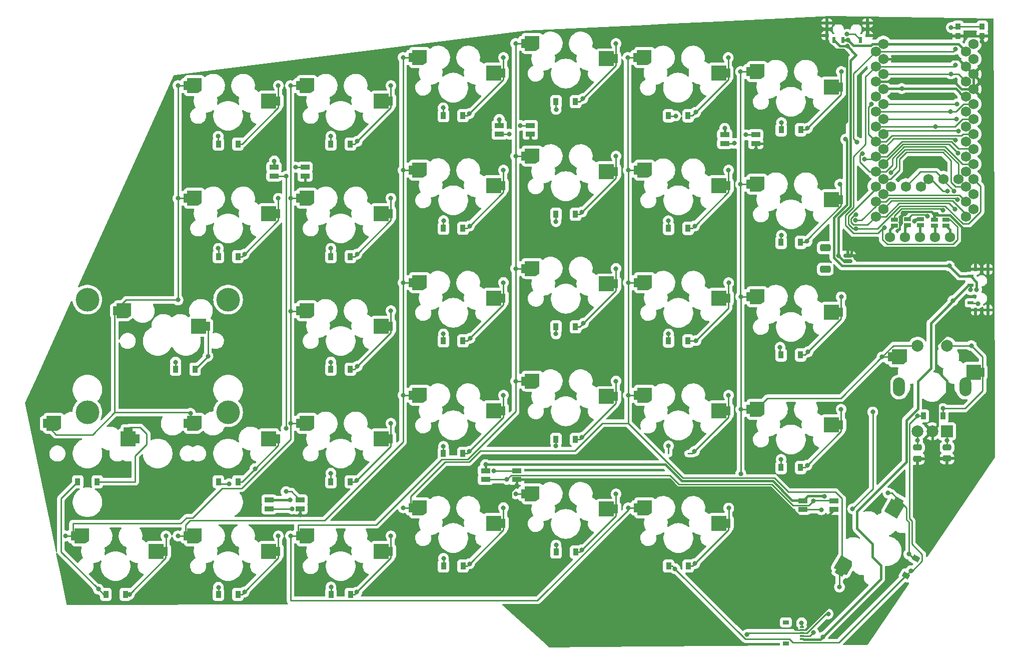
<source format=gbr>
%TF.GenerationSoftware,KiCad,Pcbnew,(6.0.11)*%
%TF.CreationDate,2023-05-19T13:45:05-07:00*%
%TF.ProjectId,suite61pcb,73756974-6536-4317-9063-622e6b696361,rev?*%
%TF.SameCoordinates,Original*%
%TF.FileFunction,Copper,L1,Top*%
%TF.FilePolarity,Positive*%
%FSLAX46Y46*%
G04 Gerber Fmt 4.6, Leading zero omitted, Abs format (unit mm)*
G04 Created by KiCad (PCBNEW (6.0.11)) date 2023-05-19 13:45:05*
%MOMM*%
%LPD*%
G01*
G04 APERTURE LIST*
G04 Aperture macros list*
%AMRoundRect*
0 Rectangle with rounded corners*
0 $1 Rounding radius*
0 $2 $3 $4 $5 $6 $7 $8 $9 X,Y pos of 4 corners*
0 Add a 4 corners polygon primitive as box body*
4,1,4,$2,$3,$4,$5,$6,$7,$8,$9,$2,$3,0*
0 Add four circle primitives for the rounded corners*
1,1,$1+$1,$2,$3*
1,1,$1+$1,$4,$5*
1,1,$1+$1,$6,$7*
1,1,$1+$1,$8,$9*
0 Add four rect primitives between the rounded corners*
20,1,$1+$1,$2,$3,$4,$5,0*
20,1,$1+$1,$4,$5,$6,$7,0*
20,1,$1+$1,$6,$7,$8,$9,0*
20,1,$1+$1,$8,$9,$2,$3,0*%
%AMRotRect*
0 Rectangle, with rotation*
0 The origin of the aperture is its center*
0 $1 length*
0 $2 width*
0 $3 Rotation angle, in degrees counterclockwise*
0 Add horizontal line*
21,1,$1,$2,0,0,$3*%
%AMFreePoly0*
4,1,24,2.735355,1.235355,2.750000,1.200000,2.750000,-0.800000,2.748029,-0.804757,2.749028,-0.809806,2.740927,-0.821903,2.735355,-0.835355,2.730600,-0.837325,2.727735,-0.841603,2.127735,-1.241603,2.113450,-1.244429,2.100000,-1.250000,0.300000,-1.250000,0.264645,-1.235355,0.250000,-1.200000,0.250000,-0.750000,-0.350000,-0.750000,-0.350000,0.750000,0.250000,0.750000,0.250000,1.200000,
0.264645,1.235355,0.300000,1.250000,2.700000,1.250000,2.735355,1.235355,2.735355,1.235355,$1*%
%AMFreePoly1*
4,1,17,-0.364645,1.235355,-0.350000,1.200000,-0.350000,0.750000,0.350000,0.750000,0.350000,-0.750000,-0.350000,-0.750000,-0.350000,-1.200000,-0.364645,-1.235355,-0.400000,-1.250000,-2.800000,-1.250000,-2.835355,-1.235355,-2.850000,-1.200000,-2.850000,1.200000,-2.835355,1.235355,-2.800000,1.250000,-0.400000,1.250000,-0.364645,1.235355,-0.364645,1.235355,$1*%
%AMFreePoly2*
4,1,13,0.774354,0.410354,0.774500,0.410000,0.774500,-0.410000,0.774354,-0.410354,0.774000,-0.410500,-0.772000,-0.410500,-0.772354,-0.410354,-0.772500,-0.410000,-0.772500,0.410000,-0.772354,0.410354,-0.772000,0.410500,0.774000,0.410500,0.774354,0.410354,0.774354,0.410354,$1*%
%AMFreePoly3*
4,1,13,0.772354,0.410354,0.772500,0.410000,0.772500,-0.410190,0.772354,-0.410544,0.772000,-0.410690,-0.774000,-0.410500,-0.774354,-0.410354,-0.774500,-0.410000,-0.774500,0.410000,-0.774354,0.410354,-0.774000,0.410500,0.772000,0.410500,0.772354,0.410354,0.772354,0.410354,$1*%
%AMFreePoly4*
4,1,13,0.772354,0.410354,0.772500,0.410000,0.772500,-0.410000,0.772354,-0.410354,0.772000,-0.410500,-0.774000,-0.410500,-0.774354,-0.410354,-0.774500,-0.410000,-0.774500,0.410000,-0.774354,0.410354,-0.774000,0.410500,0.772000,0.410500,0.772354,0.410354,0.772354,0.410354,$1*%
%AMFreePoly5*
4,1,17,2.735355,1.235355,2.750000,1.200000,2.750000,-1.200000,2.735355,-1.235355,2.700000,-1.250000,0.300000,-1.250000,0.264645,-1.235355,0.250000,-1.200000,0.250000,-0.750000,-0.350000,-0.750000,-0.350000,0.750000,0.250000,0.750000,0.250000,1.200000,0.264645,1.235355,0.300000,1.250000,2.700000,1.250000,2.735355,1.235355,2.735355,1.235355,$1*%
%AMFreePoly6*
4,1,24,-0.364645,1.235355,-0.350000,1.200000,-0.350000,0.750000,0.350000,0.750000,0.350000,-0.750000,-0.350000,-0.750000,-0.350000,-1.200000,-0.364645,-1.235355,-0.400000,-1.250000,-2.800000,-1.250000,-2.835355,-1.235355,-2.850000,-1.200000,-2.850000,0.800000,-2.848878,0.802708,-2.849694,0.805522,-2.841697,0.820044,-2.835355,0.835355,-2.832649,0.836476,-2.831235,0.839043,-2.331235,1.239043,
-2.315318,1.243655,-2.300000,1.250000,-0.400000,1.250000,-0.364645,1.235355,-0.364645,1.235355,$1*%
%AMFreePoly7*
4,1,13,0.774000,0.410500,0.774354,0.410354,0.774500,0.410000,0.774500,-0.410000,0.774354,-0.410354,0.774000,-0.410500,-0.772000,-0.410500,-0.772354,-0.410354,-0.772500,-0.410000,-0.772500,0.410190,-0.772354,0.410544,-0.772000,0.410690,0.774000,0.410500,0.774000,0.410500,$1*%
G04 Aperture macros list end*
%TA.AperFunction,SMDPad,CuDef*%
%ADD10FreePoly0,0.000000*%
%TD*%
%TA.AperFunction,SMDPad,CuDef*%
%ADD11FreePoly1,0.000000*%
%TD*%
%TA.AperFunction,SMDPad,CuDef*%
%ADD12R,1.143000X0.635000*%
%TD*%
%TA.AperFunction,SMDPad,CuDef*%
%ADD13R,0.500000X1.000000*%
%TD*%
%TA.AperFunction,SMDPad,CuDef*%
%ADD14R,0.800000X0.500000*%
%TD*%
%TA.AperFunction,SMDPad,CuDef*%
%ADD15R,1.000000X0.500000*%
%TD*%
%TA.AperFunction,SMDPad,CuDef*%
%ADD16R,0.500000X0.800000*%
%TD*%
%TA.AperFunction,SMDPad,CuDef*%
%ADD17FreePoly2,0.000000*%
%TD*%
%TA.AperFunction,SMDPad,CuDef*%
%ADD18FreePoly3,0.000000*%
%TD*%
%TA.AperFunction,SMDPad,CuDef*%
%ADD19FreePoly4,0.000000*%
%TD*%
%TA.AperFunction,SMDPad,CuDef*%
%ADD20RoundRect,0.250000X-0.475000X0.250000X-0.475000X-0.250000X0.475000X-0.250000X0.475000X0.250000X0*%
%TD*%
%TA.AperFunction,SMDPad,CuDef*%
%ADD21FreePoly1,90.000000*%
%TD*%
%TA.AperFunction,SMDPad,CuDef*%
%ADD22RoundRect,0.250000X0.475000X-0.250000X0.475000X0.250000X-0.475000X0.250000X-0.475000X-0.250000X0*%
%TD*%
%TA.AperFunction,ComponentPad*%
%ADD23C,4.000000*%
%TD*%
%TA.AperFunction,SMDPad,CuDef*%
%ADD24R,0.900000X1.200000*%
%TD*%
%TA.AperFunction,SMDPad,CuDef*%
%ADD25R,0.900000X1.000000*%
%TD*%
%TA.AperFunction,SMDPad,CuDef*%
%ADD26FreePoly0,60.000000*%
%TD*%
%TA.AperFunction,SMDPad,CuDef*%
%ADD27FreePoly1,60.000000*%
%TD*%
%TA.AperFunction,SMDPad,CuDef*%
%ADD28RoundRect,0.150000X-0.625000X0.150000X-0.625000X-0.150000X0.625000X-0.150000X0.625000X0.150000X0*%
%TD*%
%TA.AperFunction,SMDPad,CuDef*%
%ADD29RoundRect,0.250000X-0.650000X0.350000X-0.650000X-0.350000X0.650000X-0.350000X0.650000X0.350000X0*%
%TD*%
%TA.AperFunction,SMDPad,CuDef*%
%ADD30R,0.700000X0.300000*%
%TD*%
%TA.AperFunction,SMDPad,CuDef*%
%ADD31R,1.000000X0.700000*%
%TD*%
%TA.AperFunction,ComponentPad*%
%ADD32C,1.752600*%
%TD*%
%TA.AperFunction,SMDPad,CuDef*%
%ADD33RotRect,0.900000X1.200000X240.000000*%
%TD*%
%TA.AperFunction,SMDPad,CuDef*%
%ADD34FreePoly5,180.000000*%
%TD*%
%TA.AperFunction,SMDPad,CuDef*%
%ADD35FreePoly6,180.000000*%
%TD*%
%TA.AperFunction,WasherPad*%
%ADD36O,2.000000X3.200000*%
%TD*%
%TA.AperFunction,ComponentPad*%
%ADD37R,2.000000X2.000000*%
%TD*%
%TA.AperFunction,ComponentPad*%
%ADD38C,2.000000*%
%TD*%
%TA.AperFunction,SMDPad,CuDef*%
%ADD39FreePoly4,180.000000*%
%TD*%
%TA.AperFunction,SMDPad,CuDef*%
%ADD40FreePoly7,180.000000*%
%TD*%
%TA.AperFunction,SMDPad,CuDef*%
%ADD41FreePoly2,180.000000*%
%TD*%
%TA.AperFunction,ViaPad*%
%ADD42C,0.800000*%
%TD*%
%TA.AperFunction,Conductor*%
%ADD43C,0.254000*%
%TD*%
%TA.AperFunction,Conductor*%
%ADD44C,0.385000*%
%TD*%
%TA.AperFunction,Conductor*%
%ADD45C,0.381000*%
%TD*%
G04 APERTURE END LIST*
D10*
%TO.P,SW8,1,1*%
%TO.N,col4*%
X81752714Y-57065214D03*
D11*
%TO.P,SW8,2,2*%
%TO.N,Net-(D8-Pad2)*%
X97452714Y-59665214D03*
%TD*%
D10*
%TO.P,SW22,1,1*%
%TO.N,col5*%
X62702714Y-95152714D03*
D11*
%TO.P,SW22,2,2*%
%TO.N,Net-(D19-Pad2)*%
X78402714Y-97752714D03*
%TD*%
D12*
%TO.P,JP4,1,1*%
%TO.N,Net-(Display1-Pad2)*%
X184877500Y-61637880D03*
%TO.P,JP4,2,2*%
%TO.N,SCL*%
X184877500Y-60637120D03*
%TD*%
D10*
%TO.P,SW3,1,1*%
%TO.N,col3*%
X100802714Y-33246464D03*
D11*
%TO.P,SW3,2,2*%
%TO.N,Net-(D3-Pad2)*%
X116502714Y-35846464D03*
%TD*%
D12*
%TO.P,JP1,1,1*%
%TO.N,Net-(Display1-Pad5)*%
X191407500Y-61675000D03*
%TO.P,JP1,2,2*%
%TO.N,DISPLAY*%
X191407500Y-60674240D03*
%TD*%
D10*
%TO.P,SW30,1,1*%
%TO.N,col3*%
X62708964Y-114208964D03*
D11*
%TO.P,SW30,2,2*%
%TO.N,Net-(D27-Pad2)*%
X78408964Y-116808964D03*
%TD*%
D13*
%TO.P,S1,A1,NC*%
%TO.N,unconnected-(S1-PadA1)*%
X176940000Y-30320336D03*
%TO.P,S1,B1,COM*%
%TO.N,BATTERY*%
X173940000Y-30320336D03*
%TO.P,S1,C1,NO*%
%TO.N,Net-(J1-Pad2)*%
X172440000Y-30320336D03*
D14*
%TO.P,S1,MP1,MP1*%
%TO.N,GND*%
X171240000Y-29520336D03*
%TO.P,S1,MP2,MP2*%
X171240000Y-27420336D03*
%TO.P,S1,MP3,MP3*%
X178140000Y-27420336D03*
%TO.P,S1,MP4,MP4*%
X178140000Y-29520336D03*
%TD*%
D10*
%TO.P,SW7,1,1*%
%TO.N,col5*%
X62708964Y-57065214D03*
D11*
%TO.P,SW7,2,2*%
%TO.N,Net-(D7-Pad2)*%
X78408964Y-59665214D03*
%TD*%
D10*
%TO.P,SW34,1,1*%
%TO.N,col2*%
X138908964Y-109446464D03*
D11*
%TO.P,SW34,2,2*%
%TO.N,Net-(D31-Pad2)*%
X154608964Y-112046464D03*
%TD*%
D10*
%TO.P,SW31,1,1*%
%TO.N,col2*%
X81758964Y-114208964D03*
D11*
%TO.P,SW31,2,2*%
%TO.N,Net-(D28-Pad2)*%
X97458964Y-116808964D03*
%TD*%
D10*
%TO.P,SW4,1,1*%
%TO.N,col2*%
X119852714Y-30865214D03*
D11*
%TO.P,SW4,2,2*%
%TO.N,Net-(D4-Pad2)*%
X135552714Y-33465214D03*
%TD*%
D10*
%TO.P,SW25,1,1*%
%TO.N,col2*%
X119858964Y-88008964D03*
D11*
%TO.P,SW25,2,2*%
%TO.N,Net-(D22-Pad2)*%
X135558964Y-90608964D03*
%TD*%
D15*
%TO.P,S2,A1,NC*%
%TO.N,unconnected-(S2-PadA1)*%
X195590000Y-74770000D03*
%TO.P,S2,B1,COM*%
%TO.N,VCC*%
X195590000Y-71770000D03*
%TO.P,S2,C1,NO*%
%TO.N,LEDPWR*%
X195590000Y-70270000D03*
D16*
%TO.P,S2,MP1,MP1*%
%TO.N,GND*%
X196390000Y-69070000D03*
%TO.P,S2,MP2,MP2*%
X198490000Y-69070000D03*
%TO.P,S2,MP3,MP3*%
X198490000Y-75970000D03*
%TO.P,S2,MP4,MP4*%
X196390000Y-75970000D03*
%TD*%
D17*
%TO.P,LED1,P$1,VCC*%
%TO.N,LEDPWR*%
X153949714Y-46302714D03*
%TO.P,LED1,P$2,DOUT*%
%TO.N,Net-(LED1-PadP$2)*%
X153949714Y-47802714D03*
D18*
%TO.P,LED1,P$3,GND*%
%TO.N,GND*%
X159205714Y-47802714D03*
D19*
%TO.P,LED1,P$4,DIN*%
%TO.N,LED*%
X159205714Y-46302714D03*
%TD*%
D10*
%TO.P,SW24,1,1*%
%TO.N,col3*%
X100808964Y-90390214D03*
D11*
%TO.P,SW24,2,2*%
%TO.N,Net-(D21-Pad2)*%
X116508964Y-92990214D03*
%TD*%
D10*
%TO.P,SW17,1,1*%
%TO.N,col2*%
X119858964Y-68958964D03*
D11*
%TO.P,SW17,2,2*%
%TO.N,Net-(D16-Pad2)*%
X135558964Y-71558964D03*
%TD*%
D10*
%TO.P,SW19,1,1*%
%TO.N,col0*%
X157958964Y-73721464D03*
D11*
%TO.P,SW19,2,2*%
%TO.N,Net-(D18-Pad2)*%
X173658964Y-76321464D03*
%TD*%
D10*
%TO.P,SW23,1,1*%
%TO.N,col4*%
X81758964Y-95152714D03*
D11*
%TO.P,SW23,2,2*%
%TO.N,Net-(D20-Pad2)*%
X97458964Y-97752714D03*
%TD*%
D20*
%TO.P,C1,1*%
%TO.N,Enc1*%
X191577714Y-99202714D03*
%TO.P,C1,2*%
%TO.N,GND*%
X191577714Y-101102714D03*
%TD*%
D10*
%TO.P,SW6,1,1*%
%TO.N,col0*%
X157952714Y-35627714D03*
D11*
%TO.P,SW6,2,2*%
%TO.N,Net-(D6-Pad2)*%
X173652714Y-38227714D03*
%TD*%
D12*
%TO.P,JP2,1,1*%
%TO.N,Net-(Display1-Pad4)*%
X189447500Y-61682880D03*
%TO.P,JP2,2,2*%
%TO.N,GND*%
X189447500Y-60682120D03*
%TD*%
D10*
%TO.P,SW16,1,1*%
%TO.N,col3*%
X100808964Y-71340214D03*
D11*
%TO.P,SW16,2,2*%
%TO.N,Net-(D15-Pad2)*%
X116508964Y-73940214D03*
%TD*%
D10*
%TO.P,SW33,1,1*%
%TO.N,col0*%
X119858964Y-107065214D03*
D11*
%TO.P,SW33,2,2*%
%TO.N,Net-(D30-Pad2)*%
X135558964Y-109665214D03*
%TD*%
D10*
%TO.P,SW12,1,1*%
%TO.N,col0*%
X157952714Y-54683964D03*
D11*
%TO.P,SW12,2,2*%
%TO.N,Net-(D12-Pad2)*%
X173652714Y-57283964D03*
%TD*%
D10*
%TO.P,SW28,1,1*%
%TO.N,col5*%
X38896464Y-95158964D03*
D11*
%TO.P,SW28,2,2*%
%TO.N,Net-(D25-Pad2)*%
X54596464Y-97758964D03*
D21*
X52996464Y-96158964D03*
%TD*%
D22*
%TO.P,C2,1*%
%TO.N,GND*%
X186577714Y-101127714D03*
%TO.P,C2,2*%
%TO.N,Enc0*%
X186577714Y-99227714D03*
%TD*%
D10*
%TO.P,SW27,1,1*%
%TO.N,col0*%
X157958964Y-92771464D03*
D11*
%TO.P,SW27,2,2*%
%TO.N,Net-(D24-Pad2)*%
X173658964Y-95371464D03*
%TD*%
D23*
%TO.P,SW14,*%
%TO.N,*%
X69902714Y-74217714D03*
X46090214Y-74217714D03*
D10*
%TO.P,SW14,1,1*%
%TO.N,col5*%
X50796464Y-76102714D03*
D11*
%TO.P,SW14,2,2*%
%TO.N,Net-(D13-Pad2)*%
X66496464Y-78702714D03*
%TD*%
D10*
%TO.P,SW29,1,1*%
%TO.N,col4*%
X43658964Y-114208964D03*
D11*
%TO.P,SW29,2,2*%
%TO.N,Net-(D26-Pad2)*%
X59358964Y-116808964D03*
%TD*%
D24*
%TO.P,D33,1,K*%
%TO.N,row5*%
X187590000Y-93908964D03*
%TO.P,D33,2,A*%
%TO.N,Net-(D33-Pad2)*%
X190890000Y-93908964D03*
%TD*%
D10*
%TO.P,SW10,1,1*%
%TO.N,col2*%
X119852714Y-49921464D03*
D11*
%TO.P,SW10,2,2*%
%TO.N,Net-(D10-Pad2)*%
X135552714Y-52521464D03*
%TD*%
D10*
%TO.P,SW9,1,1*%
%TO.N,col3*%
X100802714Y-52302714D03*
D11*
%TO.P,SW9,2,2*%
%TO.N,Net-(D9-Pad2)*%
X116502714Y-54902714D03*
%TD*%
D25*
%TO.P,SW20,1,1*%
%TO.N,RESET*%
X197527714Y-28028050D03*
X193427714Y-28028050D03*
%TO.P,SW20,2,2*%
%TO.N,GND*%
X197527714Y-29628050D03*
X193427714Y-29628050D03*
%TD*%
D17*
%TO.P,LED6,P$1,VCC*%
%TO.N,LEDPWR*%
X167205964Y-108240214D03*
%TO.P,LED6,P$2,DOUT*%
%TO.N,unconnected-(LED6-PadP$2)*%
X167205964Y-109740214D03*
D18*
%TO.P,LED6,P$3,GND*%
%TO.N,GND*%
X172461964Y-109740214D03*
D19*
%TO.P,LED6,P$4,DIN*%
%TO.N,Net-(LED5-PadP$2)*%
X172461964Y-108240214D03*
%TD*%
D12*
%TO.P,JP8,1,1*%
%TO.N,Net-(Display1-Pad3)*%
X187065214Y-61642714D03*
%TO.P,JP8,2,2*%
%TO.N,VCC*%
X187065214Y-60641954D03*
%TD*%
D26*
%TO.P,SW35,1,1*%
%TO.N,col1*%
X173367234Y-120451847D03*
D27*
%TO.P,SW35,2,2*%
%TO.N,Net-(D32-Pad2)*%
X183468900Y-108155248D03*
%TD*%
D12*
%TO.P,JP5,1,1*%
%TO.N,Net-(Display1-Pad1)*%
X182647500Y-61675000D03*
%TO.P,JP5,2,2*%
%TO.N,SDA*%
X182647500Y-60674240D03*
%TD*%
D28*
%TO.P,J1,1,Pin_1*%
%TO.N,GND*%
X174847714Y-66757714D03*
%TO.P,J1,2,Pin_2*%
%TO.N,Net-(J1-Pad2)*%
X174847714Y-67757714D03*
D29*
%TO.P,J1,MP*%
%TO.N,N/C*%
X170972714Y-65457714D03*
X170972714Y-69057714D03*
%TD*%
D10*
%TO.P,SW11,1,1*%
%TO.N,col1*%
X138902714Y-52308964D03*
D11*
%TO.P,SW11,2,2*%
%TO.N,Net-(D11-Pad2)*%
X154602714Y-54908964D03*
%TD*%
D30*
%TO.P,J2,1,Pin_1*%
%TO.N,VCC*%
X166977286Y-131620000D03*
%TO.P,J2,2,Pin_2*%
%TO.N,JSY*%
X166977286Y-131120000D03*
%TO.P,J2,3,Pin_3*%
%TO.N,JSBTN*%
X166977286Y-130620000D03*
%TO.P,J2,4,Pin_4*%
%TO.N,GND*%
X166977286Y-130120000D03*
%TO.P,J2,5,Pin_5*%
%TO.N,JSX*%
X166977286Y-129620000D03*
D31*
%TO.P,J2,MP1*%
%TO.N,N/C*%
X164327286Y-128830000D03*
%TO.P,J2,MP2*%
X164327286Y-132410000D03*
%TD*%
D32*
%TO.P,Display1,1,MOSI*%
%TO.N,Net-(Display1-Pad1)*%
X181937714Y-63628050D03*
%TO.P,Display1,2,SCK*%
%TO.N,Net-(Display1-Pad2)*%
X184477714Y-63628050D03*
%TO.P,Display1,3,VCC*%
%TO.N,Net-(Display1-Pad3)*%
X187017714Y-63628050D03*
%TO.P,Display1,4,GND*%
%TO.N,Net-(Display1-Pad4)*%
X189557714Y-63628050D03*
%TO.P,Display1,5,CS*%
%TO.N,Net-(Display1-Pad5)*%
X192097714Y-63628050D03*
%TD*%
D10*
%TO.P,SW15,1,1*%
%TO.N,col4*%
X81758964Y-76102714D03*
D11*
%TO.P,SW15,2,2*%
%TO.N,Net-(D14-Pad2)*%
X97458964Y-78702714D03*
%TD*%
D10*
%TO.P,SW18,1,1*%
%TO.N,col1*%
X138908964Y-71346464D03*
D11*
%TO.P,SW18,2,2*%
%TO.N,Net-(D17-Pad2)*%
X154608964Y-73946464D03*
%TD*%
D10*
%TO.P,SW26,1,1*%
%TO.N,col1*%
X138908964Y-90396464D03*
D11*
%TO.P,SW26,2,2*%
%TO.N,Net-(D23-Pad2)*%
X154608964Y-92996464D03*
%TD*%
D10*
%TO.P,SW2,1,1*%
%TO.N,col4*%
X81752714Y-38008964D03*
D11*
%TO.P,SW2,2,2*%
%TO.N,Net-(D2-Pad2)*%
X97452714Y-40608964D03*
%TD*%
D10*
%TO.P,SW32,1,1*%
%TO.N,col1*%
X100808964Y-109446464D03*
D11*
%TO.P,SW32,2,2*%
%TO.N,Net-(D29-Pad2)*%
X116508964Y-112046464D03*
%TD*%
D10*
%TO.P,SW5,1,1*%
%TO.N,col1*%
X138852714Y-33246464D03*
D11*
%TO.P,SW5,2,2*%
%TO.N,Net-(D5-Pad2)*%
X154552714Y-35846464D03*
%TD*%
D10*
%TO.P,SW1,1,1*%
%TO.N,col5*%
X62708964Y-38008964D03*
D11*
%TO.P,SW1,2,2*%
%TO.N,Net-(D1-Pad2)*%
X78408964Y-40608964D03*
%TD*%
D24*
%TO.P,D26,1,K*%
%TO.N,row4*%
X49208964Y-124071464D03*
%TO.P,D26,2,A*%
%TO.N,Net-(D26-Pad2)*%
X52508964Y-124071464D03*
%TD*%
%TO.P,D8,1,K*%
%TO.N,row1*%
X87302714Y-66921464D03*
%TO.P,D8,2,A*%
%TO.N,Net-(D8-Pad2)*%
X90602714Y-66921464D03*
%TD*%
%TO.P,D7,1,K*%
%TO.N,row1*%
X68258960Y-66927714D03*
%TO.P,D7,2,A*%
%TO.N,Net-(D7-Pad2)*%
X71558960Y-66927714D03*
%TD*%
%TO.P,D18,1,K*%
%TO.N,row2*%
X163502714Y-83590214D03*
%TO.P,D18,2,A*%
%TO.N,Net-(D18-Pad2)*%
X166802714Y-83590214D03*
%TD*%
%TO.P,D9,1,K*%
%TO.N,row1*%
X106352714Y-62158964D03*
%TO.P,D9,2,A*%
%TO.N,Net-(D9-Pad2)*%
X109652714Y-62158964D03*
%TD*%
%TO.P,D24,1,K*%
%TO.N,row3*%
X163502714Y-102640214D03*
%TO.P,D24,2,A*%
%TO.N,Net-(D24-Pad2)*%
X166802714Y-102640214D03*
%TD*%
%TO.P,D22,1,K*%
%TO.N,row3*%
X125402714Y-97877714D03*
%TO.P,D22,2,A*%
%TO.N,Net-(D22-Pad2)*%
X128702714Y-97877714D03*
%TD*%
D33*
%TO.P,D32,1,K*%
%TO.N,row5*%
X184648259Y-120897709D03*
%TO.P,D32,2,A*%
%TO.N,Net-(D32-Pad2)*%
X186298259Y-118039825D03*
%TD*%
D34*
%TO.P,SW36,1,1*%
%TO.N,Net-(D33-Pad2)*%
X197583964Y-86506464D03*
D35*
%TO.P,SW36,2,2*%
%TO.N,col0*%
X181883964Y-83906464D03*
%TD*%
D24*
%TO.P,D27,1,K*%
%TO.N,row4*%
X68258964Y-124077714D03*
%TO.P,D27,2,A*%
%TO.N,Net-(D27-Pad2)*%
X71558964Y-124077714D03*
%TD*%
%TO.P,D13,1,K*%
%TO.N,row2*%
X61015214Y-85971464D03*
%TO.P,D13,2,A*%
%TO.N,Net-(D13-Pad2)*%
X64315214Y-85971464D03*
%TD*%
%TO.P,D5,1,K*%
%TO.N,row0*%
X144452714Y-43115214D03*
%TO.P,D5,2,A*%
%TO.N,Net-(D5-Pad2)*%
X147752714Y-43115214D03*
%TD*%
%TO.P,D6,1,K*%
%TO.N,row0*%
X163508964Y-45490214D03*
%TO.P,D6,2,A*%
%TO.N,Net-(D6-Pad2)*%
X166808964Y-45490214D03*
%TD*%
D36*
%TO.P,SW37,*%
%TO.N,*%
X194683964Y-89006464D03*
X183483964Y-89006464D03*
D37*
%TO.P,SW37,A,A*%
%TO.N,Enc1*%
X191583964Y-96506464D03*
D38*
%TO.P,SW37,B,B*%
%TO.N,Enc0*%
X186583964Y-96506464D03*
%TO.P,SW37,C,C*%
%TO.N,GND*%
X189083964Y-96506464D03*
%TO.P,SW37,S1,S1*%
%TO.N,col0*%
X186583964Y-82006464D03*
%TO.P,SW37,S2,S2*%
%TO.N,Net-(D33-Pad2)*%
X191583964Y-82006464D03*
%TD*%
D32*
%TO.P,U1,1,TX0/P0.06*%
%TO.N,LED*%
X179514414Y-32213850D03*
X196024414Y-30943850D03*
%TO.P,U1,2,RX1/P0.08*%
%TO.N,DISPLAY*%
X196024414Y-33483850D03*
X179514414Y-34753850D03*
%TO.P,U1,3,GND*%
%TO.N,GND*%
X179514414Y-37293850D03*
X196024414Y-36023850D03*
%TO.P,U1,4,GND*%
X196024414Y-38563850D03*
X179514414Y-39833850D03*
%TO.P,U1,5,P0.17*%
%TO.N,SDA*%
X179514414Y-42373850D03*
X196024414Y-41103850D03*
%TO.P,U1,6,P0.20*%
%TO.N,SCL*%
X196024414Y-43643850D03*
X179514414Y-44913850D03*
%TO.P,U1,7,P0.22*%
%TO.N,col0*%
X179514414Y-47453850D03*
X196024414Y-46183850D03*
%TO.P,U1,8,P0.24*%
%TO.N,col1*%
X196024414Y-48723850D03*
X179514414Y-49993850D03*
%TO.P,U1,9,P1.00*%
%TO.N,col2*%
X179514414Y-52533850D03*
X196024414Y-51263850D03*
%TO.P,U1,10,P0.11*%
%TO.N,col3*%
X179514414Y-55073850D03*
X196024414Y-53803850D03*
%TO.P,U1,11,P1.04*%
%TO.N,col4*%
X196024414Y-56343850D03*
X179514414Y-57613850D03*
%TO.P,U1,12,P1.06*%
%TO.N,col5*%
X179514414Y-60153850D03*
X196024414Y-58883850D03*
%TO.P,U1,13,NFC1/P0.09*%
%TO.N,row5*%
X180784414Y-58883850D03*
X194754414Y-60153850D03*
%TO.P,U1,14,NFC2/P0.10*%
%TO.N,row4*%
X180784414Y-56343850D03*
X194754414Y-57613850D03*
%TO.P,U1,15,P1.11*%
%TO.N,row3*%
X180784414Y-53803850D03*
X194754414Y-55073850D03*
%TO.P,U1,16,P1.13*%
%TO.N,row2*%
X180784414Y-51263850D03*
X194754414Y-52533850D03*
%TO.P,U1,17,P1.15*%
%TO.N,row1*%
X180784414Y-48723850D03*
X194754414Y-49993850D03*
%TO.P,U1,18,AIN0/P0.02*%
%TO.N,row0*%
X194754414Y-47453850D03*
X180784414Y-46183850D03*
%TO.P,U1,19,AIN5/P0.29*%
%TO.N,JSX*%
X194754414Y-44913850D03*
X180784414Y-43643850D03*
%TO.P,U1,20,AIN7/P0.31*%
%TO.N,JSY*%
X194754414Y-42373850D03*
X180784414Y-41103850D03*
%TO.P,U1,21,VCC*%
%TO.N,VCC*%
X180784414Y-38563850D03*
X194754414Y-39833850D03*
%TO.P,U1,22,RST*%
%TO.N,RESET*%
X180784414Y-36023850D03*
X194754414Y-37293850D03*
%TO.P,U1,23,GND*%
%TO.N,GND*%
X194754414Y-34753850D03*
X180784414Y-33483850D03*
%TO.P,U1,24,BATIN/P0.04*%
%TO.N,BATTERY*%
X194754414Y-32213850D03*
X180784414Y-30943850D03*
%TO.P,U1,31,P1.01*%
%TO.N,JSBTN*%
X182054414Y-55073850D03*
X193484414Y-53803850D03*
%TO.P,U1,32,P1.02*%
%TO.N,Enc1*%
X184594414Y-55073850D03*
X190944414Y-53803850D03*
%TO.P,U1,33,P1.07*%
%TO.N,Enc0*%
X188404414Y-53803850D03*
X187134414Y-55073850D03*
%TD*%
D39*
%TO.P,LED4,P$1,VCC*%
%TO.N,LEDPWR*%
X76839214Y-108112714D03*
%TO.P,LED4,P$2,DOUT*%
%TO.N,Net-(LED4-PadP$2)*%
X76839214Y-109612714D03*
D40*
%TO.P,LED4,P$3,GND*%
%TO.N,GND*%
X82095214Y-109612714D03*
D41*
%TO.P,LED4,P$4,DIN*%
%TO.N,Net-(LED3-PadP$2)*%
X82095214Y-108112714D03*
%TD*%
D39*
%TO.P,LED2,P$1,VCC*%
%TO.N,LEDPWR*%
X115809964Y-44740214D03*
%TO.P,LED2,P$2,DOUT*%
%TO.N,Net-(LED2-PadP$2)*%
X115809964Y-46240214D03*
D40*
%TO.P,LED2,P$3,GND*%
%TO.N,GND*%
X121065964Y-46240214D03*
D41*
%TO.P,LED2,P$4,DIN*%
%TO.N,Net-(LED1-PadP$2)*%
X121065964Y-44740214D03*
%TD*%
D24*
%TO.P,D4,1,K*%
%TO.N,row0*%
X125402714Y-40727714D03*
%TO.P,D4,2,A*%
%TO.N,Net-(D4-Pad2)*%
X128702714Y-40727714D03*
%TD*%
%TO.P,D3,1,K*%
%TO.N,row0*%
X106352714Y-43108964D03*
%TO.P,D3,2,A*%
%TO.N,Net-(D3-Pad2)*%
X109652714Y-43108964D03*
%TD*%
%TO.P,D19,1,K*%
%TO.N,row3*%
X68258964Y-105021464D03*
%TO.P,D19,2,A*%
%TO.N,Net-(D19-Pad2)*%
X71558964Y-105021464D03*
%TD*%
%TO.P,D20,1,K*%
%TO.N,row3*%
X87302714Y-105021464D03*
%TO.P,D20,2,A*%
%TO.N,Net-(D20-Pad2)*%
X90602714Y-105021464D03*
%TD*%
%TO.P,D10,1,K*%
%TO.N,row1*%
X125402714Y-59777714D03*
%TO.P,D10,2,A*%
%TO.N,Net-(D10-Pad2)*%
X128702714Y-59777714D03*
%TD*%
%TO.P,D12,1,K*%
%TO.N,row1*%
X163502714Y-64540214D03*
%TO.P,D12,2,A*%
%TO.N,Net-(D12-Pad2)*%
X166802714Y-64540214D03*
%TD*%
D39*
%TO.P,LED5,P$1,VCC*%
%TO.N,LEDPWR*%
X113467714Y-103152714D03*
%TO.P,LED5,P$2,DOUT*%
%TO.N,Net-(LED5-PadP$2)*%
X113467714Y-104652714D03*
D40*
%TO.P,LED5,P$3,GND*%
%TO.N,GND*%
X118723714Y-104652714D03*
D41*
%TO.P,LED5,P$4,DIN*%
%TO.N,Net-(LED4-PadP$2)*%
X118723714Y-103152714D03*
%TD*%
D24*
%TO.P,D31,1,K*%
%TO.N,row5*%
X144458964Y-119308964D03*
%TO.P,D31,2,A*%
%TO.N,Net-(D31-Pad2)*%
X147758964Y-119308964D03*
%TD*%
%TO.P,D28,1,K*%
%TO.N,row4*%
X87308964Y-124071464D03*
%TO.P,D28,2,A*%
%TO.N,Net-(D28-Pad2)*%
X90608964Y-124071464D03*
%TD*%
%TO.P,D17,1,K*%
%TO.N,row2*%
X144452714Y-81215214D03*
%TO.P,D17,2,A*%
%TO.N,Net-(D17-Pad2)*%
X147752714Y-81215214D03*
%TD*%
D23*
%TO.P,SW21,*%
%TO.N,*%
X46090214Y-93267714D03*
X69902714Y-93267714D03*
%TD*%
D39*
%TO.P,LED3,P$1,VCC*%
%TO.N,LEDPWR*%
X77666214Y-51808964D03*
%TO.P,LED3,P$2,DOUT*%
%TO.N,Net-(LED3-PadP$2)*%
X77666214Y-53308964D03*
D40*
%TO.P,LED3,P$3,GND*%
%TO.N,GND*%
X82922214Y-53308964D03*
D41*
%TO.P,LED3,P$4,DIN*%
%TO.N,Net-(LED2-PadP$2)*%
X82922214Y-51808964D03*
%TD*%
D24*
%TO.P,D1,1,K*%
%TO.N,row0*%
X68258964Y-47871464D03*
%TO.P,D1,2,A*%
%TO.N,Net-(D1-Pad2)*%
X71558964Y-47871464D03*
%TD*%
%TO.P,D30,1,K*%
%TO.N,row4*%
X125408964Y-116927714D03*
%TO.P,D30,2,A*%
%TO.N,Net-(D30-Pad2)*%
X128708964Y-116927714D03*
%TD*%
%TO.P,D11,1,K*%
%TO.N,row1*%
X144452714Y-62165214D03*
%TO.P,D11,2,A*%
%TO.N,Net-(D11-Pad2)*%
X147752714Y-62165214D03*
%TD*%
%TO.P,D2,1,K*%
%TO.N,row0*%
X87302714Y-47871464D03*
%TO.P,D2,2,A*%
%TO.N,Net-(D2-Pad2)*%
X90602714Y-47871464D03*
%TD*%
%TO.P,D16,1,K*%
%TO.N,row2*%
X125402714Y-78827714D03*
%TO.P,D16,2,A*%
%TO.N,Net-(D16-Pad2)*%
X128702714Y-78827714D03*
%TD*%
%TO.P,D25,1,K*%
%TO.N,row4*%
X44446464Y-105021464D03*
%TO.P,D25,2,A*%
%TO.N,Net-(D25-Pad2)*%
X47746464Y-105021464D03*
%TD*%
%TO.P,D21,1,K*%
%TO.N,row3*%
X106352714Y-100258964D03*
%TO.P,D21,2,A*%
%TO.N,Net-(D21-Pad2)*%
X109652714Y-100258964D03*
%TD*%
%TO.P,D14,1,K*%
%TO.N,row2*%
X87302714Y-85971464D03*
%TO.P,D14,2,A*%
%TO.N,Net-(D14-Pad2)*%
X90602714Y-85971464D03*
%TD*%
%TO.P,D15,1,K*%
%TO.N,row2*%
X106352714Y-81208964D03*
%TO.P,D15,2,A*%
%TO.N,Net-(D15-Pad2)*%
X109652714Y-81208964D03*
%TD*%
%TO.P,D29,1,K*%
%TO.N,row4*%
X106365214Y-119308964D03*
%TO.P,D29,2,A*%
%TO.N,Net-(D29-Pad2)*%
X109665214Y-119308964D03*
%TD*%
D42*
%TO.N,row0*%
X125427714Y-42027714D03*
X193526067Y-45731533D03*
X68227714Y-46577714D03*
X106302714Y-41752714D03*
X163552714Y-44252714D03*
X145647714Y-43137714D03*
X87302714Y-46552714D03*
%TO.N,Net-(D1-Pad2)*%
X78402714Y-38002714D03*
%TO.N,row1*%
X87302714Y-65552714D03*
X144402714Y-60877714D03*
X193052714Y-47204214D03*
X125402714Y-61027714D03*
X163552714Y-63327714D03*
X68252714Y-65552714D03*
X106377714Y-60852714D03*
%TO.N,Net-(D2-Pad2)*%
X91739089Y-47439089D03*
X97452714Y-38002714D03*
%TO.N,row2*%
X87302714Y-84777714D03*
X125402714Y-80027714D03*
X61015214Y-84777714D03*
X163317714Y-82277714D03*
X106352714Y-80027714D03*
X193405901Y-49393930D03*
X144452714Y-80027714D03*
%TO.N,Net-(D3-Pad2)*%
X116502714Y-33252714D03*
X110745339Y-42729214D03*
%TO.N,row3*%
X87302714Y-103577714D03*
X125402714Y-98952714D03*
X163502714Y-101252714D03*
X144452714Y-98952714D03*
X70077714Y-105352714D03*
X106352714Y-99052714D03*
%TO.N,Net-(D4-Pad2)*%
X129942214Y-40192214D03*
X135552714Y-30877714D03*
%TO.N,row4*%
X125408964Y-115746464D03*
X47945093Y-123210335D03*
X87308964Y-122852714D03*
X106365214Y-117990214D03*
X68258964Y-122883964D03*
%TO.N,Net-(D5-Pad2)*%
X154552714Y-33252714D03*
X149048464Y-42523464D03*
%TO.N,Net-(D6-Pad2)*%
X173690000Y-35620000D03*
X167977714Y-45202714D03*
%TO.N,Net-(D7-Pad2)*%
X72657837Y-66532837D03*
X78402714Y-57077714D03*
%TO.N,Net-(D8-Pad2)*%
X97452714Y-57077714D03*
X91714089Y-66514089D03*
%TO.N,Net-(D9-Pad2)*%
X116502714Y-52302714D03*
X110757839Y-61757839D03*
%TO.N,Net-(D10-Pad2)*%
X129804714Y-59379714D03*
X135552714Y-49927714D03*
%TO.N,row5*%
X145552714Y-119752714D03*
X185462714Y-120092714D03*
X186538964Y-93908964D03*
%TO.N,Net-(D11-Pad2)*%
X148860964Y-61760964D03*
X154602714Y-52302714D03*
%TO.N,Net-(D12-Pad2)*%
X173440000Y-54670000D03*
X167890000Y-64370000D03*
%TO.N,Net-(D13-Pad2)*%
X66496464Y-83790214D03*
%TO.N,Net-(D14-Pad2)*%
X91789089Y-85489089D03*
X97452714Y-76102714D03*
%TO.N,Net-(D15-Pad2)*%
X116502714Y-71327714D03*
X110857839Y-80754214D03*
%TO.N,Net-(D16-Pad2)*%
X130029714Y-78204714D03*
X135552714Y-68952714D03*
%TO.N,Net-(D17-Pad2)*%
X154627714Y-71352714D03*
X149077714Y-81157714D03*
%TO.N,Net-(D18-Pad2)*%
X168073464Y-83023464D03*
X173677714Y-73752714D03*
%TO.N,Net-(D19-Pad2)*%
X74454714Y-102829714D03*
%TO.N,Net-(D20-Pad2)*%
X97452714Y-95152714D03*
X91689089Y-104820964D03*
%TO.N,Net-(D21-Pad2)*%
X110745339Y-99879214D03*
X116502714Y-90402714D03*
%TO.N,Net-(D22-Pad2)*%
X135552714Y-88002714D03*
X129804714Y-97529214D03*
%TO.N,Net-(D23-Pad2)*%
X148835964Y-99885964D03*
X154602714Y-90402714D03*
%TO.N,Net-(D24-Pad2)*%
X167910964Y-102235964D03*
X173652714Y-92777714D03*
%TO.N,Net-(D26-Pad2)*%
X59377714Y-114202714D03*
X53212964Y-124071464D03*
%TO.N,Net-(D27-Pad2)*%
X78402714Y-114202714D03*
X72657839Y-123682839D03*
%TO.N,Net-(D28-Pad2)*%
X91667214Y-123717214D03*
X97452714Y-114202714D03*
%TO.N,Net-(D29-Pad2)*%
X116502714Y-109427714D03*
X110776589Y-118901589D03*
%TO.N,Net-(D30-Pad2)*%
X135552714Y-107102714D03*
X129795339Y-116545339D03*
%TO.N,Net-(D32-Pad2)*%
X181602714Y-106952714D03*
X185127714Y-117277714D03*
%TO.N,col3*%
X61402714Y-114202714D03*
X99502714Y-90402714D03*
X99502714Y-52302714D03*
X176178714Y-62243500D03*
X99502714Y-33252714D03*
X99502714Y-71352714D03*
%TO.N,JSX*%
X193205300Y-43634200D03*
X166965000Y-128895000D03*
%TO.N,GND*%
X165990000Y-129893500D03*
X197440000Y-69070000D03*
X159207714Y-48857714D03*
X121097714Y-47337963D03*
X176149408Y-67229951D03*
X82917714Y-54557714D03*
X197440000Y-75970000D03*
X178177714Y-28520000D03*
X189102714Y-101102714D03*
X118752714Y-105662714D03*
X82077714Y-110622714D03*
X184087348Y-59592086D03*
X168368464Y-110902714D03*
X117690000Y-121120000D03*
X171277714Y-28420000D03*
X197527714Y-30527714D03*
%TO.N,JSY*%
X168971056Y-130551056D03*
X193296563Y-41100463D03*
%TO.N,Net-(J1-Pad2)*%
X173207162Y-66825462D03*
X174694600Y-31314939D03*
%TO.N,VCC*%
X170566500Y-131293500D03*
X186074864Y-60904702D03*
X195590000Y-72570000D03*
X183917714Y-38497714D03*
X192563500Y-74395000D03*
%TO.N,SCL*%
X188240000Y-60134214D03*
X189605764Y-44909664D03*
%TO.N,SDA*%
X192189664Y-42369664D03*
X190922214Y-59095590D03*
%TO.N,LED*%
X176329390Y-47571463D03*
X193006514Y-31835414D03*
X157527714Y-46327714D03*
%TO.N,Net-(LED2-PadP$2)*%
X81297714Y-51797714D03*
X117517714Y-46227714D03*
%TO.N,Net-(LED3-PadP$2)*%
X79714000Y-106704000D03*
X79726214Y-95997714D03*
X79726214Y-53308964D03*
%TO.N,unconnected-(S1-PadA1)*%
X174680000Y-29310000D03*
%TO.N,BATTERY*%
X174815719Y-30300245D03*
%TO.N,col5*%
X176199214Y-59801824D03*
X61402714Y-57077714D03*
X61427714Y-74277714D03*
X192887050Y-58893378D03*
X63527714Y-93452714D03*
X61402714Y-38002714D03*
%TO.N,col4*%
X193319029Y-57270501D03*
X80452714Y-76152714D03*
X176049178Y-60790000D03*
X80452714Y-57077714D03*
X80452714Y-95152714D03*
X42352714Y-114202714D03*
X80452714Y-38002714D03*
%TO.N,col2*%
X137602714Y-109452714D03*
X177256428Y-49486428D03*
X80452714Y-114202714D03*
X118552714Y-49927714D03*
X118577714Y-88027714D03*
X118552714Y-68952714D03*
X118552714Y-30877714D03*
%TO.N,col1*%
X137527714Y-33252714D03*
X173377714Y-122852714D03*
X137602714Y-71352714D03*
X137627714Y-90402714D03*
X137602714Y-52302714D03*
X177584614Y-50470000D03*
X99527714Y-109452714D03*
%TO.N,col0*%
X156627714Y-54677714D03*
X156677714Y-103676214D03*
X156627714Y-35627714D03*
X156652714Y-73727714D03*
X178762689Y-41103514D03*
X180577714Y-83927714D03*
X118552714Y-107077714D03*
X156677714Y-92777714D03*
%TO.N,Enc1*%
X192733720Y-55826214D03*
X191583964Y-98021464D03*
%TO.N,Enc0*%
X186583964Y-98058964D03*
X191696214Y-55826214D03*
%TO.N,RESET*%
X192239664Y-36019664D03*
X192281514Y-28181514D03*
%TO.N,JSBTN*%
X157718714Y-130891286D03*
X179014214Y-93221214D03*
X182058228Y-52718851D03*
X175607743Y-109617743D03*
X171475029Y-127405029D03*
%TO.N,Net-(D33-Pad2)*%
X190907714Y-92647714D03*
X195706464Y-82006464D03*
%TO.N,Net-(D31-Pad2)*%
X148885964Y-118885964D03*
X154627714Y-109477714D03*
%TO.N,Net-(LED4-PadP$2)*%
X80721214Y-109627714D03*
X114841714Y-103152714D03*
%TO.N,Net-(LED1-PadP$2)*%
X155587714Y-47777714D03*
X119337714Y-44747714D03*
%TO.N,Net-(LED5-PadP$2)*%
X168980214Y-108240214D03*
X117072714Y-104652714D03*
%TO.N,unconnected-(LED6-PadP$2)*%
X170302714Y-109777714D03*
%TO.N,LEDPWR*%
X174418214Y-47070000D03*
X77718964Y-50757714D03*
X113467714Y-102132286D03*
X196588210Y-72519190D03*
X115797714Y-43717714D03*
X153960214Y-45220214D03*
X170787714Y-107501214D03*
X191978500Y-68520000D03*
X80402714Y-108102714D03*
%TO.N,unconnected-(S2-PadA1)*%
X196801436Y-74885216D03*
%TO.N,DISPLAY*%
X193019014Y-34522914D03*
X181003691Y-62033691D03*
%TD*%
D43*
%TO.N,row0*%
X106302714Y-41752714D02*
X106352714Y-41802714D01*
X145647714Y-43137714D02*
X144475214Y-43137714D01*
X163508964Y-44296464D02*
X163552714Y-44252714D01*
X106352714Y-41802714D02*
X106352714Y-43108964D01*
X68227714Y-47840214D02*
X68258964Y-47871464D01*
X193447248Y-45652714D02*
X181315214Y-45652714D01*
X193526067Y-45731533D02*
X193447248Y-45652714D01*
X68227714Y-46577714D02*
X68227714Y-47840214D01*
X125427714Y-42027714D02*
X125402714Y-42002714D01*
X181315214Y-45652714D02*
X180784414Y-46183514D01*
X87302714Y-46552714D02*
X87302714Y-47871464D01*
X125402714Y-42002714D02*
X125402714Y-40727714D01*
X163508964Y-45490214D02*
X163508964Y-44296464D01*
X144475214Y-43137714D02*
X144452714Y-43115214D01*
%TO.N,Net-(D1-Pad2)*%
X78408964Y-38008964D02*
X78402714Y-38002714D01*
X78408964Y-40608964D02*
X78408964Y-38008964D01*
X71558964Y-47871464D02*
X72262964Y-47871464D01*
X78408964Y-41725464D02*
X78408964Y-40608964D01*
X72262964Y-47871464D02*
X78408964Y-41725464D01*
%TO.N,row1*%
X125402714Y-59777714D02*
X125402714Y-61027714D01*
X106377714Y-60852714D02*
X106352714Y-60877714D01*
X182505214Y-47002714D02*
X180784414Y-48723514D01*
X193052714Y-47002714D02*
X182505214Y-47002714D01*
X106352714Y-60877714D02*
X106352714Y-62158964D01*
X68258960Y-65558960D02*
X68252714Y-65552714D01*
X163552714Y-63327714D02*
X163502714Y-63377714D01*
X144452714Y-60927714D02*
X144402714Y-60877714D01*
X68258960Y-66927714D02*
X68258960Y-65558960D01*
X144452714Y-62165214D02*
X144452714Y-60927714D01*
X87302714Y-66921464D02*
X87302714Y-65552714D01*
X180790364Y-48723514D02*
X180786514Y-48719664D01*
X163502714Y-63377714D02*
X163502714Y-64540214D01*
%TO.N,Net-(D2-Pad2)*%
X90602714Y-47871464D02*
X91306714Y-47871464D01*
X91306714Y-47871464D02*
X91739089Y-47439089D01*
X97452714Y-41725464D02*
X97452714Y-40608964D01*
X97452714Y-40608964D02*
X97452714Y-38002714D01*
X91739089Y-47439089D02*
X97452714Y-41725464D01*
%TO.N,row2*%
X106352714Y-80027714D02*
X106352714Y-81208964D01*
X163317714Y-83405214D02*
X163502714Y-83590214D01*
X87302714Y-85971464D02*
X87302714Y-84777714D01*
X193405901Y-49393930D02*
X192389685Y-48377714D01*
X184119714Y-47910714D02*
X180786514Y-51243914D01*
X125402714Y-78827714D02*
X125402714Y-80027714D01*
X192377714Y-48377714D02*
X191910714Y-47910714D01*
X163317714Y-82277714D02*
X163317714Y-83405214D01*
X192389685Y-48377714D02*
X192377714Y-48377714D01*
X191910714Y-47910714D02*
X184119714Y-47910714D01*
X61015214Y-85971464D02*
X61015214Y-84777714D01*
X194756514Y-52085414D02*
X194756514Y-52529664D01*
X180786514Y-51243914D02*
X180786514Y-51259664D01*
X144452714Y-81215214D02*
X144452714Y-80027714D01*
%TO.N,Net-(D3-Pad2)*%
X109652714Y-43108964D02*
X110356714Y-43108964D01*
X116502714Y-36962964D02*
X116502714Y-35846464D01*
X116502714Y-35846464D02*
X116502714Y-33252714D01*
X110356714Y-43108964D02*
X116502714Y-36962964D01*
%TO.N,row3*%
X125402714Y-98952714D02*
X125402714Y-97877714D01*
X144452714Y-100265214D02*
X144452714Y-98952714D01*
X68590214Y-105352714D02*
X70077714Y-105352714D01*
X192281114Y-50661029D02*
X192281114Y-54301938D01*
X68258964Y-105021464D02*
X68590214Y-105352714D01*
X184683870Y-49272714D02*
X190892799Y-49272714D01*
X190892799Y-49272714D02*
X192281114Y-50661029D01*
X193048840Y-55069664D02*
X194756514Y-55069664D01*
X163502714Y-102640214D02*
X163502714Y-101252714D01*
X87302714Y-105021464D02*
X87302714Y-103577714D01*
X183492803Y-50463781D02*
X184683870Y-49272714D01*
X183492803Y-52312410D02*
X183492803Y-50463781D01*
X182005549Y-53799664D02*
X183492803Y-52312410D01*
X192281114Y-54301938D02*
X193048840Y-55069664D01*
X106352714Y-100258964D02*
X106352714Y-99052714D01*
X180786514Y-53799664D02*
X182005549Y-53799664D01*
%TO.N,Net-(D4-Pad2)*%
X129406714Y-40727714D02*
X129942214Y-40192214D01*
X129942214Y-40192214D02*
X135552714Y-34581714D01*
X135552714Y-33465214D02*
X135552714Y-30877714D01*
X135552714Y-34581714D02*
X135552714Y-33465214D01*
X128702714Y-40727714D02*
X129406714Y-40727714D01*
%TO.N,row4*%
X193017895Y-56543501D02*
X193690351Y-56543501D01*
X48806222Y-124071464D02*
X49208964Y-124071464D01*
X44446464Y-105021464D02*
X41625714Y-107842214D01*
X125408964Y-116927714D02*
X125408964Y-115746464D01*
X180999564Y-56552714D02*
X193008682Y-56552714D01*
X41625714Y-107842214D02*
X41625714Y-116890956D01*
X68258964Y-124077714D02*
X68258964Y-122883964D01*
X47945093Y-123210335D02*
X48806222Y-124071464D01*
X193008682Y-56552714D02*
X193017895Y-56543501D01*
X41625714Y-116890956D02*
X47945093Y-123210335D01*
X180786514Y-56339664D02*
X180999564Y-56552714D01*
X87308964Y-124071464D02*
X87308964Y-122852714D01*
X106365214Y-119308964D02*
X106365214Y-117990214D01*
X193690351Y-56543501D02*
X194756514Y-57609664D01*
%TO.N,Net-(D5-Pad2)*%
X154552714Y-37019214D02*
X154552714Y-35846464D01*
X148456714Y-43115214D02*
X149048464Y-42523464D01*
X147752714Y-43115214D02*
X148456714Y-43115214D01*
X154552714Y-35846464D02*
X154552714Y-33252714D01*
X149048464Y-42523464D02*
X154552714Y-37019214D01*
%TO.N,Net-(D6-Pad2)*%
X173690000Y-35620000D02*
X173652714Y-35657286D01*
X166808964Y-45490214D02*
X167690214Y-45490214D01*
X173652714Y-35657286D02*
X173652714Y-38227714D01*
X167977714Y-45202714D02*
X167977714Y-45025464D01*
X167690214Y-45490214D02*
X167977714Y-45202714D01*
X173652714Y-39527714D02*
X167977714Y-45202714D01*
X173652714Y-38227714D02*
X173652714Y-39527714D01*
%TO.N,Net-(D7-Pad2)*%
X71558960Y-66927714D02*
X72262960Y-66927714D01*
X78402714Y-57077714D02*
X78402714Y-59658964D01*
X78402714Y-59658964D02*
X78408964Y-59665214D01*
X72657837Y-66532837D02*
X78408964Y-60781710D01*
X72262960Y-66927714D02*
X72657837Y-66532837D01*
X78408964Y-60781710D02*
X78408964Y-59665214D01*
%TO.N,Net-(D8-Pad2)*%
X90602714Y-66921464D02*
X91306714Y-66921464D01*
X97452714Y-60775464D02*
X97452714Y-59665214D01*
X97452714Y-57077714D02*
X97452714Y-59665214D01*
X91714089Y-66514089D02*
X97452714Y-60775464D01*
X91306714Y-66921464D02*
X91714089Y-66514089D01*
%TO.N,Net-(D9-Pad2)*%
X116502714Y-56012964D02*
X116502714Y-54902714D01*
X109652714Y-62158964D02*
X110356714Y-62158964D01*
X110757839Y-61757839D02*
X116502714Y-56012964D01*
X116502714Y-52302714D02*
X116502714Y-54902714D01*
X110356714Y-62158964D02*
X110757839Y-61757839D01*
%TO.N,Net-(D10-Pad2)*%
X129406714Y-59777714D02*
X129804714Y-59379714D01*
X129804714Y-59379714D02*
X135552714Y-53631714D01*
X135552714Y-53631714D02*
X135552714Y-52521464D01*
X128702714Y-59777714D02*
X129406714Y-59777714D01*
X135552714Y-52521464D02*
X135552714Y-49927714D01*
%TO.N,row5*%
X182205464Y-57460714D02*
X192481814Y-57460714D01*
X184657719Y-120897709D02*
X184648259Y-120897709D01*
X180786514Y-58879664D02*
X182205464Y-57460714D01*
X185692146Y-120092714D02*
X187369874Y-118414986D01*
X145552714Y-119752714D02*
X157470000Y-131670000D01*
X164940000Y-131670000D02*
X165509500Y-132239500D01*
X185462714Y-120092714D02*
X184657719Y-120897709D01*
X187615214Y-93908964D02*
X186538964Y-93908964D01*
X165509500Y-132239500D02*
X173306468Y-132239500D01*
X185462714Y-120092714D02*
X185692146Y-120092714D01*
X185202714Y-95245214D02*
X186538964Y-93908964D01*
X157470000Y-131670000D02*
X164940000Y-131670000D01*
X145108964Y-119308964D02*
X144458964Y-119308964D01*
X187369874Y-117294874D02*
X185604965Y-115529965D01*
X185202714Y-111268511D02*
X185202714Y-95245214D01*
X185604965Y-111670762D02*
X185202714Y-111268511D01*
X192481814Y-57460714D02*
X194756514Y-59735414D01*
X194756514Y-60149664D02*
X194570764Y-60149664D01*
X187369874Y-118414986D02*
X187369874Y-117294874D01*
X145552714Y-119752714D02*
X145108964Y-119308964D01*
X185604965Y-115529965D02*
X185604965Y-111670762D01*
X173306468Y-132239500D02*
X184648259Y-120897709D01*
X194756514Y-59735414D02*
X194756514Y-60149664D01*
%TO.N,Net-(D11-Pad2)*%
X147752714Y-62165214D02*
X148456714Y-62165214D01*
X148860964Y-61760964D02*
X154602714Y-56019214D01*
X154602714Y-54908964D02*
X154602714Y-52302714D01*
X148456714Y-62165214D02*
X148860964Y-61760964D01*
X154602714Y-56019214D02*
X154602714Y-54908964D01*
%TO.N,Net-(D12-Pad2)*%
X173440000Y-54670000D02*
X173652714Y-54882714D01*
X167890000Y-64120000D02*
X173652714Y-58357286D01*
X167890000Y-64370000D02*
X167719786Y-64540214D01*
X173652714Y-58357286D02*
X173652714Y-57283964D01*
X167890000Y-64370000D02*
X167890000Y-64120000D01*
X167719786Y-64540214D02*
X166802714Y-64540214D01*
X173652714Y-54882714D02*
X173652714Y-57283964D01*
%TO.N,Net-(D13-Pad2)*%
X66496464Y-78702714D02*
X66496464Y-83790214D01*
X66496464Y-83790214D02*
X64315214Y-85971464D01*
%TO.N,Net-(D14-Pad2)*%
X97458964Y-76108964D02*
X97452714Y-76102714D01*
X91306714Y-85971464D02*
X91789089Y-85489089D01*
X91789089Y-85489089D02*
X97458964Y-79819214D01*
X97458964Y-79819214D02*
X97458964Y-78702714D01*
X97458964Y-78702714D02*
X97458964Y-76108964D01*
X90602714Y-85971464D02*
X91306714Y-85971464D01*
%TO.N,Net-(D15-Pad2)*%
X116502714Y-71327714D02*
X116502714Y-73933964D01*
X116508964Y-75056714D02*
X116508964Y-73940214D01*
X110356714Y-81208964D02*
X116508964Y-75056714D01*
X116502714Y-73933964D02*
X116508964Y-73940214D01*
X109652714Y-81208964D02*
X110356714Y-81208964D01*
%TO.N,Net-(D16-Pad2)*%
X130029714Y-78204714D02*
X135558964Y-72675464D01*
X135558964Y-68958964D02*
X135558964Y-71558964D01*
X129406714Y-78827714D02*
X130029714Y-78204714D01*
X128702714Y-78827714D02*
X129406714Y-78827714D01*
X135558964Y-72675464D02*
X135558964Y-71558964D01*
X135552714Y-68952714D02*
X135558964Y-68958964D01*
%TO.N,Net-(D17-Pad2)*%
X149077714Y-81157714D02*
X149087714Y-81157714D01*
X149087714Y-81157714D02*
X154608964Y-75636464D01*
X149020214Y-81215214D02*
X147752714Y-81215214D01*
X154608964Y-75636464D02*
X154608964Y-73946464D01*
X154608964Y-71371464D02*
X154608964Y-73946464D01*
X154627714Y-71352714D02*
X154608964Y-71371464D01*
X149077714Y-81157714D02*
X149020214Y-81215214D01*
%TO.N,Net-(D18-Pad2)*%
X166802714Y-83590214D02*
X167506714Y-83590214D01*
X168073464Y-83023464D02*
X173658964Y-77437964D01*
X173658964Y-77437964D02*
X173658964Y-76321464D01*
X167506714Y-83590214D02*
X168073464Y-83023464D01*
X173677714Y-73752714D02*
X173658964Y-73771464D01*
X173658964Y-73771464D02*
X173658964Y-76321464D01*
%TO.N,Net-(D19-Pad2)*%
X78402714Y-98881714D02*
X78402714Y-97752714D01*
X74454714Y-102829714D02*
X78402714Y-98881714D01*
X74454714Y-102829714D02*
X72262964Y-105021464D01*
X72262964Y-105021464D02*
X71558964Y-105021464D01*
%TO.N,Net-(D20-Pad2)*%
X97458964Y-95158964D02*
X97452714Y-95152714D01*
X91488589Y-105021464D02*
X91689089Y-104820964D01*
X90602714Y-105021464D02*
X91488589Y-105021464D01*
X91689089Y-104820964D02*
X91689089Y-104816339D01*
X91689089Y-104816339D02*
X97458964Y-99046464D01*
X97458964Y-97752714D02*
X97458964Y-95158964D01*
X97458964Y-99046464D02*
X97458964Y-97752714D01*
%TO.N,Net-(D21-Pad2)*%
X116508964Y-92990214D02*
X116508964Y-90408964D01*
X110365589Y-100258964D02*
X110745339Y-99879214D01*
X116508964Y-94106714D02*
X116508964Y-92990214D01*
X109652714Y-100258964D02*
X110365589Y-100258964D01*
X110745339Y-99879214D02*
X110745339Y-99870339D01*
X110745339Y-99870339D02*
X116508964Y-94106714D01*
X116508964Y-90408964D02*
X116502714Y-90402714D01*
%TO.N,Net-(D22-Pad2)*%
X129456214Y-97877714D02*
X129804714Y-97529214D01*
X135558964Y-90608964D02*
X135558964Y-88008964D01*
X135558964Y-91725464D02*
X135558964Y-90608964D01*
X129804714Y-97529214D02*
X129804714Y-97479714D01*
X129804714Y-97479714D02*
X135558964Y-91725464D01*
X135558964Y-88008964D02*
X135552714Y-88002714D01*
X128702714Y-97877714D02*
X129456214Y-97877714D01*
%TO.N,Net-(D23-Pad2)*%
X148456714Y-100265214D02*
X148835964Y-99885964D01*
X154608964Y-92996464D02*
X154608964Y-90408964D01*
X148835964Y-99885964D02*
X154608964Y-94112964D01*
X147752714Y-100265214D02*
X148456714Y-100265214D01*
X154608964Y-90408964D02*
X154602714Y-90402714D01*
X154608964Y-94112964D02*
X154608964Y-92996464D01*
%TO.N,Net-(D24-Pad2)*%
X173652714Y-92777714D02*
X173658964Y-92783964D01*
X173658964Y-96487964D02*
X173658964Y-95371464D01*
X173658964Y-92783964D02*
X173658964Y-95371464D01*
X167506714Y-102640214D02*
X167910964Y-102235964D01*
X167910964Y-102235964D02*
X173658964Y-96487964D01*
X166802714Y-102640214D02*
X167506714Y-102640214D01*
%TO.N,Net-(D25-Pad2)*%
X49033964Y-105021464D02*
X47746464Y-105021464D01*
X53319715Y-95835713D02*
X55035713Y-95835713D01*
X54177714Y-100627714D02*
X54177714Y-105027714D01*
X52996464Y-96158964D02*
X53319715Y-95835713D01*
X56127714Y-96927714D02*
X56127714Y-98677714D01*
X54177714Y-105027714D02*
X54171464Y-105021464D01*
X56127714Y-98677714D02*
X54177714Y-100627714D01*
X54171464Y-105021464D02*
X49033964Y-105021464D01*
X55035713Y-95835713D02*
X56127714Y-96927714D01*
%TO.N,Net-(D26-Pad2)*%
X59377714Y-114202714D02*
X59377714Y-116790214D01*
X52508964Y-124071464D02*
X53212964Y-124071464D01*
X59377714Y-116790214D02*
X59358964Y-116808964D01*
X53212964Y-124071464D02*
X59358964Y-117925464D01*
X59358964Y-117925464D02*
X59358964Y-116808964D01*
%TO.N,Net-(D27-Pad2)*%
X72657839Y-123682839D02*
X78408964Y-117931714D01*
X71558964Y-124077714D02*
X72262964Y-124077714D01*
X72262964Y-124077714D02*
X72657839Y-123682839D01*
X78402714Y-116802714D02*
X78408964Y-116808964D01*
X78408964Y-117931714D02*
X78408964Y-116808964D01*
X78402714Y-114202714D02*
X78402714Y-116802714D01*
%TO.N,Net-(D28-Pad2)*%
X91667214Y-123717214D02*
X97458964Y-117925464D01*
X97452714Y-114202714D02*
X97452714Y-116802714D01*
X97458964Y-117925464D02*
X97458964Y-116808964D01*
X90608964Y-124071464D02*
X91312964Y-124071464D01*
X97452714Y-116802714D02*
X97458964Y-116808964D01*
X91312964Y-124071464D02*
X91667214Y-123717214D01*
%TO.N,Net-(D29-Pad2)*%
X109665214Y-119308964D02*
X110369214Y-119308964D01*
X116502714Y-109427714D02*
X116502714Y-112040214D01*
X110776589Y-118901589D02*
X116508964Y-113169214D01*
X116508964Y-113169214D02*
X116508964Y-112046464D01*
X116502714Y-112040214D02*
X116508964Y-112046464D01*
X110369214Y-119308964D02*
X110776589Y-118901589D01*
%TO.N,Net-(D30-Pad2)*%
X135552714Y-109658964D02*
X135558964Y-109665214D01*
X129795339Y-116545339D02*
X135558964Y-110781714D01*
X135558964Y-110781714D02*
X135558964Y-109665214D01*
X128708964Y-116927714D02*
X129412964Y-116927714D01*
X129412964Y-116927714D02*
X129795339Y-116545339D01*
X135552714Y-107102714D02*
X135552714Y-109658964D01*
%TO.N,Net-(D32-Pad2)*%
X185127714Y-117277714D02*
X185150965Y-117254463D01*
X182266366Y-106952714D02*
X183468900Y-108155248D01*
X184748714Y-111456564D02*
X184748714Y-109435062D01*
X181602714Y-106952714D02*
X182266366Y-106952714D01*
X184748714Y-109435062D02*
X183468900Y-108155248D01*
X185150965Y-117254463D02*
X185150965Y-111858814D01*
X185127714Y-117277714D02*
X185889825Y-118039825D01*
X185889825Y-118039825D02*
X186298259Y-118039825D01*
X185150965Y-111858814D02*
X184748714Y-111456564D01*
%TO.N,col3*%
X62702714Y-114202714D02*
X62708964Y-114208964D01*
X100796464Y-71352714D02*
X100808964Y-71340214D01*
X63429714Y-111600714D02*
X62708964Y-112321464D01*
X99502714Y-52302714D02*
X100802714Y-52302714D01*
X99502714Y-71352714D02*
X100796464Y-71352714D01*
X176178714Y-62243500D02*
X175655552Y-62243500D01*
X195252838Y-61356814D02*
X194255990Y-61356814D01*
X61402714Y-114202714D02*
X62702714Y-114202714D01*
X191267890Y-58368714D02*
X183641240Y-58368714D01*
X100796464Y-33252714D02*
X100802714Y-33246464D01*
X196026514Y-53799664D02*
X197256514Y-55029664D01*
X197256514Y-55029664D02*
X197256514Y-59353138D01*
X99502714Y-90402714D02*
X99502714Y-98302714D01*
X99502714Y-33252714D02*
X99502714Y-52302714D01*
X179766454Y-62243500D02*
X176178714Y-62243500D01*
X99502714Y-90402714D02*
X100796464Y-90402714D01*
X174868678Y-61456626D02*
X174868678Y-60104226D01*
X183641240Y-58368714D02*
X179766454Y-62243500D01*
X99502714Y-90402714D02*
X99502714Y-71352714D01*
X99502714Y-98302714D02*
X86204714Y-111600714D01*
X174868678Y-60104226D02*
X179514414Y-55458490D01*
X197256514Y-59353138D02*
X195252838Y-61356814D01*
X194255990Y-61356814D02*
X191267890Y-58368714D01*
X62708964Y-112321464D02*
X62708964Y-114208964D01*
X99502714Y-52302714D02*
X99502714Y-71352714D01*
X100796464Y-90402714D02*
X100808964Y-90390214D01*
X179514414Y-55458490D02*
X179514414Y-55073514D01*
X86204714Y-111600714D02*
X63429714Y-111600714D01*
X175655552Y-62243500D02*
X174868678Y-61456626D01*
X99502714Y-33252714D02*
X100796464Y-33252714D01*
%TO.N,JSX*%
X166977286Y-129620000D02*
X166977286Y-128907286D01*
X193204086Y-43635414D02*
X193205300Y-43634200D01*
X166977286Y-128907286D02*
X166965000Y-128895000D01*
X180786514Y-43639664D02*
X180852264Y-43639664D01*
X180852264Y-43639664D02*
X180856514Y-43635414D01*
X180856514Y-43635414D02*
X193204086Y-43635414D01*
D44*
%TO.N,GND*%
X171277714Y-28420000D02*
X171277714Y-27420000D01*
X168502714Y-110902714D02*
X168368464Y-110902714D01*
X117760214Y-106655214D02*
X117760214Y-121049786D01*
X189065214Y-101127714D02*
X189083964Y-101108964D01*
X189083964Y-96506464D02*
X189177714Y-96412714D01*
X196390000Y-64225508D02*
X196390000Y-65520000D01*
X189987714Y-91556933D02*
X191597714Y-89946933D01*
X166040000Y-110320000D02*
X161681214Y-105961214D01*
X174625214Y-44010214D02*
X170832714Y-47802714D01*
X196026514Y-36019664D02*
X193486514Y-33479664D01*
X195651135Y-75970000D02*
X196390000Y-75970000D01*
X197440000Y-75970000D02*
X198490000Y-75970000D01*
X191552714Y-101127714D02*
X191577714Y-101102714D01*
X171277714Y-27420000D02*
X178140000Y-27420000D01*
X82077714Y-110622714D02*
X82077714Y-109630214D01*
X171277714Y-30557714D02*
X172653386Y-31933386D01*
X145936214Y-105961214D02*
X144627714Y-104652714D01*
X159220714Y-47787714D02*
X159205714Y-47802714D01*
X166040964Y-110320000D02*
X166040000Y-110320000D01*
X178140000Y-29520000D02*
X178177714Y-29482286D01*
X159207714Y-48857714D02*
X159207714Y-47804714D01*
X189667714Y-81953421D02*
X195651135Y-75970000D01*
X175430214Y-66016475D02*
X175979899Y-65466790D01*
X82077714Y-109630214D02*
X82095214Y-109612714D01*
X171327714Y-110902714D02*
X171327714Y-126432286D01*
X172653386Y-31933386D02*
X174053386Y-31933386D01*
X197527714Y-29627714D02*
X193427714Y-29627714D01*
X189102714Y-101127714D02*
X191552714Y-101127714D01*
X174757162Y-66815462D02*
X175676386Y-66815462D01*
X171327714Y-110902714D02*
X172454964Y-109775464D01*
X144627714Y-104652714D02*
X118723714Y-104652714D01*
X191597714Y-87917325D02*
X189667714Y-85987325D01*
X188912214Y-59342214D02*
X184044476Y-59342214D01*
X192091992Y-59927500D02*
X196390000Y-64225508D01*
X82917714Y-54557714D02*
X82917714Y-53313464D01*
X117760214Y-121049786D02*
X117690000Y-121120000D01*
X121065964Y-47306213D02*
X121097714Y-47337963D01*
X189447500Y-60682120D02*
X189447500Y-59927500D01*
X193486514Y-33479664D02*
X180786514Y-33479664D01*
X121065964Y-46240214D02*
X121065964Y-47306213D01*
X197527714Y-30527714D02*
X197527714Y-29627714D01*
X198490000Y-69070000D02*
X198490000Y-75970000D01*
X178177714Y-27457714D02*
X178177714Y-28520000D01*
D43*
X165990000Y-129893500D02*
X166216500Y-130120000D01*
D44*
X196024414Y-36023514D02*
X196024414Y-35991014D01*
X180258859Y-37292650D02*
X192762650Y-37292650D01*
X189083964Y-96506464D02*
X189987714Y-95602714D01*
X189083964Y-96506464D02*
X189083964Y-101108964D01*
X192762650Y-37292650D02*
X194032650Y-38562650D01*
X159207714Y-47804714D02*
X159205714Y-47802714D01*
X170832714Y-47802714D02*
X159205714Y-47802714D01*
X189447500Y-59927500D02*
X192091992Y-59927500D01*
D43*
X166216500Y-130120000D02*
X166977286Y-130120000D01*
D44*
X118752714Y-105662714D02*
X117760214Y-106655214D01*
X171327714Y-126432286D02*
X167690000Y-130070000D01*
X194032650Y-38562650D02*
X196023528Y-38562650D01*
X196336790Y-65466790D02*
X196390000Y-65520000D01*
X118723714Y-104652714D02*
X118723714Y-105633714D01*
X180255873Y-37289664D02*
X180258859Y-37292650D01*
D43*
X166977286Y-130120000D02*
X167690000Y-130120000D01*
D44*
X175676386Y-66815462D02*
X176085462Y-67224538D01*
X172454964Y-109775464D02*
X172454964Y-109740214D01*
X186577714Y-101127714D02*
X189065214Y-101127714D01*
X189083964Y-101108964D02*
X189102714Y-101127714D01*
X179516514Y-37289664D02*
X180255873Y-37289664D01*
X161681214Y-105961214D02*
X145936214Y-105961214D01*
X82917714Y-53313464D02*
X82922214Y-53308964D01*
X196026514Y-38559664D02*
X196026514Y-36019664D01*
X189490000Y-59920000D02*
X188912214Y-59342214D01*
X178140000Y-27420000D02*
X178177714Y-27457714D01*
X196390000Y-65520000D02*
X196390000Y-69070000D01*
X189987714Y-95602714D02*
X189987714Y-91556933D01*
X168368464Y-110902714D02*
X166623678Y-110902714D01*
X175430214Y-66510757D02*
X175430214Y-66016475D01*
X168368464Y-110902714D02*
X171327714Y-110902714D01*
X118723714Y-105633714D02*
X118752714Y-105662714D01*
X196023528Y-38562650D02*
X196026514Y-38559664D01*
X178177714Y-29482286D02*
X178177714Y-28520000D01*
X171277714Y-28420000D02*
X171277714Y-30557714D01*
X174053386Y-31933386D02*
X174625214Y-32505214D01*
X166623678Y-110902714D02*
X166040964Y-110320000D01*
X191597714Y-89946933D02*
X191597714Y-87917325D01*
X184044476Y-59342214D02*
X183920714Y-59465976D01*
X176149408Y-67229951D02*
X175430214Y-66510757D01*
X196390000Y-75970000D02*
X197440000Y-75970000D01*
X174625214Y-32505214D02*
X174625214Y-44010214D01*
X175979899Y-65466790D02*
X196336790Y-65466790D01*
X197440000Y-69070000D02*
X198490000Y-69070000D01*
X189667714Y-85987325D02*
X189667714Y-81953421D01*
X196390000Y-69070000D02*
X197440000Y-69070000D01*
D43*
%TO.N,JSY*%
X168971056Y-130551056D02*
X168402112Y-131120000D01*
X168402112Y-131120000D02*
X166977286Y-131120000D01*
X193295764Y-41099664D02*
X193296563Y-41100463D01*
X180786514Y-41099664D02*
X193295764Y-41099664D01*
D44*
%TO.N,Net-(J1-Pad2)*%
X173207162Y-60389006D02*
X173207162Y-66825462D01*
X176190000Y-32810339D02*
X175210214Y-33790125D01*
X174694600Y-31314939D02*
X176190000Y-32810339D01*
X174197162Y-67815462D02*
X174757162Y-67815462D01*
X173207162Y-66825462D02*
X174197162Y-67815462D01*
X175210214Y-58385954D02*
X173207162Y-60389006D01*
X173449939Y-31314939D02*
X172430000Y-30295000D01*
X175210214Y-33790125D02*
X175210214Y-58385954D01*
X174694600Y-31314939D02*
X173449939Y-31314939D01*
%TO.N,VCC*%
X183917714Y-38497714D02*
X180848464Y-38497714D01*
X180372246Y-121487754D02*
X180372246Y-119208965D01*
X188827714Y-85797714D02*
X188827714Y-78182286D01*
X180848464Y-38497714D02*
X180786514Y-38559664D01*
X170566500Y-131293500D02*
X170140000Y-131720000D01*
X193067714Y-38497714D02*
X183917714Y-38497714D01*
X194399664Y-39829664D02*
X193067714Y-38497714D01*
X186627714Y-92657714D02*
X186627714Y-87997714D01*
X170140000Y-131720000D02*
X167340000Y-131720000D01*
D43*
X167340000Y-131720000D02*
X167240000Y-131620000D01*
D44*
X176312054Y-110053374D02*
X184683214Y-101682214D01*
X184683214Y-101682214D02*
X184683214Y-94602214D01*
X186337612Y-60641954D02*
X186074864Y-60904702D01*
X176312054Y-112952054D02*
X176312054Y-110053374D01*
X178941463Y-115581463D02*
X176312054Y-112952054D01*
X170566500Y-131293500D02*
X180372246Y-121487754D01*
D43*
X167240000Y-131620000D02*
X166977286Y-131620000D01*
D44*
X187065214Y-60641954D02*
X186337612Y-60641954D01*
X180372246Y-119208965D02*
X178941463Y-117778182D01*
X188827714Y-78182286D02*
X195240000Y-71770000D01*
X178941463Y-117778182D02*
X178941463Y-115581463D01*
X186627714Y-87997714D02*
X188827714Y-85797714D01*
X184683214Y-94602214D02*
X186627714Y-92657714D01*
X195590000Y-71770000D02*
X195590000Y-72570000D01*
X195240000Y-71770000D02*
X195590000Y-71770000D01*
X194756514Y-39829664D02*
X194399664Y-39829664D01*
D43*
%TO.N,SCL*%
X187967500Y-59861714D02*
X188240000Y-60134214D01*
X192957970Y-44909664D02*
X194227970Y-43639664D01*
X187809867Y-59861714D02*
X187967500Y-59861714D01*
X189605764Y-44909664D02*
X192957970Y-44909664D01*
X187809867Y-59861714D02*
X185652906Y-59861714D01*
X179516514Y-44909664D02*
X189605764Y-44909664D01*
X185652906Y-59861714D02*
X184877500Y-60637120D01*
X194227970Y-43639664D02*
X196026514Y-43639664D01*
%TO.N,SDA*%
X183829292Y-58822714D02*
X182647500Y-60004506D01*
X190922214Y-59095590D02*
X190649338Y-58822714D01*
X193054790Y-42369664D02*
X194324790Y-41099664D01*
X179516514Y-42369664D02*
X183310764Y-42369664D01*
X182647500Y-60004506D02*
X182647500Y-60674240D01*
X190649338Y-58822714D02*
X183829292Y-58822714D01*
X192189664Y-42369664D02*
X193054790Y-42369664D01*
X194324790Y-41099664D02*
X196026514Y-41099664D01*
X183310764Y-42369664D02*
X192189664Y-42369664D01*
%TO.N,LED*%
X175729714Y-35998214D02*
X179514414Y-32213514D01*
X193006514Y-31835414D02*
X192632264Y-32209664D01*
X159202714Y-46299714D02*
X159205714Y-46302714D01*
X159180714Y-46327714D02*
X159205714Y-46302714D01*
X175729714Y-46971787D02*
X175729714Y-35998214D01*
X157527714Y-46327714D02*
X159180714Y-46327714D01*
X176329390Y-47571463D02*
X175729714Y-46971787D01*
X192632264Y-32209664D02*
X179516514Y-32209664D01*
%TO.N,Net-(LED2-PadP$2)*%
X115802732Y-46247446D02*
X115809964Y-46240214D01*
X82927714Y-51803464D02*
X82922214Y-51808964D01*
X115822464Y-46227714D02*
X115809964Y-46240214D01*
X117517714Y-46227714D02*
X115822464Y-46227714D01*
X81308964Y-51808964D02*
X81297714Y-51797714D01*
X82922214Y-51808964D02*
X81308964Y-51808964D01*
%TO.N,Net-(LED3-PadP$2)*%
X77652728Y-53322450D02*
X77666214Y-53308964D01*
X79726214Y-53308964D02*
X77666214Y-53308964D01*
X79714000Y-106704000D02*
X80686500Y-106704000D01*
X79726214Y-95997714D02*
X79717714Y-95989214D01*
X79717714Y-95989214D02*
X79717714Y-53317464D01*
X80686500Y-106704000D02*
X82049214Y-108066714D01*
X79717714Y-53317464D02*
X79726214Y-53308964D01*
%TO.N,unconnected-(S1-PadA1)*%
X174680000Y-29310000D02*
X175970000Y-29310000D01*
X175970000Y-29310000D02*
X176930000Y-30270000D01*
D45*
%TO.N,BATTERY*%
X180786514Y-30939664D02*
X180726514Y-30939664D01*
D44*
X173935245Y-30300245D02*
X173930000Y-30295000D01*
D45*
X180786514Y-30939664D02*
X193486514Y-30939664D01*
X193486514Y-30939664D02*
X194756514Y-32209664D01*
D44*
X180784414Y-30943514D02*
X178990059Y-30943514D01*
X178990059Y-30943514D02*
X178721073Y-31212500D01*
X175727974Y-31212500D02*
X174815719Y-30300245D01*
X178721073Y-31212500D02*
X175727974Y-31212500D01*
X174815719Y-30300245D02*
X173935245Y-30300245D01*
D43*
%TO.N,col5*%
X191908386Y-57914714D02*
X192887050Y-58893378D01*
X56265945Y-74277714D02*
X56233944Y-74245713D01*
X56233944Y-74245713D02*
X52653465Y-74245713D01*
X176483348Y-61520000D02*
X178147928Y-61520000D01*
X52653465Y-74245713D02*
X50796464Y-76102714D01*
X175322178Y-61091134D02*
X175751044Y-61520000D01*
X61402714Y-74252714D02*
X61427714Y-74277714D01*
X175751044Y-61520000D02*
X175874080Y-61520000D01*
X61402714Y-57077714D02*
X62696464Y-57077714D01*
X62702714Y-95152714D02*
X62702714Y-94684483D01*
X62702714Y-38002714D02*
X62708964Y-38008964D01*
X176479848Y-61516500D02*
X176483348Y-61520000D01*
X63527714Y-93452714D02*
X63527714Y-94327714D01*
X179467264Y-60149664D02*
X181218238Y-60149664D01*
X40793465Y-97055965D02*
X46949463Y-97055965D01*
X61402714Y-57077714D02*
X61402714Y-74252714D01*
X61402714Y-38002714D02*
X62702714Y-38002714D01*
X50709715Y-93295713D02*
X50709715Y-76189463D01*
X50709715Y-76189463D02*
X50796464Y-76102714D01*
X38896464Y-95158964D02*
X40793465Y-97055965D01*
X175322178Y-60488866D02*
X175322178Y-61091134D01*
X63527714Y-94327714D02*
X62702714Y-95152714D01*
X46949463Y-97055965D02*
X50709715Y-93295713D01*
X183453188Y-57914714D02*
X191908386Y-57914714D01*
X176199214Y-59801824D02*
X176009220Y-59801824D01*
X178147928Y-61520000D02*
X179514414Y-60153514D01*
X50796464Y-76102714D02*
X50796464Y-75633089D01*
X175877580Y-61516500D02*
X176479848Y-61516500D01*
X175874080Y-61520000D02*
X175877580Y-61516500D01*
X176009220Y-59801824D02*
X175322178Y-60488866D01*
X62696464Y-57077714D02*
X62708964Y-57065214D01*
X61427714Y-74277714D02*
X56265945Y-74277714D01*
X63370713Y-93295713D02*
X50709715Y-93295713D01*
X63527714Y-93452714D02*
X63370713Y-93295713D01*
X181218238Y-60149664D02*
X183453188Y-57914714D01*
X61402714Y-38002714D02*
X61402714Y-57077714D01*
X179456514Y-60160414D02*
X179467264Y-60149664D01*
%TO.N,col4*%
X43652714Y-114202714D02*
X43652714Y-112102714D01*
X81746464Y-38002714D02*
X81752714Y-38008964D01*
X176049178Y-60790000D02*
X177105428Y-60790000D01*
X80452714Y-57077714D02*
X81740214Y-57077714D01*
X181219988Y-57609664D02*
X179516514Y-57609664D01*
X80452714Y-95152714D02*
X81758964Y-95152714D01*
X61899580Y-112102714D02*
X62855580Y-111146714D01*
X179514414Y-58381014D02*
X179514414Y-57613514D01*
X80452714Y-38002714D02*
X81746464Y-38002714D01*
X80452714Y-57077714D02*
X80452714Y-76152714D01*
X193055242Y-57006714D02*
X181822938Y-57006714D01*
X43652714Y-114202714D02*
X43658964Y-114208964D01*
X42352714Y-114202714D02*
X43652714Y-114202714D01*
X177105428Y-60790000D02*
X179514414Y-58381014D01*
X81740214Y-57077714D02*
X81752714Y-57065214D01*
X63910753Y-111146714D02*
X68920654Y-106136813D01*
X80452714Y-38002714D02*
X80452714Y-57077714D01*
X80452714Y-97873849D02*
X80452714Y-95152714D01*
X181822938Y-57006714D02*
X181219988Y-57609664D01*
X62855580Y-111146714D02*
X63910753Y-111146714D01*
X193319029Y-57270501D02*
X193055242Y-57006714D01*
X68920654Y-106136813D02*
X72189750Y-106136813D01*
X72189750Y-106136813D02*
X80452714Y-97873849D01*
X80452714Y-76152714D02*
X81708964Y-76152714D01*
X81708964Y-76152714D02*
X81758964Y-76102714D01*
X80452714Y-95152714D02*
X80452714Y-76152714D01*
X43652714Y-112102714D02*
X61899580Y-112102714D01*
%TO.N,col2*%
X194167703Y-51263514D02*
X196024414Y-51263514D01*
X118552714Y-30877714D02*
X119840214Y-30877714D01*
X177256428Y-49486428D02*
X177117766Y-49486428D01*
X181219988Y-52529664D02*
X179516514Y-52529664D01*
X178453514Y-52533514D02*
X178841548Y-52533514D01*
X118577714Y-88027714D02*
X118577714Y-68977714D01*
X118577714Y-88027714D02*
X119840214Y-88027714D01*
X118577714Y-68977714D02*
X118552714Y-68952714D01*
X80452714Y-125102714D02*
X122266098Y-125102714D01*
X118577714Y-93152714D02*
X118577714Y-88027714D01*
X110502714Y-101227714D02*
X118577714Y-93152714D01*
X182311803Y-50761803D02*
X182311803Y-51437849D01*
X182311803Y-51437849D02*
X181219988Y-52529664D01*
X118552714Y-49927714D02*
X119846464Y-49927714D01*
X118552714Y-30877714D02*
X118552714Y-49927714D01*
X182311803Y-50360677D02*
X184307766Y-48364714D01*
X119846464Y-49927714D02*
X119852714Y-49921464D01*
X137602714Y-109766098D02*
X137602714Y-109452714D01*
X184307766Y-48364714D02*
X191268903Y-48364714D01*
X119840214Y-30877714D02*
X119852714Y-30865214D01*
X80452714Y-114202714D02*
X81752714Y-114202714D01*
X119852714Y-68952714D02*
X119858964Y-68958964D01*
X191268903Y-48364714D02*
X194167703Y-51263514D01*
X177117766Y-49486428D02*
X176857614Y-49746580D01*
X122266098Y-125102714D02*
X137602714Y-109766098D01*
X119840214Y-88027714D02*
X119858964Y-88008964D01*
X81752714Y-112327714D02*
X81752714Y-114202714D01*
X80452714Y-114202714D02*
X80452714Y-125102714D01*
X182311803Y-50761803D02*
X182311803Y-50360677D01*
X81752714Y-112327714D02*
X94974580Y-112327714D01*
X118577714Y-93152714D02*
X118577714Y-93155848D01*
X137602714Y-109452714D02*
X138902714Y-109452714D01*
X176857614Y-49746580D02*
X176857614Y-50937614D01*
X118552714Y-68952714D02*
X119852714Y-68952714D01*
X118552714Y-49927714D02*
X118552714Y-68952714D01*
X81752714Y-114202714D02*
X81758964Y-114208964D01*
X106074580Y-101227714D02*
X110502714Y-101227714D01*
X94974580Y-112327714D02*
X106074580Y-101227714D01*
X176857614Y-50937614D02*
X178453514Y-52533514D01*
X138902714Y-109452714D02*
X138908964Y-109446464D01*
%TO.N,col1*%
X137602714Y-52302714D02*
X138896464Y-52302714D01*
X138902714Y-71352714D02*
X138908964Y-71346464D01*
X100802714Y-109452714D02*
X100808964Y-109446464D01*
X177584614Y-50470000D02*
X179038264Y-50470000D01*
X173367234Y-122842234D02*
X173377714Y-122852714D01*
X137627714Y-90402714D02*
X137627714Y-95144214D01*
X173817714Y-120001367D02*
X173367234Y-120451847D01*
X99527714Y-109452714D02*
X100802714Y-109452714D01*
X112594766Y-99777714D02*
X110690766Y-101681714D01*
X137527714Y-33252714D02*
X138846464Y-33252714D01*
X137627714Y-95144214D02*
X133217848Y-95144214D01*
X179038264Y-50470000D02*
X179514414Y-49993850D01*
X138846464Y-33252714D02*
X138852714Y-33246464D01*
X100827714Y-109427714D02*
X100808964Y-109446464D01*
X172707714Y-106767714D02*
X173817714Y-107877714D01*
X162326766Y-104402714D02*
X164691766Y-106767714D01*
X192306714Y-47456714D02*
X192325714Y-47475714D01*
X192325714Y-47475714D02*
X192325714Y-47505348D01*
X137527714Y-52227714D02*
X137602714Y-52302714D01*
X179935652Y-49570526D02*
X179516514Y-49989664D01*
X100827714Y-107502714D02*
X100827714Y-109427714D01*
X137627714Y-95144214D02*
X146886214Y-104402714D01*
X164691766Y-106767714D02*
X172707714Y-106767714D01*
X137602714Y-71352714D02*
X138902714Y-71352714D01*
X192781214Y-47931214D02*
X193527714Y-48677714D01*
X138896464Y-52302714D02*
X138902714Y-52308964D01*
X137627714Y-71377714D02*
X137602714Y-71352714D01*
X137527714Y-33252714D02*
X137527714Y-52227714D01*
X179514414Y-49993850D02*
X179514414Y-49993514D01*
X181398712Y-49989664D02*
X183931662Y-47456714D01*
X137633964Y-90396464D02*
X137627714Y-90402714D01*
X146886214Y-104402714D02*
X162326766Y-104402714D01*
X173367234Y-120451847D02*
X173367234Y-122842234D01*
X192325714Y-47505348D02*
X192751580Y-47931214D01*
X138908964Y-90396464D02*
X137633964Y-90396464D01*
X192751580Y-47931214D02*
X192781214Y-47931214D01*
X173817714Y-107877714D02*
X173817714Y-120001367D01*
X137627714Y-90402714D02*
X137627714Y-71377714D01*
X195978614Y-48677714D02*
X196024414Y-48723514D01*
X193527714Y-48677714D02*
X195978614Y-48677714D01*
X179516514Y-49989664D02*
X181398712Y-49989664D01*
X128584348Y-99777714D02*
X112594766Y-99777714D01*
X137602714Y-52302714D02*
X137602714Y-71352714D01*
X106648714Y-101681714D02*
X100827714Y-107502714D01*
X133217848Y-95144214D02*
X128584348Y-99777714D01*
X110690766Y-101681714D02*
X106648714Y-101681714D01*
X183931662Y-47456714D02*
X192306714Y-47456714D01*
%TO.N,col0*%
X178237714Y-46176814D02*
X179514414Y-47453514D01*
X181862714Y-83927714D02*
X181883964Y-83906464D01*
X157958964Y-92771464D02*
X159285964Y-92771464D01*
X156633964Y-54683964D02*
X156627714Y-54677714D01*
X156677714Y-92777714D02*
X156677714Y-103676214D01*
X156677714Y-92777714D02*
X156677714Y-73752714D01*
X182498964Y-82006464D02*
X180577714Y-83927714D01*
X179514414Y-47453514D02*
X181251914Y-47453514D01*
X156627714Y-54677714D02*
X156627714Y-73702714D01*
X156627714Y-73702714D02*
X156652714Y-73727714D01*
X157952714Y-92777714D02*
X157958964Y-92771464D01*
X182227714Y-46477714D02*
X194002714Y-46477714D01*
X178237714Y-41628489D02*
X178237714Y-46176814D01*
X194296914Y-46183514D02*
X196024414Y-46183514D01*
X156652714Y-73727714D02*
X157952714Y-73727714D01*
X156627714Y-35627714D02*
X157952714Y-35627714D01*
X178762689Y-41103514D02*
X178237714Y-41628489D01*
X159285964Y-92771464D02*
X161142965Y-90914463D01*
X156677714Y-92777714D02*
X157952714Y-92777714D01*
X186583964Y-82006464D02*
X182498964Y-82006464D01*
X157952714Y-73727714D02*
X157958964Y-73721464D01*
X157952714Y-54683964D02*
X156633964Y-54683964D01*
X118552714Y-107077714D02*
X119846464Y-107077714D01*
X156627714Y-35627714D02*
X156627714Y-54677714D01*
X156677714Y-73752714D02*
X156652714Y-73727714D01*
X180577714Y-83927714D02*
X181862714Y-83927714D01*
X173590965Y-90914463D02*
X180577714Y-83927714D01*
X161142965Y-90914463D02*
X173590965Y-90914463D01*
X181251914Y-47453514D02*
X182227714Y-46477714D01*
X119846464Y-107077714D02*
X119858964Y-107065214D01*
X194002714Y-46477714D02*
X194296914Y-46183514D01*
%TO.N,Enc1*%
X192733720Y-55826214D02*
X190944414Y-54036908D01*
X191583964Y-99196464D02*
X191577714Y-99202714D01*
X189743214Y-52596364D02*
X190946514Y-53799664D01*
X190944414Y-54036908D02*
X190944414Y-53803514D01*
X191583964Y-98021464D02*
X191583964Y-99196464D01*
X184597264Y-55069664D02*
X187070564Y-52596364D01*
X184596514Y-55069664D02*
X184597264Y-55069664D01*
X187070564Y-52596364D02*
X189743214Y-52596364D01*
X191583964Y-96506464D02*
X191583964Y-98021464D01*
%TO.N,Enc0*%
X187136514Y-55069664D02*
X188406514Y-53799664D01*
X191696214Y-55826214D02*
X190901214Y-55826214D01*
X188878514Y-53803514D02*
X188404414Y-53803514D01*
X186583964Y-99221464D02*
X186577714Y-99227714D01*
X186583964Y-96506464D02*
X186583964Y-98058964D01*
X186583964Y-98058964D02*
X186583964Y-99221464D01*
X190901214Y-55826214D02*
X188878514Y-53803514D01*
%TO.N,RESET*%
X193273914Y-28181514D02*
X192281514Y-28181514D01*
X193427714Y-28027714D02*
X197527714Y-28027714D01*
X192239664Y-36019664D02*
X193486514Y-36019664D01*
X193427714Y-28027714D02*
X193273914Y-28181514D01*
X193486514Y-36019664D02*
X194756514Y-37289664D01*
X180786514Y-36019664D02*
X192239664Y-36019664D01*
%TO.N,JSBTN*%
X166977286Y-130620000D02*
X167874684Y-130620000D01*
X157718714Y-130891286D02*
X157990000Y-130620000D01*
X179017714Y-106207772D02*
X175607743Y-109617743D01*
X171089655Y-127405029D02*
X171475029Y-127405029D01*
X191080851Y-48818714D02*
X193486514Y-51224377D01*
X157990000Y-130620000D02*
X166977286Y-130620000D01*
X179014214Y-93221214D02*
X179017714Y-93224714D01*
X167874684Y-130620000D02*
X171089655Y-127405029D01*
X183038803Y-50275729D02*
X184495818Y-48818714D01*
X183038803Y-50275729D02*
X183038803Y-51738276D01*
X184495818Y-48818714D02*
X191080851Y-48818714D01*
X183038803Y-51738276D02*
X182058228Y-52718851D01*
X179017714Y-93224714D02*
X179017714Y-106207772D01*
X193486514Y-51224377D02*
X193486514Y-53799664D01*
%TO.N,Net-(D33-Pad2)*%
X190915214Y-92655214D02*
X190915214Y-93908964D01*
X197583964Y-83883964D02*
X197583964Y-86506464D01*
X194607714Y-92647714D02*
X197583964Y-89671464D01*
X190907714Y-92647714D02*
X190915214Y-92655214D01*
X190907714Y-92647714D02*
X194607714Y-92647714D01*
X195706464Y-82006464D02*
X191583964Y-82006464D01*
X195706464Y-82006464D02*
X197583964Y-83883964D01*
X197583964Y-89671464D02*
X197583964Y-86506464D01*
%TO.N,Net-(D31-Pad2)*%
X154608964Y-113162964D02*
X154608964Y-112046464D01*
X148885964Y-118885964D02*
X154608964Y-113162964D01*
X154627714Y-109477714D02*
X154627714Y-112027714D01*
X148462964Y-119308964D02*
X148885964Y-118885964D01*
X147758964Y-119308964D02*
X148462964Y-119308964D01*
X154627714Y-112027714D02*
X154608964Y-112046464D01*
%TO.N,Net-(LED4-PadP$2)*%
X80721214Y-109627714D02*
X76854214Y-109627714D01*
X114841714Y-103152714D02*
X118723714Y-103152714D01*
X76854214Y-109627714D02*
X76839214Y-109612714D01*
%TO.N,Net-(LED1-PadP$2)*%
X121058464Y-44747714D02*
X121065964Y-44740214D01*
X153949714Y-47802714D02*
X155562714Y-47802714D01*
X155562714Y-47802714D02*
X155587714Y-47777714D01*
X121077714Y-44728464D02*
X121065964Y-44740214D01*
X119337714Y-44747714D02*
X121058464Y-44747714D01*
X153952718Y-47805718D02*
X153949714Y-47802714D01*
%TO.N,Net-(LED5-PadP$2)*%
X146151398Y-105441714D02*
X144624898Y-103915214D01*
X168980214Y-108240214D02*
X168217714Y-109002714D01*
X117810214Y-103915214D02*
X117072714Y-104652714D01*
X161896398Y-105441714D02*
X146151398Y-105441714D01*
X172442464Y-108227714D02*
X172454964Y-108240214D01*
X168992714Y-108227714D02*
X172442464Y-108227714D01*
X168217714Y-109002714D02*
X165457398Y-109002714D01*
X113322559Y-104652714D02*
X113467714Y-104652714D01*
X165457398Y-109002714D02*
X161896398Y-105441714D01*
X168980214Y-108240214D02*
X168992714Y-108227714D01*
X117072714Y-104652714D02*
X113467714Y-104652714D01*
X144624898Y-103915214D02*
X117810214Y-103915214D01*
%TO.N,unconnected-(LED6-PadP$2)*%
X170302714Y-109777714D02*
X170265214Y-109740214D01*
X170265214Y-109740214D02*
X167205964Y-109740214D01*
D44*
%TO.N,LEDPWR*%
X196588210Y-72519190D02*
X196590000Y-72517400D01*
X162111582Y-104922214D02*
X146671030Y-104922214D01*
X77718964Y-50757714D02*
X77666214Y-50810464D01*
X115797714Y-43717714D02*
X115797714Y-44727964D01*
X196590000Y-71235000D02*
X195625000Y-70270000D01*
X191978500Y-68558500D02*
X193690000Y-70270000D01*
X195625000Y-70270000D02*
X195590000Y-70270000D01*
X174625214Y-58143640D02*
X172414662Y-60354192D01*
X172414662Y-60354192D02*
X172414662Y-67153727D01*
D43*
X154252714Y-46399714D02*
X154255714Y-46402714D01*
D44*
X77666214Y-50810464D02*
X77666214Y-51808964D01*
X165367082Y-108177714D02*
X162111582Y-104922214D01*
X174625214Y-47277000D02*
X174625214Y-58143640D01*
X167998464Y-107447714D02*
X167205964Y-108240214D01*
X167261464Y-108177714D02*
X165367082Y-108177714D01*
X173780935Y-68520000D02*
X191978500Y-68520000D01*
X115797714Y-44727964D02*
X115809964Y-44740214D01*
X170734214Y-107447714D02*
X167998464Y-107447714D01*
X196590000Y-72517400D02*
X196590000Y-71235000D01*
X143876530Y-102127714D02*
X113472286Y-102127714D01*
X146671030Y-104922214D02*
X143876530Y-102127714D01*
X113467714Y-102132286D02*
X113467714Y-103152714D01*
X113472286Y-102127714D02*
X113467714Y-102132286D01*
X76839214Y-108112714D02*
X80424214Y-108112714D01*
X172414662Y-67153727D02*
X173780935Y-68520000D01*
X174418214Y-47070000D02*
X174625214Y-47277000D01*
X193690000Y-70270000D02*
X195590000Y-70270000D01*
X153949714Y-45230714D02*
X153949714Y-46302714D01*
X191978500Y-68520000D02*
X191978500Y-68558500D01*
X170787714Y-107501214D02*
X170734214Y-107447714D01*
X153960214Y-45220214D02*
X153949714Y-45230714D01*
D43*
%TO.N,unconnected-(S2-PadA1)*%
X196801436Y-74885216D02*
X196738221Y-74822001D01*
X195642001Y-74822001D02*
X195590000Y-74770000D01*
X196738221Y-74822001D02*
X195642001Y-74822001D01*
D44*
%TO.N,Net-(Display1-Pad1)*%
X181937714Y-62384786D02*
X182647500Y-61675000D01*
X181937714Y-63627714D02*
X181937714Y-62384786D01*
%TO.N,Net-(Display1-Pad2)*%
X184477714Y-63628050D02*
X184477714Y-62037666D01*
X184477714Y-62037666D02*
X184877500Y-61637880D01*
%TO.N,Net-(Display1-Pad3)*%
X187017714Y-63628050D02*
X187017714Y-61690214D01*
X187017714Y-61690214D02*
X187065214Y-61642714D01*
%TO.N,Net-(Display1-Pad4)*%
X189557714Y-63628050D02*
X189557714Y-61793094D01*
X189557714Y-61793094D02*
X189447500Y-61682880D01*
%TO.N,Net-(Display1-Pad5)*%
X192097714Y-63627714D02*
X192097714Y-62833094D01*
X192097714Y-63628050D02*
X192097714Y-62365214D01*
X192097714Y-62365214D02*
X191407500Y-61675000D01*
D43*
%TO.N,DISPLAY*%
X180690000Y-64081724D02*
X181455990Y-64847714D01*
X179890000Y-62970000D02*
X175740000Y-62970000D01*
X177783714Y-36484214D02*
X179514414Y-34753514D01*
X193019014Y-34522914D02*
X192792264Y-34749664D01*
X192104048Y-60674240D02*
X193317714Y-61887906D01*
X181003691Y-62033691D02*
X180826309Y-62033691D01*
X177783714Y-47931714D02*
X177783714Y-36484214D01*
X192792264Y-34749664D02*
X179516514Y-34749664D01*
X180690000Y-62347382D02*
X180690000Y-64081724D01*
X174414678Y-61644678D02*
X174414678Y-59916174D01*
X175729714Y-58601138D02*
X175729714Y-49985714D01*
X193317714Y-64109438D02*
X193317714Y-61887906D01*
X191407500Y-60674240D02*
X192104048Y-60674240D01*
X174414678Y-59916174D02*
X175729714Y-58601138D01*
X175740000Y-62970000D02*
X174414678Y-61644678D01*
X181455990Y-64847714D02*
X192579438Y-64847714D01*
X192579438Y-64847714D02*
X193317714Y-64109438D01*
X180826309Y-62033691D02*
X179890000Y-62970000D01*
X175729714Y-49985714D02*
X177783714Y-47931714D01*
X181003691Y-62033691D02*
X180690000Y-62347382D01*
%TD*%
%TA.AperFunction,Conductor*%
%TO.N,GND*%
G36*
X182951648Y-113319386D02*
G01*
X182969616Y-113340092D01*
X182973441Y-113344500D01*
X182980667Y-113350425D01*
X183147591Y-113487295D01*
X183147597Y-113487299D01*
X183151719Y-113490679D01*
X183156355Y-113493318D01*
X183156358Y-113493320D01*
X183308150Y-113579725D01*
X183352078Y-113604730D01*
X183568789Y-113683392D01*
X183574038Y-113684341D01*
X183574041Y-113684342D01*
X183791572Y-113723678D01*
X183791579Y-113723679D01*
X183795656Y-113724416D01*
X183813378Y-113725252D01*
X183818320Y-113725485D01*
X183818327Y-113725485D01*
X183819808Y-113725555D01*
X183981854Y-113725555D01*
X184048773Y-113719877D01*
X184148373Y-113711426D01*
X184148377Y-113711425D01*
X184153684Y-113710975D01*
X184158839Y-113709637D01*
X184158845Y-113709636D01*
X184357811Y-113657994D01*
X184428772Y-113660241D01*
X184487253Y-113700496D01*
X184514688Y-113765977D01*
X184515465Y-113779953D01*
X184515465Y-116551588D01*
X184495463Y-116619709D01*
X184483101Y-116635898D01*
X184407519Y-116719841D01*
X184388674Y-116740770D01*
X184293187Y-116906158D01*
X184234172Y-117087786D01*
X184233482Y-117094347D01*
X184233482Y-117094349D01*
X184222065Y-117202977D01*
X184214210Y-117277714D01*
X184214900Y-117284279D01*
X184232146Y-117448362D01*
X184234172Y-117467642D01*
X184293187Y-117649270D01*
X184388674Y-117814658D01*
X184393092Y-117819565D01*
X184393093Y-117819566D01*
X184478944Y-117914913D01*
X184516461Y-117956580D01*
X184562749Y-117990210D01*
X184659270Y-118060337D01*
X184670962Y-118068832D01*
X184676990Y-118071516D01*
X184676992Y-118071517D01*
X184834292Y-118141551D01*
X184845426Y-118146508D01*
X184851887Y-118147881D01*
X184851892Y-118147883D01*
X184963138Y-118171530D01*
X185025612Y-118205258D01*
X185057049Y-118259413D01*
X185057420Y-118262499D01*
X185060946Y-118270747D01*
X185060947Y-118270749D01*
X185078294Y-118311321D01*
X185114683Y-118396428D01*
X185120387Y-118403359D01*
X185120387Y-118403360D01*
X185168854Y-118462259D01*
X185207235Y-118508902D01*
X185213609Y-118513567D01*
X185213611Y-118513569D01*
X185254961Y-118543833D01*
X185254967Y-118543837D01*
X185257708Y-118545843D01*
X185801829Y-118859991D01*
X185850821Y-118911372D01*
X185864257Y-118981086D01*
X185837871Y-119046997D01*
X185827923Y-119058204D01*
X185725096Y-119161031D01*
X185662784Y-119195057D01*
X185609803Y-119195182D01*
X185564665Y-119185587D01*
X185564656Y-119185586D01*
X185558201Y-119184214D01*
X185367227Y-119184214D01*
X185360775Y-119185586D01*
X185360770Y-119185586D01*
X185288448Y-119200959D01*
X185180426Y-119223920D01*
X185174396Y-119226605D01*
X185174395Y-119226605D01*
X185011992Y-119298911D01*
X185011990Y-119298912D01*
X185005962Y-119301596D01*
X184851461Y-119413848D01*
X184847040Y-119418758D01*
X184847039Y-119418759D01*
X184774495Y-119499328D01*
X184723674Y-119555770D01*
X184697135Y-119601737D01*
X184661328Y-119663756D01*
X184609945Y-119712749D01*
X184540232Y-119726185D01*
X184516187Y-119721495D01*
X184508980Y-119718316D01*
X184474098Y-119712510D01*
X184374156Y-119695875D01*
X184374153Y-119695875D01*
X184365298Y-119694401D01*
X184321043Y-119699717D01*
X184229593Y-119710703D01*
X184229590Y-119710704D01*
X184220681Y-119711774D01*
X184086752Y-119769037D01*
X184079821Y-119774741D01*
X184079820Y-119774741D01*
X184015541Y-119827635D01*
X183974278Y-119861589D01*
X183969613Y-119867963D01*
X183969611Y-119867965D01*
X183939347Y-119909315D01*
X183939343Y-119909321D01*
X183937337Y-119912062D01*
X183935638Y-119915005D01*
X183935632Y-119915014D01*
X183745495Y-120244342D01*
X183439203Y-120774856D01*
X183413962Y-120832084D01*
X183412666Y-120839873D01*
X183412665Y-120839875D01*
X183395103Y-120945392D01*
X183390047Y-120975766D01*
X183407420Y-121120383D01*
X183410949Y-121128637D01*
X183413272Y-121137306D01*
X183411137Y-121137878D01*
X183418072Y-121196187D01*
X183382925Y-121264310D01*
X173080140Y-131567095D01*
X173017828Y-131601121D01*
X172991045Y-131604000D01*
X171587307Y-131604000D01*
X171519186Y-131583998D01*
X171472693Y-131530342D01*
X171461997Y-131464830D01*
X171466196Y-131424877D01*
X171493209Y-131359220D01*
X171502411Y-131348952D01*
X180847647Y-122003716D01*
X180853913Y-121997862D01*
X180891290Y-121965256D01*
X180897017Y-121960260D01*
X180933339Y-121908578D01*
X180937272Y-121903283D01*
X180971574Y-121859538D01*
X180971578Y-121859531D01*
X180976261Y-121853559D01*
X180979386Y-121846638D01*
X180981121Y-121843773D01*
X180988598Y-121830665D01*
X180990207Y-121827664D01*
X180994578Y-121821445D01*
X181017531Y-121762573D01*
X181020076Y-121756518D01*
X181042956Y-121705846D01*
X181042957Y-121705844D01*
X181046082Y-121698922D01*
X181047467Y-121691451D01*
X181048481Y-121688214D01*
X181052610Y-121673719D01*
X181053451Y-121670442D01*
X181056210Y-121663366D01*
X181064456Y-121600728D01*
X181065487Y-121594221D01*
X181075618Y-121539560D01*
X181077002Y-121532093D01*
X181075914Y-121513214D01*
X181073455Y-121470578D01*
X181073246Y-121463325D01*
X181073246Y-119394552D01*
X181093248Y-119326431D01*
X181146904Y-119279938D01*
X181207157Y-119268801D01*
X181257993Y-119271999D01*
X181305126Y-119274964D01*
X181462802Y-119274964D01*
X181698984Y-119260105D01*
X182009036Y-119200959D01*
X182309230Y-119103420D01*
X182312816Y-119101733D01*
X182312820Y-119101731D01*
X182591247Y-118970714D01*
X182591254Y-118970710D01*
X182594833Y-118969026D01*
X182861339Y-118799896D01*
X183041578Y-118650789D01*
X183101494Y-118601222D01*
X183101495Y-118601221D01*
X183104546Y-118598697D01*
X183125760Y-118576107D01*
X183156067Y-118543833D01*
X183320618Y-118368604D01*
X183330966Y-118354362D01*
X183389454Y-118273859D01*
X183506148Y-118113243D01*
X183511136Y-118104171D01*
X183656304Y-117840112D01*
X183656305Y-117840111D01*
X183658211Y-117836643D01*
X183661432Y-117828509D01*
X183772954Y-117546836D01*
X183772954Y-117546835D01*
X183774407Y-117543166D01*
X183852904Y-117237439D01*
X183892464Y-116924285D01*
X183892464Y-116608643D01*
X183852904Y-116295489D01*
X183774407Y-115989762D01*
X183769195Y-115976598D01*
X183659666Y-115699959D01*
X183659664Y-115699954D01*
X183658211Y-115696285D01*
X183629370Y-115643823D01*
X183508057Y-115423157D01*
X183508055Y-115423154D01*
X183506148Y-115419685D01*
X183331974Y-115179954D01*
X183322946Y-115167528D01*
X183322945Y-115167526D01*
X183320618Y-115164324D01*
X183121853Y-114952661D01*
X183107261Y-114937122D01*
X183107260Y-114937121D01*
X183104546Y-114934231D01*
X182861339Y-114733032D01*
X182594833Y-114563902D01*
X182591254Y-114562218D01*
X182591247Y-114562214D01*
X182312820Y-114431197D01*
X182312816Y-114431195D01*
X182309230Y-114429508D01*
X182272794Y-114417669D01*
X182124434Y-114369464D01*
X182009036Y-114331969D01*
X181921765Y-114315321D01*
X181859106Y-114303368D01*
X181795940Y-114270956D01*
X181760324Y-114209538D01*
X181763568Y-114138616D01*
X181804640Y-114080706D01*
X181839620Y-114061200D01*
X181908185Y-114036244D01*
X182156201Y-113904371D01*
X182172148Y-113892785D01*
X182379888Y-113741854D01*
X182379891Y-113741851D01*
X182383451Y-113739265D01*
X182387893Y-113734976D01*
X182496814Y-113629792D01*
X182585511Y-113544138D01*
X182757193Y-113324394D01*
X182814895Y-113283028D01*
X182885800Y-113279425D01*
X182951648Y-113319386D01*
G37*
%TD.AperFunction*%
%TA.AperFunction,Conductor*%
G36*
X79519728Y-114261239D02*
G01*
X79551658Y-114324650D01*
X79553024Y-114334147D01*
X79556845Y-114370498D01*
X79559172Y-114392642D01*
X79618187Y-114574270D01*
X79713674Y-114739658D01*
X79718092Y-114744565D01*
X79718093Y-114744566D01*
X79784850Y-114818707D01*
X79815568Y-114882714D01*
X79817214Y-114903017D01*
X79817214Y-125030731D01*
X79814982Y-125054340D01*
X79814912Y-125054705D01*
X79814912Y-125054710D01*
X79813427Y-125062493D01*
X79813925Y-125070404D01*
X79816965Y-125118727D01*
X79817214Y-125126639D01*
X79817214Y-125142697D01*
X79817711Y-125146631D01*
X79817711Y-125146632D01*
X79819227Y-125158637D01*
X79819971Y-125166513D01*
X79821211Y-125186214D01*
X79823509Y-125222741D01*
X79825958Y-125230279D01*
X79825959Y-125230283D01*
X79826073Y-125230634D01*
X79831245Y-125253770D01*
X79831293Y-125254149D01*
X79831294Y-125254154D01*
X79832287Y-125262013D01*
X79835203Y-125269378D01*
X79835204Y-125269382D01*
X79853034Y-125314414D01*
X79855715Y-125321862D01*
X79873126Y-125375447D01*
X79877369Y-125382134D01*
X79877371Y-125382137D01*
X79877574Y-125382456D01*
X79888340Y-125403586D01*
X79891395Y-125411302D01*
X79896055Y-125417716D01*
X79924517Y-125456891D01*
X79928965Y-125463437D01*
X79954909Y-125504318D01*
X79954912Y-125504321D01*
X79959161Y-125511017D01*
X79965208Y-125516695D01*
X79980896Y-125534490D01*
X79985772Y-125541201D01*
X79991881Y-125546255D01*
X79997306Y-125552032D01*
X79996061Y-125553201D01*
X80030459Y-125604134D01*
X80032077Y-125675112D01*
X79995064Y-125735697D01*
X79931172Y-125766654D01*
X79910748Y-125768378D01*
X42692930Y-125869720D01*
X42624756Y-125849903D01*
X42578117Y-125796374D01*
X42569190Y-125769195D01*
X41591528Y-121033428D01*
X40808099Y-117238523D01*
X40813915Y-117167766D01*
X40857063Y-117111385D01*
X40923843Y-117087282D01*
X40993053Y-117103109D01*
X41039948Y-117148906D01*
X41048201Y-117162860D01*
X41056902Y-117180620D01*
X41061475Y-117192171D01*
X41061479Y-117192177D01*
X41064395Y-117199544D01*
X41069053Y-117205955D01*
X41069054Y-117205957D01*
X41090478Y-117235444D01*
X41096995Y-117245366D01*
X41115540Y-117276724D01*
X41115543Y-117276728D01*
X41119580Y-117283554D01*
X41133964Y-117297938D01*
X41146805Y-117312972D01*
X41158772Y-117329443D01*
X41164880Y-117334496D01*
X41192969Y-117357733D01*
X41201749Y-117365723D01*
X46998303Y-123162277D01*
X47032329Y-123224589D01*
X47034518Y-123238202D01*
X47048266Y-123369004D01*
X47051551Y-123400263D01*
X47110566Y-123581891D01*
X47206053Y-123747279D01*
X47210471Y-123752186D01*
X47210472Y-123752187D01*
X47329418Y-123884290D01*
X47333840Y-123889201D01*
X47488341Y-124001453D01*
X47494369Y-124004137D01*
X47494371Y-124004138D01*
X47607251Y-124054395D01*
X47662805Y-124079129D01*
X47735087Y-124094493D01*
X47843149Y-124117463D01*
X47843154Y-124117463D01*
X47849606Y-124118835D01*
X47902671Y-124118835D01*
X47970792Y-124138837D01*
X47991766Y-124155740D01*
X48213559Y-124377533D01*
X48247585Y-124439845D01*
X48250464Y-124466628D01*
X48250464Y-124719598D01*
X48257219Y-124781780D01*
X48308349Y-124918169D01*
X48395703Y-125034725D01*
X48512259Y-125122079D01*
X48648648Y-125173209D01*
X48710830Y-125179964D01*
X49707098Y-125179964D01*
X49769280Y-125173209D01*
X49905669Y-125122079D01*
X50022225Y-125034725D01*
X50109579Y-124918169D01*
X50160709Y-124781780D01*
X50167464Y-124719598D01*
X50167464Y-123423330D01*
X50160709Y-123361148D01*
X50109579Y-123224759D01*
X50022225Y-123108203D01*
X49905669Y-123020849D01*
X49769280Y-122969719D01*
X49707098Y-122962964D01*
X48911514Y-122962964D01*
X48843393Y-122942962D01*
X48796900Y-122889306D01*
X48791681Y-122875899D01*
X48781663Y-122845066D01*
X48781662Y-122845064D01*
X48779620Y-122838779D01*
X48684133Y-122673391D01*
X48668932Y-122656508D01*
X48560768Y-122536380D01*
X48560767Y-122536379D01*
X48556346Y-122531469D01*
X48401845Y-122419217D01*
X48395817Y-122416533D01*
X48395815Y-122416532D01*
X48233412Y-122344226D01*
X48233411Y-122344226D01*
X48227381Y-122341541D01*
X48106139Y-122315770D01*
X48047037Y-122303207D01*
X48047032Y-122303207D01*
X48040580Y-122301835D01*
X47987516Y-122301835D01*
X47919395Y-122281833D01*
X47898421Y-122264930D01*
X46358536Y-120725045D01*
X46324510Y-120662733D01*
X46329575Y-120591918D01*
X46372122Y-120535082D01*
X46395874Y-120521072D01*
X46442039Y-120500276D01*
X46633283Y-120371523D01*
X46642500Y-120362731D01*
X46763644Y-120247164D01*
X46800099Y-120212388D01*
X46937718Y-120027422D01*
X46953276Y-119996823D01*
X47004145Y-119896770D01*
X47042204Y-119821913D01*
X47045876Y-119810089D01*
X47108988Y-119606835D01*
X47110571Y-119601737D01*
X47115463Y-119564830D01*
X47140162Y-119378475D01*
X47140162Y-119378470D01*
X47140862Y-119373190D01*
X47139974Y-119349521D01*
X47133819Y-119185586D01*
X47132213Y-119142806D01*
X47112111Y-119046997D01*
X47086162Y-118923326D01*
X47091750Y-118852549D01*
X47134715Y-118796029D01*
X47200687Y-118771759D01*
X47246495Y-118768556D01*
X47329176Y-118762774D01*
X47603934Y-118704372D01*
X47608063Y-118702869D01*
X47608067Y-118702868D01*
X47863745Y-118609809D01*
X47863749Y-118609807D01*
X47867890Y-118608300D01*
X48115906Y-118476427D01*
X48123834Y-118470667D01*
X48291081Y-118349156D01*
X48357949Y-118325297D01*
X48427101Y-118341378D01*
X48476581Y-118392292D01*
X48490680Y-118461875D01*
X48482294Y-118497475D01*
X48468521Y-118532262D01*
X48390024Y-118837989D01*
X48350464Y-119151143D01*
X48350464Y-119466785D01*
X48390024Y-119779939D01*
X48468521Y-120085666D01*
X48469974Y-120089335D01*
X48469974Y-120089336D01*
X48580243Y-120367842D01*
X48584717Y-120379143D01*
X48586623Y-120382611D01*
X48586624Y-120382612D01*
X48731881Y-120646831D01*
X48736780Y-120655743D01*
X48922310Y-120911104D01*
X49138382Y-121141197D01*
X49381589Y-121342396D01*
X49648095Y-121511526D01*
X49651674Y-121513210D01*
X49651681Y-121513214D01*
X49930108Y-121644231D01*
X49930112Y-121644233D01*
X49933698Y-121645920D01*
X50233892Y-121743459D01*
X50543944Y-121802605D01*
X50780126Y-121817464D01*
X50937802Y-121817464D01*
X51173984Y-121802605D01*
X51484036Y-121743459D01*
X51784230Y-121645920D01*
X51787816Y-121644233D01*
X51787820Y-121644231D01*
X52066247Y-121513214D01*
X52066254Y-121513210D01*
X52069833Y-121511526D01*
X52336339Y-121342396D01*
X52579546Y-121141197D01*
X52795618Y-120911104D01*
X52981148Y-120655743D01*
X52986048Y-120646831D01*
X53131304Y-120382612D01*
X53131305Y-120382611D01*
X53133211Y-120379143D01*
X53137686Y-120367842D01*
X53247954Y-120089336D01*
X53247954Y-120089335D01*
X53249407Y-120085666D01*
X53327904Y-119779939D01*
X53367464Y-119466785D01*
X53367464Y-119151143D01*
X53327904Y-118837989D01*
X53249407Y-118532262D01*
X53247954Y-118528591D01*
X53247950Y-118528580D01*
X53235552Y-118497265D01*
X53229073Y-118426565D01*
X53261846Y-118363585D01*
X53323466Y-118328322D01*
X53394369Y-118331971D01*
X53433694Y-118354361D01*
X53454108Y-118371490D01*
X53482142Y-118395014D01*
X53482146Y-118395017D01*
X53485514Y-118397843D01*
X53723728Y-118546695D01*
X53858061Y-118606504D01*
X53972449Y-118657433D01*
X53980339Y-118660946D01*
X53984567Y-118662158D01*
X53984566Y-118662158D01*
X54126104Y-118702743D01*
X54250354Y-118738371D01*
X54254704Y-118738982D01*
X54254707Y-118738983D01*
X54528350Y-118777441D01*
X54593024Y-118806729D01*
X54631597Y-118866333D01*
X54631146Y-118939578D01*
X54607357Y-119016191D01*
X54606656Y-119021480D01*
X54581556Y-119210862D01*
X54577066Y-119244738D01*
X54577266Y-119250067D01*
X54577266Y-119250069D01*
X54579221Y-119302130D01*
X54585715Y-119475122D01*
X54633057Y-119700755D01*
X54635015Y-119705714D01*
X54635016Y-119705716D01*
X54710468Y-119896770D01*
X54717740Y-119915185D01*
X54720507Y-119919744D01*
X54720508Y-119919747D01*
X54782962Y-120022667D01*
X54837341Y-120112281D01*
X54840838Y-120116311D01*
X54976133Y-120272225D01*
X54988441Y-120286409D01*
X54992572Y-120289796D01*
X55162591Y-120429204D01*
X55162597Y-120429208D01*
X55166719Y-120432588D01*
X55171355Y-120435227D01*
X55171358Y-120435229D01*
X55289486Y-120502471D01*
X55367078Y-120546639D01*
X55502135Y-120595662D01*
X55527271Y-120604786D01*
X55584479Y-120646831D01*
X55609875Y-120713130D01*
X55595395Y-120782634D01*
X55573375Y-120812320D01*
X53373901Y-123011794D01*
X53311589Y-123045820D01*
X53240774Y-123040755D01*
X53221039Y-123029972D01*
X53220727Y-123030543D01*
X53212848Y-123026230D01*
X53205669Y-123020849D01*
X53069280Y-122969719D01*
X53007098Y-122962964D01*
X52010830Y-122962964D01*
X51948648Y-122969719D01*
X51812259Y-123020849D01*
X51695703Y-123108203D01*
X51608349Y-123224759D01*
X51557219Y-123361148D01*
X51550464Y-123423330D01*
X51550464Y-124719598D01*
X51557219Y-124781780D01*
X51608349Y-124918169D01*
X51695703Y-125034725D01*
X51812259Y-125122079D01*
X51948648Y-125173209D01*
X52010830Y-125179964D01*
X53007098Y-125179964D01*
X53069280Y-125173209D01*
X53205669Y-125122079D01*
X53322225Y-125034725D01*
X53345287Y-125003953D01*
X53402145Y-124961438D01*
X53419911Y-124956272D01*
X53495252Y-124940258D01*
X53528725Y-124925355D01*
X53663686Y-124865267D01*
X53663688Y-124865266D01*
X53669716Y-124862582D01*
X53824217Y-124750330D01*
X53846261Y-124725848D01*
X67300464Y-124725848D01*
X67307219Y-124788030D01*
X67358349Y-124924419D01*
X67445703Y-125040975D01*
X67562259Y-125128329D01*
X67698648Y-125179459D01*
X67760830Y-125186214D01*
X68757098Y-125186214D01*
X68819280Y-125179459D01*
X68955669Y-125128329D01*
X69072225Y-125040975D01*
X69159579Y-124924419D01*
X69210709Y-124788030D01*
X69217464Y-124725848D01*
X69217464Y-123429580D01*
X69210709Y-123367398D01*
X69159579Y-123231009D01*
X69154193Y-123223823D01*
X69149885Y-123215954D01*
X69152708Y-123214409D01*
X69133397Y-123162721D01*
X69139238Y-123114728D01*
X69150464Y-123080178D01*
X69150465Y-123080174D01*
X69152506Y-123073892D01*
X69155457Y-123045820D01*
X69171778Y-122890529D01*
X69172468Y-122883964D01*
X69160680Y-122771809D01*
X69153196Y-122700599D01*
X69153196Y-122700597D01*
X69152506Y-122694036D01*
X69093491Y-122512408D01*
X69079078Y-122487443D01*
X69038137Y-122416532D01*
X68998004Y-122347020D01*
X68991836Y-122340169D01*
X68874639Y-122210009D01*
X68874638Y-122210008D01*
X68870217Y-122205098D01*
X68771121Y-122133100D01*
X68721058Y-122096727D01*
X68721057Y-122096726D01*
X68715716Y-122092846D01*
X68709688Y-122090162D01*
X68709686Y-122090161D01*
X68547283Y-122017855D01*
X68547282Y-122017855D01*
X68541252Y-122015170D01*
X68447851Y-121995317D01*
X68360908Y-121976836D01*
X68360903Y-121976836D01*
X68354451Y-121975464D01*
X68163477Y-121975464D01*
X68157025Y-121976836D01*
X68157020Y-121976836D01*
X68070077Y-121995317D01*
X67976676Y-122015170D01*
X67970646Y-122017855D01*
X67970645Y-122017855D01*
X67808242Y-122090161D01*
X67808240Y-122090162D01*
X67802212Y-122092846D01*
X67796871Y-122096726D01*
X67796870Y-122096727D01*
X67746807Y-122133100D01*
X67647711Y-122205098D01*
X67643290Y-122210008D01*
X67643289Y-122210009D01*
X67526093Y-122340169D01*
X67519924Y-122347020D01*
X67479791Y-122416532D01*
X67438851Y-122487443D01*
X67424437Y-122512408D01*
X67365422Y-122694036D01*
X67364732Y-122700597D01*
X67364732Y-122700599D01*
X67357248Y-122771809D01*
X67345460Y-122883964D01*
X67346150Y-122890529D01*
X67362472Y-123045820D01*
X67365422Y-123073892D01*
X67367463Y-123080174D01*
X67367464Y-123080178D01*
X67378690Y-123114728D01*
X67380717Y-123185696D01*
X67366504Y-123215112D01*
X67368043Y-123215954D01*
X67363735Y-123223823D01*
X67358349Y-123231009D01*
X67307219Y-123367398D01*
X67300464Y-123429580D01*
X67300464Y-124725848D01*
X53846261Y-124725848D01*
X53952004Y-124608408D01*
X54028079Y-124476642D01*
X54044187Y-124448743D01*
X54044188Y-124448742D01*
X54047491Y-124443020D01*
X54106506Y-124261392D01*
X54107267Y-124254158D01*
X54123539Y-124099331D01*
X54150552Y-124033674D01*
X54159754Y-124023406D01*
X56954448Y-121228713D01*
X59752447Y-118430714D01*
X59760773Y-118423138D01*
X59767267Y-118419017D01*
X59814050Y-118369198D01*
X59816804Y-118366357D01*
X59836603Y-118346558D01*
X59839032Y-118343427D01*
X59839036Y-118343422D01*
X59839103Y-118343336D01*
X59846811Y-118334311D01*
X59871756Y-118307747D01*
X59877181Y-118301970D01*
X59880999Y-118295025D01*
X59881002Y-118295021D01*
X59886990Y-118284130D01*
X59897842Y-118267609D01*
X59905456Y-118257793D01*
X59905456Y-118257792D01*
X59910314Y-118251530D01*
X59927938Y-118210802D01*
X59933160Y-118200145D01*
X59950712Y-118168218D01*
X59950713Y-118168215D01*
X59954533Y-118161267D01*
X59959596Y-118141549D01*
X59965998Y-118122850D01*
X59968230Y-118117692D01*
X59974081Y-118104171D01*
X59975320Y-118096347D01*
X59975322Y-118096341D01*
X59981024Y-118060344D01*
X59983431Y-118048722D01*
X59990098Y-118022756D01*
X60026412Y-117961750D01*
X60031101Y-117958112D01*
X60030993Y-117957988D01*
X60037805Y-117952085D01*
X60045385Y-117947214D01*
X60073374Y-117914913D01*
X60135238Y-117843519D01*
X60135240Y-117843516D01*
X60141140Y-117836707D01*
X60201883Y-117703698D01*
X60222693Y-117558964D01*
X60222693Y-116058964D01*
X60218788Y-116004368D01*
X60217946Y-115992591D01*
X60217946Y-115992590D01*
X60217464Y-115985853D01*
X60189252Y-115889771D01*
X60178807Y-115854199D01*
X60178806Y-115854197D01*
X60176268Y-115845553D01*
X60143911Y-115795205D01*
X60102086Y-115730123D01*
X60102084Y-115730120D01*
X60097214Y-115722543D01*
X60062908Y-115692816D01*
X60056701Y-115687438D01*
X60018318Y-115627712D01*
X60013214Y-115592214D01*
X60013214Y-114903017D01*
X60033216Y-114834896D01*
X60045578Y-114818707D01*
X60112335Y-114744566D01*
X60112336Y-114744565D01*
X60116754Y-114739658D01*
X60212241Y-114574270D01*
X60270381Y-114395335D01*
X60310455Y-114336729D01*
X60375851Y-114309092D01*
X60445808Y-114321199D01*
X60498114Y-114369205D01*
X60510047Y-114395335D01*
X60568187Y-114574270D01*
X60663674Y-114739658D01*
X60668092Y-114744565D01*
X60668093Y-114744566D01*
X60764053Y-114851140D01*
X60791461Y-114881580D01*
X60860453Y-114931706D01*
X60937049Y-114987356D01*
X60945962Y-114993832D01*
X60951990Y-114996516D01*
X60951992Y-114996517D01*
X61103940Y-115064168D01*
X61120426Y-115071508D01*
X61213827Y-115091361D01*
X61300770Y-115109842D01*
X61300775Y-115109842D01*
X61307227Y-115111214D01*
X61498201Y-115111214D01*
X61504653Y-115109842D01*
X61504658Y-115109842D01*
X61591601Y-115091361D01*
X61685002Y-115071508D01*
X61691029Y-115068825D01*
X61691037Y-115068822D01*
X61710003Y-115060377D01*
X61780370Y-115050942D01*
X61844667Y-115081047D01*
X61882149Y-115139982D01*
X61891660Y-115172375D01*
X61912378Y-115204612D01*
X61965842Y-115287805D01*
X61965844Y-115287808D01*
X61970714Y-115295385D01*
X61977524Y-115301286D01*
X62074409Y-115385238D01*
X62074412Y-115385240D01*
X62081221Y-115391140D01*
X62214230Y-115451883D01*
X62358078Y-115472566D01*
X62358079Y-115472566D01*
X62358964Y-115472693D01*
X62358936Y-115472885D01*
X62423742Y-115497058D01*
X62466287Y-115553894D01*
X62470318Y-115566766D01*
X62480217Y-115605552D01*
X62482889Y-115612003D01*
X62484333Y-115615491D01*
X62484338Y-115615501D01*
X62496069Y-115643823D01*
X62508563Y-115666704D01*
X62543193Y-115730123D01*
X62548711Y-115740229D01*
X62648351Y-115847248D01*
X62774105Y-115921859D01*
X62812374Y-115937710D01*
X62849860Y-115948717D01*
X62910180Y-115966429D01*
X62910183Y-115966430D01*
X62917742Y-115968649D01*
X63018911Y-115972264D01*
X63018756Y-115976598D01*
X63018911Y-115976584D01*
X63018911Y-115972693D01*
X63028668Y-115972693D01*
X63033167Y-115972773D01*
X63063871Y-115973870D01*
X63068192Y-115972767D01*
X63069577Y-115972693D01*
X64067638Y-115972693D01*
X64135759Y-115992695D01*
X64182252Y-116046351D01*
X64192356Y-116116625D01*
X64186503Y-116138322D01*
X64187111Y-116138520D01*
X64185751Y-116142705D01*
X64184102Y-116146787D01*
X64183037Y-116151060D01*
X64183036Y-116151062D01*
X64125651Y-116381222D01*
X64116147Y-116419339D01*
X64115688Y-116423707D01*
X64115687Y-116423712D01*
X64087245Y-116694327D01*
X64086786Y-116698696D01*
X64086939Y-116703084D01*
X64086939Y-116703090D01*
X64095439Y-116946482D01*
X64096589Y-116979421D01*
X64097351Y-116983744D01*
X64097352Y-116983751D01*
X64121128Y-117118587D01*
X64145366Y-117256050D01*
X64232167Y-117523198D01*
X64234095Y-117527151D01*
X64234097Y-117527156D01*
X64257846Y-117575848D01*
X64355304Y-117775665D01*
X64404485Y-117848579D01*
X64425994Y-117916236D01*
X64407510Y-117984784D01*
X64351775Y-118033917D01*
X64165889Y-118117652D01*
X63974645Y-118246405D01*
X63970788Y-118250084D01*
X63970786Y-118250086D01*
X63952415Y-118267611D01*
X63807829Y-118405540D01*
X63804646Y-118409818D01*
X63797802Y-118419017D01*
X63670210Y-118590506D01*
X63667794Y-118595257D01*
X63667792Y-118595261D01*
X63633780Y-118662158D01*
X63565724Y-118796015D01*
X63564142Y-118801109D01*
X63564141Y-118801112D01*
X63511478Y-118970714D01*
X63497357Y-119016191D01*
X63496656Y-119021480D01*
X63471556Y-119210862D01*
X63467066Y-119244738D01*
X63467266Y-119250067D01*
X63467266Y-119250069D01*
X63469221Y-119302130D01*
X63475715Y-119475122D01*
X63523057Y-119700755D01*
X63525015Y-119705714D01*
X63525016Y-119705716D01*
X63600468Y-119896770D01*
X63607740Y-119915185D01*
X63610507Y-119919744D01*
X63610508Y-119919747D01*
X63672962Y-120022667D01*
X63727341Y-120112281D01*
X63730838Y-120116311D01*
X63866133Y-120272225D01*
X63878441Y-120286409D01*
X63882572Y-120289796D01*
X64052591Y-120429204D01*
X64052597Y-120429208D01*
X64056719Y-120432588D01*
X64061355Y-120435227D01*
X64061358Y-120435229D01*
X64179486Y-120502471D01*
X64257078Y-120546639D01*
X64473789Y-120625301D01*
X64479038Y-120626250D01*
X64479041Y-120626251D01*
X64696572Y-120665587D01*
X64696579Y-120665588D01*
X64700656Y-120666325D01*
X64718378Y-120667161D01*
X64723320Y-120667394D01*
X64723327Y-120667394D01*
X64724808Y-120667464D01*
X64886854Y-120667464D01*
X64953773Y-120661786D01*
X65053373Y-120653335D01*
X65053377Y-120653334D01*
X65058684Y-120652884D01*
X65063839Y-120651546D01*
X65063845Y-120651545D01*
X65276667Y-120596307D01*
X65276671Y-120596306D01*
X65281836Y-120594965D01*
X65286702Y-120592773D01*
X65286705Y-120592772D01*
X65487166Y-120502471D01*
X65492039Y-120500276D01*
X65683283Y-120371523D01*
X65692500Y-120362731D01*
X65813644Y-120247164D01*
X65850099Y-120212388D01*
X65987718Y-120027422D01*
X66003276Y-119996823D01*
X66054145Y-119896770D01*
X66092204Y-119821913D01*
X66095876Y-119810089D01*
X66158988Y-119606835D01*
X66160571Y-119601737D01*
X66165463Y-119564830D01*
X66190162Y-119378475D01*
X66190162Y-119378470D01*
X66190862Y-119373190D01*
X66189974Y-119349521D01*
X66183819Y-119185586D01*
X66182213Y-119142806D01*
X66162111Y-119046997D01*
X66136162Y-118923326D01*
X66141750Y-118852549D01*
X66184715Y-118796029D01*
X66250687Y-118771759D01*
X66296495Y-118768556D01*
X66379176Y-118762774D01*
X66653934Y-118704372D01*
X66658063Y-118702869D01*
X66658067Y-118702868D01*
X66913745Y-118609809D01*
X66913749Y-118609807D01*
X66917890Y-118608300D01*
X67165906Y-118476427D01*
X67173834Y-118470667D01*
X67341081Y-118349156D01*
X67407949Y-118325297D01*
X67477101Y-118341378D01*
X67526581Y-118392292D01*
X67540680Y-118461875D01*
X67532294Y-118497475D01*
X67518521Y-118532262D01*
X67440024Y-118837989D01*
X67400464Y-119151143D01*
X67400464Y-119466785D01*
X67440024Y-119779939D01*
X67518521Y-120085666D01*
X67519974Y-120089335D01*
X67519974Y-120089336D01*
X67630243Y-120367842D01*
X67634717Y-120379143D01*
X67636623Y-120382611D01*
X67636624Y-120382612D01*
X67781881Y-120646831D01*
X67786780Y-120655743D01*
X67972310Y-120911104D01*
X68188382Y-121141197D01*
X68431589Y-121342396D01*
X68698095Y-121511526D01*
X68701674Y-121513210D01*
X68701681Y-121513214D01*
X68980108Y-121644231D01*
X68980112Y-121644233D01*
X68983698Y-121645920D01*
X69283892Y-121743459D01*
X69593944Y-121802605D01*
X69830126Y-121817464D01*
X69987802Y-121817464D01*
X70223984Y-121802605D01*
X70534036Y-121743459D01*
X70834230Y-121645920D01*
X70837816Y-121644233D01*
X70837820Y-121644231D01*
X71116247Y-121513214D01*
X71116254Y-121513210D01*
X71119833Y-121511526D01*
X71386339Y-121342396D01*
X71629546Y-121141197D01*
X71845618Y-120911104D01*
X72031148Y-120655743D01*
X72036048Y-120646831D01*
X72181304Y-120382612D01*
X72181305Y-120382611D01*
X72183211Y-120379143D01*
X72187686Y-120367842D01*
X72297954Y-120089336D01*
X72297954Y-120089335D01*
X72299407Y-120085666D01*
X72377904Y-119779939D01*
X72417464Y-119466785D01*
X72417464Y-119151143D01*
X72377904Y-118837989D01*
X72299407Y-118532262D01*
X72297954Y-118528591D01*
X72297950Y-118528580D01*
X72285552Y-118497265D01*
X72279073Y-118426565D01*
X72311846Y-118363585D01*
X72373466Y-118328322D01*
X72444369Y-118331971D01*
X72483694Y-118354361D01*
X72504108Y-118371490D01*
X72532142Y-118395014D01*
X72532146Y-118395017D01*
X72535514Y-118397843D01*
X72773728Y-118546695D01*
X72908061Y-118606504D01*
X73022449Y-118657433D01*
X73030339Y-118660946D01*
X73034567Y-118662158D01*
X73034566Y-118662158D01*
X73176104Y-118702743D01*
X73300354Y-118738371D01*
X73304704Y-118738982D01*
X73304707Y-118738983D01*
X73578350Y-118777441D01*
X73643024Y-118806729D01*
X73681597Y-118866333D01*
X73681146Y-118939578D01*
X73657357Y-119016191D01*
X73656656Y-119021480D01*
X73631556Y-119210862D01*
X73627066Y-119244738D01*
X73627266Y-119250067D01*
X73627266Y-119250069D01*
X73629221Y-119302130D01*
X73635715Y-119475122D01*
X73683057Y-119700755D01*
X73685015Y-119705714D01*
X73685016Y-119705716D01*
X73760468Y-119896770D01*
X73767740Y-119915185D01*
X73770507Y-119919744D01*
X73770508Y-119919747D01*
X73832962Y-120022667D01*
X73887341Y-120112281D01*
X73890838Y-120116311D01*
X74026133Y-120272225D01*
X74038441Y-120286409D01*
X74042572Y-120289796D01*
X74212591Y-120429204D01*
X74212597Y-120429208D01*
X74216719Y-120432588D01*
X74221355Y-120435227D01*
X74221358Y-120435229D01*
X74339486Y-120502471D01*
X74417078Y-120546639D01*
X74519835Y-120583938D01*
X74581857Y-120606451D01*
X74639065Y-120648496D01*
X74664461Y-120714795D01*
X74649981Y-120784299D01*
X74627961Y-120813985D01*
X73665289Y-121776656D01*
X72704511Y-122737434D01*
X72642199Y-122771460D01*
X72615416Y-122774339D01*
X72562352Y-122774339D01*
X72555900Y-122775711D01*
X72555895Y-122775711D01*
X72468952Y-122794192D01*
X72375551Y-122814045D01*
X72369521Y-122816730D01*
X72369520Y-122816730D01*
X72207117Y-122889036D01*
X72207115Y-122889037D01*
X72201087Y-122891721D01*
X72195746Y-122895601D01*
X72195745Y-122895602D01*
X72127549Y-122945150D01*
X72060682Y-122969008D01*
X72053488Y-122969214D01*
X71060830Y-122969214D01*
X70998648Y-122975969D01*
X70862259Y-123027099D01*
X70745703Y-123114453D01*
X70658349Y-123231009D01*
X70607219Y-123367398D01*
X70600464Y-123429580D01*
X70600464Y-124725848D01*
X70607219Y-124788030D01*
X70658349Y-124924419D01*
X70745703Y-125040975D01*
X70862259Y-125128329D01*
X70998648Y-125179459D01*
X71060830Y-125186214D01*
X72057098Y-125186214D01*
X72119280Y-125179459D01*
X72255669Y-125128329D01*
X72372225Y-125040975D01*
X72459579Y-124924419D01*
X72510709Y-124788030D01*
X72517106Y-124729145D01*
X72544348Y-124663583D01*
X72572352Y-124640134D01*
X72571552Y-124639033D01*
X72604076Y-124615403D01*
X72678137Y-124591339D01*
X72753326Y-124591339D01*
X72759778Y-124589967D01*
X72759783Y-124589967D01*
X72846726Y-124571486D01*
X72940127Y-124551633D01*
X72946158Y-124548948D01*
X73108561Y-124476642D01*
X73108563Y-124476641D01*
X73114591Y-124473957D01*
X73124679Y-124466628D01*
X73174667Y-124430309D01*
X73269092Y-124361705D01*
X73303688Y-124323282D01*
X73392460Y-124224691D01*
X73392461Y-124224690D01*
X73396879Y-124219783D01*
X73492366Y-124054395D01*
X73551381Y-123872767D01*
X73568414Y-123710706D01*
X73595427Y-123645049D01*
X73604629Y-123634781D01*
X76193495Y-121045916D01*
X78802447Y-118436964D01*
X78810773Y-118429388D01*
X78817267Y-118425267D01*
X78864050Y-118375448D01*
X78866804Y-118372607D01*
X78886603Y-118352808D01*
X78889027Y-118349683D01*
X78889035Y-118349674D01*
X78889101Y-118349588D01*
X78896809Y-118340563D01*
X78921754Y-118313999D01*
X78927181Y-118308220D01*
X78936987Y-118290383D01*
X78947837Y-118273867D01*
X78960314Y-118257781D01*
X78977940Y-118217048D01*
X78983157Y-118206400D01*
X78994254Y-118186214D01*
X79004533Y-118167517D01*
X79006504Y-118159842D01*
X79006506Y-118159836D01*
X79009595Y-118147803D01*
X79015998Y-118129101D01*
X79024081Y-118110422D01*
X79031024Y-118066587D01*
X79033431Y-118054966D01*
X79035034Y-118048722D01*
X79042059Y-118021362D01*
X79081588Y-117957472D01*
X79087803Y-117952086D01*
X79095385Y-117947214D01*
X79102927Y-117938510D01*
X79185238Y-117843519D01*
X79185240Y-117843516D01*
X79191140Y-117836707D01*
X79251883Y-117703698D01*
X79272693Y-117558964D01*
X79272693Y-116058964D01*
X79268788Y-116004368D01*
X79267946Y-115992591D01*
X79267946Y-115992590D01*
X79267464Y-115985853D01*
X79239252Y-115889771D01*
X79228807Y-115854199D01*
X79228806Y-115854197D01*
X79226268Y-115845553D01*
X79147214Y-115722543D01*
X79081700Y-115665775D01*
X79043318Y-115606052D01*
X79038214Y-115570553D01*
X79038214Y-114903017D01*
X79058216Y-114834896D01*
X79070578Y-114818707D01*
X79137335Y-114744566D01*
X79137336Y-114744565D01*
X79141754Y-114739658D01*
X79237241Y-114574270D01*
X79296256Y-114392642D01*
X79298584Y-114370498D01*
X79302404Y-114334147D01*
X79329417Y-114268490D01*
X79387639Y-114227860D01*
X79458584Y-114225157D01*
X79519728Y-114261239D01*
G37*
%TD.AperFunction*%
%TA.AperFunction,Conductor*%
G36*
X81249710Y-115446283D02*
G01*
X81256032Y-115448139D01*
X81264230Y-115451883D01*
X81408078Y-115472566D01*
X81408079Y-115472566D01*
X81408964Y-115472693D01*
X81408936Y-115472885D01*
X81473742Y-115497058D01*
X81516287Y-115553894D01*
X81520318Y-115566766D01*
X81530217Y-115605552D01*
X81532889Y-115612003D01*
X81534333Y-115615491D01*
X81534338Y-115615501D01*
X81546069Y-115643823D01*
X81558563Y-115666704D01*
X81593193Y-115730123D01*
X81598711Y-115740229D01*
X81698351Y-115847248D01*
X81824105Y-115921859D01*
X81862374Y-115937710D01*
X81899860Y-115948717D01*
X81960180Y-115966429D01*
X81960183Y-115966430D01*
X81967742Y-115968649D01*
X82068911Y-115972264D01*
X82068756Y-115976598D01*
X82068911Y-115976584D01*
X82068911Y-115972693D01*
X82078668Y-115972693D01*
X82083167Y-115972773D01*
X82113871Y-115973870D01*
X82118192Y-115972767D01*
X82119577Y-115972693D01*
X83117638Y-115972693D01*
X83185759Y-115992695D01*
X83232252Y-116046351D01*
X83242356Y-116116625D01*
X83236503Y-116138322D01*
X83237111Y-116138520D01*
X83235751Y-116142705D01*
X83234102Y-116146787D01*
X83233037Y-116151060D01*
X83233036Y-116151062D01*
X83175651Y-116381222D01*
X83166147Y-116419339D01*
X83165688Y-116423707D01*
X83165687Y-116423712D01*
X83137245Y-116694327D01*
X83136786Y-116698696D01*
X83136939Y-116703084D01*
X83136939Y-116703090D01*
X83145439Y-116946482D01*
X83146589Y-116979421D01*
X83147351Y-116983744D01*
X83147352Y-116983751D01*
X83171128Y-117118587D01*
X83195366Y-117256050D01*
X83282167Y-117523198D01*
X83284095Y-117527151D01*
X83284097Y-117527156D01*
X83307846Y-117575848D01*
X83405304Y-117775665D01*
X83454485Y-117848579D01*
X83475994Y-117916236D01*
X83457510Y-117984784D01*
X83401775Y-118033917D01*
X83215889Y-118117652D01*
X83024645Y-118246405D01*
X83020788Y-118250084D01*
X83020786Y-118250086D01*
X83002415Y-118267611D01*
X82857829Y-118405540D01*
X82854646Y-118409818D01*
X82847802Y-118419017D01*
X82720210Y-118590506D01*
X82717794Y-118595257D01*
X82717792Y-118595261D01*
X82683780Y-118662158D01*
X82615724Y-118796015D01*
X82614142Y-118801109D01*
X82614141Y-118801112D01*
X82561478Y-118970714D01*
X82547357Y-119016191D01*
X82546656Y-119021480D01*
X82521556Y-119210862D01*
X82517066Y-119244738D01*
X82517266Y-119250067D01*
X82517266Y-119250069D01*
X82519221Y-119302130D01*
X82525715Y-119475122D01*
X82573057Y-119700755D01*
X82575015Y-119705714D01*
X82575016Y-119705716D01*
X82650468Y-119896770D01*
X82657740Y-119915185D01*
X82660507Y-119919744D01*
X82660508Y-119919747D01*
X82722962Y-120022667D01*
X82777341Y-120112281D01*
X82780838Y-120116311D01*
X82916133Y-120272225D01*
X82928441Y-120286409D01*
X82932572Y-120289796D01*
X83102591Y-120429204D01*
X83102597Y-120429208D01*
X83106719Y-120432588D01*
X83111355Y-120435227D01*
X83111358Y-120435229D01*
X83229486Y-120502471D01*
X83307078Y-120546639D01*
X83523789Y-120625301D01*
X83529038Y-120626250D01*
X83529041Y-120626251D01*
X83746572Y-120665587D01*
X83746579Y-120665588D01*
X83750656Y-120666325D01*
X83768378Y-120667161D01*
X83773320Y-120667394D01*
X83773327Y-120667394D01*
X83774808Y-120667464D01*
X83936854Y-120667464D01*
X84003773Y-120661786D01*
X84103373Y-120653335D01*
X84103377Y-120653334D01*
X84108684Y-120652884D01*
X84113839Y-120651546D01*
X84113845Y-120651545D01*
X84326667Y-120596307D01*
X84326671Y-120596306D01*
X84331836Y-120594965D01*
X84336702Y-120592773D01*
X84336705Y-120592772D01*
X84537166Y-120502471D01*
X84542039Y-120500276D01*
X84733283Y-120371523D01*
X84742500Y-120362731D01*
X84863644Y-120247164D01*
X84900099Y-120212388D01*
X85037718Y-120027422D01*
X85053276Y-119996823D01*
X85104145Y-119896770D01*
X85142204Y-119821913D01*
X85145876Y-119810089D01*
X85208988Y-119606835D01*
X85210571Y-119601737D01*
X85215463Y-119564830D01*
X85240162Y-119378475D01*
X85240162Y-119378470D01*
X85240862Y-119373190D01*
X85239974Y-119349521D01*
X85233819Y-119185586D01*
X85232213Y-119142806D01*
X85212111Y-119046997D01*
X85186162Y-118923326D01*
X85191750Y-118852549D01*
X85234715Y-118796029D01*
X85300687Y-118771759D01*
X85346495Y-118768556D01*
X85429176Y-118762774D01*
X85703934Y-118704372D01*
X85708063Y-118702869D01*
X85708067Y-118702868D01*
X85963745Y-118609809D01*
X85963749Y-118609807D01*
X85967890Y-118608300D01*
X86215906Y-118476427D01*
X86223834Y-118470667D01*
X86391081Y-118349156D01*
X86457949Y-118325297D01*
X86527101Y-118341378D01*
X86576581Y-118392292D01*
X86590680Y-118461875D01*
X86582294Y-118497475D01*
X86568521Y-118532262D01*
X86490024Y-118837989D01*
X86450464Y-119151143D01*
X86450464Y-119466785D01*
X86490024Y-119779939D01*
X86568521Y-120085666D01*
X86569974Y-120089335D01*
X86569974Y-120089336D01*
X86680243Y-120367842D01*
X86684717Y-120379143D01*
X86686623Y-120382611D01*
X86686624Y-120382612D01*
X86831881Y-120646831D01*
X86836780Y-120655743D01*
X87022310Y-120911104D01*
X87238382Y-121141197D01*
X87481589Y-121342396D01*
X87748095Y-121511526D01*
X87751674Y-121513210D01*
X87751681Y-121513214D01*
X88030108Y-121644231D01*
X88030112Y-121644233D01*
X88033698Y-121645920D01*
X88333892Y-121743459D01*
X88643944Y-121802605D01*
X88880126Y-121817464D01*
X89037802Y-121817464D01*
X89273984Y-121802605D01*
X89584036Y-121743459D01*
X89884230Y-121645920D01*
X89887816Y-121644233D01*
X89887820Y-121644231D01*
X90166247Y-121513214D01*
X90166254Y-121513210D01*
X90169833Y-121511526D01*
X90436339Y-121342396D01*
X90679546Y-121141197D01*
X90895618Y-120911104D01*
X91081148Y-120655743D01*
X91086048Y-120646831D01*
X91231304Y-120382612D01*
X91231305Y-120382611D01*
X91233211Y-120379143D01*
X91237686Y-120367842D01*
X91347954Y-120089336D01*
X91347954Y-120089335D01*
X91349407Y-120085666D01*
X91427904Y-119779939D01*
X91467464Y-119466785D01*
X91467464Y-119151143D01*
X91427904Y-118837989D01*
X91349407Y-118532262D01*
X91347954Y-118528591D01*
X91347950Y-118528580D01*
X91335552Y-118497265D01*
X91329073Y-118426565D01*
X91361846Y-118363585D01*
X91423466Y-118328322D01*
X91494369Y-118331971D01*
X91533694Y-118354361D01*
X91554108Y-118371490D01*
X91582142Y-118395014D01*
X91582146Y-118395017D01*
X91585514Y-118397843D01*
X91823728Y-118546695D01*
X91958061Y-118606504D01*
X92072449Y-118657433D01*
X92080339Y-118660946D01*
X92084567Y-118662158D01*
X92084566Y-118662158D01*
X92226104Y-118702743D01*
X92350354Y-118738371D01*
X92354704Y-118738982D01*
X92354707Y-118738983D01*
X92628350Y-118777441D01*
X92693024Y-118806729D01*
X92731597Y-118866333D01*
X92731146Y-118939578D01*
X92707357Y-119016191D01*
X92706656Y-119021480D01*
X92681556Y-119210862D01*
X92677066Y-119244738D01*
X92677266Y-119250067D01*
X92677266Y-119250069D01*
X92679221Y-119302130D01*
X92685715Y-119475122D01*
X92733057Y-119700755D01*
X92735015Y-119705714D01*
X92735016Y-119705716D01*
X92810468Y-119896770D01*
X92817740Y-119915185D01*
X92820507Y-119919744D01*
X92820508Y-119919747D01*
X92882962Y-120022667D01*
X92937341Y-120112281D01*
X92940838Y-120116311D01*
X93076133Y-120272225D01*
X93088441Y-120286409D01*
X93092572Y-120289796D01*
X93262591Y-120429204D01*
X93262597Y-120429208D01*
X93266719Y-120432588D01*
X93271355Y-120435227D01*
X93271358Y-120435229D01*
X93389486Y-120502471D01*
X93467078Y-120546639D01*
X93602135Y-120595662D01*
X93627271Y-120604786D01*
X93684479Y-120646831D01*
X93709875Y-120713130D01*
X93695395Y-120782634D01*
X93673375Y-120812320D01*
X91713886Y-122771809D01*
X91651574Y-122805835D01*
X91624791Y-122808714D01*
X91571727Y-122808714D01*
X91565275Y-122810086D01*
X91565270Y-122810086D01*
X91478327Y-122828567D01*
X91384926Y-122848420D01*
X91378896Y-122851105D01*
X91378895Y-122851105D01*
X91216492Y-122923411D01*
X91216490Y-122923412D01*
X91210462Y-122926096D01*
X91205122Y-122929975D01*
X91205118Y-122929978D01*
X91192031Y-122939487D01*
X91125164Y-122963347D01*
X91111151Y-122963368D01*
X91110484Y-122963332D01*
X91107098Y-122962964D01*
X90110830Y-122962964D01*
X90048648Y-122969719D01*
X89912259Y-123020849D01*
X89795703Y-123108203D01*
X89708349Y-123224759D01*
X89657219Y-123361148D01*
X89650464Y-123423330D01*
X89650464Y-124341214D01*
X89630462Y-124409335D01*
X89576806Y-124455828D01*
X89524464Y-124467214D01*
X88393464Y-124467214D01*
X88325343Y-124447212D01*
X88278850Y-124393556D01*
X88267464Y-124341214D01*
X88267464Y-123423330D01*
X88260709Y-123361148D01*
X88209579Y-123224759D01*
X88202578Y-123215418D01*
X88201643Y-123212915D01*
X88199885Y-123209704D01*
X88200348Y-123209450D01*
X88177730Y-123148914D01*
X88183571Y-123100919D01*
X88202506Y-123042642D01*
X88204231Y-123026235D01*
X88221778Y-122859279D01*
X88222468Y-122852714D01*
X88217988Y-122810086D01*
X88203196Y-122669349D01*
X88203196Y-122669347D01*
X88202506Y-122662786D01*
X88143491Y-122481158D01*
X88048004Y-122315770D01*
X88019994Y-122284661D01*
X87924639Y-122178759D01*
X87924638Y-122178758D01*
X87920217Y-122173848D01*
X87817945Y-122099543D01*
X87771058Y-122065477D01*
X87771057Y-122065476D01*
X87765716Y-122061596D01*
X87759688Y-122058912D01*
X87759686Y-122058911D01*
X87597283Y-121986605D01*
X87597282Y-121986605D01*
X87591252Y-121983920D01*
X87491312Y-121962677D01*
X87410908Y-121945586D01*
X87410903Y-121945586D01*
X87404451Y-121944214D01*
X87213477Y-121944214D01*
X87207025Y-121945586D01*
X87207020Y-121945586D01*
X87126616Y-121962677D01*
X87026676Y-121983920D01*
X87020646Y-121986605D01*
X87020645Y-121986605D01*
X86858242Y-122058911D01*
X86858240Y-122058912D01*
X86852212Y-122061596D01*
X86846871Y-122065476D01*
X86846870Y-122065477D01*
X86799983Y-122099543D01*
X86697711Y-122173848D01*
X86693290Y-122178758D01*
X86693289Y-122178759D01*
X86597935Y-122284661D01*
X86569924Y-122315770D01*
X86474437Y-122481158D01*
X86415422Y-122662786D01*
X86414732Y-122669347D01*
X86414732Y-122669349D01*
X86399940Y-122810086D01*
X86395460Y-122852714D01*
X86396150Y-122859279D01*
X86413698Y-123026235D01*
X86415422Y-123042642D01*
X86434357Y-123100918D01*
X86436385Y-123171884D01*
X86415350Y-123215417D01*
X86408349Y-123224759D01*
X86357219Y-123361148D01*
X86350464Y-123423330D01*
X86350464Y-124341214D01*
X86330462Y-124409335D01*
X86276806Y-124455828D01*
X86224464Y-124467214D01*
X81214214Y-124467214D01*
X81146093Y-124447212D01*
X81099600Y-124393556D01*
X81088214Y-124341214D01*
X81088214Y-115567180D01*
X81108216Y-115499059D01*
X81161872Y-115452566D01*
X81232146Y-115442462D01*
X81249710Y-115446283D01*
G37*
%TD.AperFunction*%
%TA.AperFunction,Conductor*%
G36*
X199358063Y-26666753D02*
G01*
X199425888Y-26687735D01*
X199471602Y-26742055D01*
X199482246Y-26792399D01*
X199574603Y-61057083D01*
X199681807Y-100829644D01*
X199660075Y-100900725D01*
X188235642Y-117739641D01*
X188180844Y-117784782D01*
X188110340Y-117793132D01*
X188046514Y-117762039D01*
X188009631Y-117701375D01*
X188005374Y-117668900D01*
X188005374Y-117373894D01*
X188005904Y-117362660D01*
X188007582Y-117355155D01*
X188005436Y-117286862D01*
X188005374Y-117282905D01*
X188005374Y-117254891D01*
X188004866Y-117250870D01*
X188003932Y-117239018D01*
X188003917Y-117238523D01*
X188002539Y-117194669D01*
X187996861Y-117175125D01*
X187992851Y-117155762D01*
X187991294Y-117143434D01*
X187991294Y-117143432D01*
X187990301Y-117135575D01*
X187987385Y-117128211D01*
X187987384Y-117128206D01*
X187973967Y-117094318D01*
X187970122Y-117083089D01*
X187966062Y-117069115D01*
X187957743Y-117040481D01*
X187947384Y-117022965D01*
X187938687Y-117005215D01*
X187931193Y-116986286D01*
X187926206Y-116979421D01*
X187905115Y-116950393D01*
X187898596Y-116940469D01*
X187880044Y-116909098D01*
X187880040Y-116909093D01*
X187876008Y-116902275D01*
X187861621Y-116887888D01*
X187848780Y-116872854D01*
X187841476Y-116862801D01*
X187836816Y-116856387D01*
X187802624Y-116828101D01*
X187793845Y-116820112D01*
X186277370Y-115303637D01*
X186243344Y-115241325D01*
X186240465Y-115214542D01*
X186240465Y-111749794D01*
X186240995Y-111738555D01*
X186242674Y-111731043D01*
X186242341Y-111720430D01*
X186240527Y-111662732D01*
X186240465Y-111658774D01*
X186240465Y-111630779D01*
X186239957Y-111626756D01*
X186239024Y-111614914D01*
X186238844Y-111609161D01*
X186237630Y-111570557D01*
X186231952Y-111551013D01*
X186227942Y-111531650D01*
X186226385Y-111519322D01*
X186226385Y-111519320D01*
X186225392Y-111511463D01*
X186222476Y-111504099D01*
X186222475Y-111504094D01*
X186209058Y-111470206D01*
X186205213Y-111458977D01*
X186195046Y-111423984D01*
X186192834Y-111416369D01*
X186188795Y-111409539D01*
X186182477Y-111398856D01*
X186173777Y-111381098D01*
X186169204Y-111369547D01*
X186169200Y-111369541D01*
X186166284Y-111362174D01*
X186140199Y-111326271D01*
X186133684Y-111316352D01*
X186115139Y-111284994D01*
X186115136Y-111284990D01*
X186111099Y-111278164D01*
X186096715Y-111263780D01*
X186083874Y-111248746D01*
X186076567Y-111238689D01*
X186071907Y-111232275D01*
X186056870Y-111219835D01*
X186037716Y-111203990D01*
X186028935Y-111196000D01*
X185875118Y-111042182D01*
X185841093Y-110979870D01*
X185838214Y-110953087D01*
X185838214Y-102253344D01*
X185858216Y-102185223D01*
X185911872Y-102138730D01*
X185977056Y-102128000D01*
X186049151Y-102135386D01*
X186055568Y-102135714D01*
X186305599Y-102135714D01*
X186320838Y-102131239D01*
X186322043Y-102129849D01*
X186323714Y-102122166D01*
X186323714Y-102117598D01*
X186831714Y-102117598D01*
X186836189Y-102132837D01*
X186837579Y-102134042D01*
X186845262Y-102135713D01*
X187099809Y-102135713D01*
X187106328Y-102135376D01*
X187201920Y-102125457D01*
X187215314Y-102122565D01*
X187369498Y-102071126D01*
X187382676Y-102064953D01*
X187520521Y-101979651D01*
X187531922Y-101970615D01*
X187646453Y-101855885D01*
X187655465Y-101844474D01*
X187740530Y-101706471D01*
X187746677Y-101693290D01*
X187797852Y-101539004D01*
X187800719Y-101525628D01*
X187810386Y-101431276D01*
X187810714Y-101424860D01*
X187810714Y-101399829D01*
X187810708Y-101399809D01*
X190344715Y-101399809D01*
X190345052Y-101406328D01*
X190354971Y-101501920D01*
X190357863Y-101515314D01*
X190409302Y-101669498D01*
X190415475Y-101682676D01*
X190500777Y-101820521D01*
X190509813Y-101831922D01*
X190624543Y-101946453D01*
X190635954Y-101955465D01*
X190773957Y-102040530D01*
X190787138Y-102046677D01*
X190941424Y-102097852D01*
X190954800Y-102100719D01*
X191049152Y-102110386D01*
X191055568Y-102110714D01*
X191305599Y-102110714D01*
X191320838Y-102106239D01*
X191322043Y-102104849D01*
X191323714Y-102097166D01*
X191323714Y-102092598D01*
X191831714Y-102092598D01*
X191836189Y-102107837D01*
X191837579Y-102109042D01*
X191845262Y-102110713D01*
X192099809Y-102110713D01*
X192106328Y-102110376D01*
X192201920Y-102100457D01*
X192215314Y-102097565D01*
X192369498Y-102046126D01*
X192382676Y-102039953D01*
X192520521Y-101954651D01*
X192531922Y-101945615D01*
X192646453Y-101830885D01*
X192655465Y-101819474D01*
X192740530Y-101681471D01*
X192746677Y-101668290D01*
X192797852Y-101514004D01*
X192800719Y-101500628D01*
X192810386Y-101406276D01*
X192810714Y-101399860D01*
X192810714Y-101374829D01*
X192806239Y-101359590D01*
X192804849Y-101358385D01*
X192797166Y-101356714D01*
X191849829Y-101356714D01*
X191834590Y-101361189D01*
X191833385Y-101362579D01*
X191831714Y-101370262D01*
X191831714Y-102092598D01*
X191323714Y-102092598D01*
X191323714Y-101374829D01*
X191319239Y-101359590D01*
X191317849Y-101358385D01*
X191310166Y-101356714D01*
X190362830Y-101356714D01*
X190347591Y-101361189D01*
X190346386Y-101362579D01*
X190344715Y-101370262D01*
X190344715Y-101399809D01*
X187810708Y-101399809D01*
X187806239Y-101384590D01*
X187804849Y-101383385D01*
X187797166Y-101381714D01*
X186849829Y-101381714D01*
X186834590Y-101386189D01*
X186833385Y-101387579D01*
X186831714Y-101395262D01*
X186831714Y-102117598D01*
X186323714Y-102117598D01*
X186323714Y-100999714D01*
X186343716Y-100931593D01*
X186397372Y-100885100D01*
X186449714Y-100873714D01*
X187792598Y-100873714D01*
X187807837Y-100869239D01*
X187809042Y-100867849D01*
X187810713Y-100860166D01*
X187810713Y-100830619D01*
X187810376Y-100824100D01*
X187800457Y-100728508D01*
X187797565Y-100715114D01*
X187746126Y-100560930D01*
X187739953Y-100547752D01*
X187654651Y-100409907D01*
X187645615Y-100398506D01*
X187530886Y-100283976D01*
X187521952Y-100276920D01*
X187480891Y-100219002D01*
X187477661Y-100148079D01*
X187513288Y-100086668D01*
X187521121Y-100079868D01*
X187527062Y-100076192D01*
X187652019Y-99951017D01*
X187655860Y-99944786D01*
X187740989Y-99806682D01*
X187740990Y-99806680D01*
X187744829Y-99800452D01*
X187782406Y-99687159D01*
X187798346Y-99639103D01*
X187798346Y-99639101D01*
X187800511Y-99632575D01*
X187802003Y-99618019D01*
X187808607Y-99553559D01*
X187811214Y-99528114D01*
X187811214Y-98927314D01*
X187809644Y-98912185D01*
X187800952Y-98828406D01*
X187800951Y-98828402D01*
X187800240Y-98821548D01*
X187794617Y-98804692D01*
X187751493Y-98675435D01*
X187744264Y-98653768D01*
X187651192Y-98503366D01*
X187526017Y-98378409D01*
X187521152Y-98375410D01*
X187480472Y-98318033D01*
X187476457Y-98252122D01*
X187477506Y-98248892D01*
X187482227Y-98203979D01*
X187496778Y-98065529D01*
X187497468Y-98058964D01*
X187493240Y-98018739D01*
X187478196Y-97875599D01*
X187478196Y-97875597D01*
X187477506Y-97869036D01*
X187467426Y-97838013D01*
X187465400Y-97767046D01*
X187505429Y-97703268D01*
X187650177Y-97579641D01*
X187653933Y-97576433D01*
X187688435Y-97536037D01*
X187792717Y-97413938D01*
X187838650Y-97380062D01*
X187860632Y-97370586D01*
X188711942Y-96519276D01*
X188719556Y-96505332D01*
X188719425Y-96503499D01*
X188715174Y-96496884D01*
X187863674Y-95645384D01*
X187825316Y-95624438D01*
X187789892Y-95595682D01*
X187657141Y-95440251D01*
X187653933Y-95436495D01*
X187473380Y-95282288D01*
X187469167Y-95279706D01*
X187469157Y-95279699D01*
X187422155Y-95250896D01*
X187374524Y-95198249D01*
X187362917Y-95128207D01*
X187391020Y-95063010D01*
X187449911Y-95023356D01*
X187487990Y-95017464D01*
X188088134Y-95017464D01*
X188150316Y-95010709D01*
X188177255Y-95000610D01*
X188248063Y-94995427D01*
X188310432Y-95029348D01*
X188310983Y-95030353D01*
X188313218Y-94967777D01*
X188357205Y-94906742D01*
X188396081Y-94877606D01*
X188403261Y-94872225D01*
X188490615Y-94755669D01*
X188541745Y-94619280D01*
X188548500Y-94557098D01*
X188548500Y-93260830D01*
X188541745Y-93198648D01*
X188490615Y-93062259D01*
X188403261Y-92945703D01*
X188286705Y-92858349D01*
X188150316Y-92807219D01*
X188088134Y-92800464D01*
X187457087Y-92800464D01*
X187388966Y-92780462D01*
X187342473Y-92726806D01*
X187331296Y-92681715D01*
X187331161Y-92679362D01*
X187328923Y-92640548D01*
X187328714Y-92633297D01*
X187328714Y-91077782D01*
X187348716Y-91009661D01*
X187402372Y-90963168D01*
X187472646Y-90953064D01*
X187535030Y-90980697D01*
X187606589Y-91039896D01*
X187818938Y-91174657D01*
X187867095Y-91205218D01*
X187873095Y-91209026D01*
X187876674Y-91210710D01*
X187876681Y-91210714D01*
X188155108Y-91341731D01*
X188155112Y-91341733D01*
X188158698Y-91343420D01*
X188162470Y-91344646D01*
X188162471Y-91344646D01*
X188206537Y-91358964D01*
X188458892Y-91440959D01*
X188768944Y-91500105D01*
X189005126Y-91514964D01*
X189162802Y-91514964D01*
X189398984Y-91500105D01*
X189709036Y-91440959D01*
X189961391Y-91358964D01*
X190005457Y-91344646D01*
X190005458Y-91344646D01*
X190009230Y-91343420D01*
X190012816Y-91341733D01*
X190012820Y-91341731D01*
X190291247Y-91210714D01*
X190291254Y-91210710D01*
X190294833Y-91209026D01*
X190300834Y-91205218D01*
X190348990Y-91174657D01*
X190561339Y-91039896D01*
X190703409Y-90922365D01*
X190801494Y-90841222D01*
X190801495Y-90841221D01*
X190804546Y-90838697D01*
X191020618Y-90608604D01*
X191026441Y-90600590D01*
X191087299Y-90516825D01*
X191206148Y-90353243D01*
X191212424Y-90341828D01*
X191356304Y-90080112D01*
X191356305Y-90080111D01*
X191358211Y-90076643D01*
X191362093Y-90066840D01*
X191472954Y-89786836D01*
X191472954Y-89786835D01*
X191474407Y-89783166D01*
X191552904Y-89477439D01*
X191592464Y-89164285D01*
X191592464Y-88848643D01*
X191552904Y-88535489D01*
X191474407Y-88229762D01*
X191460551Y-88194766D01*
X191454072Y-88124066D01*
X191486844Y-88061086D01*
X191548464Y-88025822D01*
X191619366Y-88029470D01*
X191658694Y-88051860D01*
X191707143Y-88092514D01*
X191707148Y-88092518D01*
X191710514Y-88095342D01*
X191948728Y-88244194D01*
X192205339Y-88358445D01*
X192280486Y-88379993D01*
X192432445Y-88423566D01*
X192475354Y-88435870D01*
X192479704Y-88436481D01*
X192479707Y-88436482D01*
X192753350Y-88474940D01*
X192818024Y-88504228D01*
X192856597Y-88563832D01*
X192856146Y-88637078D01*
X192832357Y-88713691D01*
X192831656Y-88718980D01*
X192805009Y-88920035D01*
X192802066Y-88942238D01*
X192802266Y-88947567D01*
X192802266Y-88947569D01*
X192804117Y-88996872D01*
X192810715Y-89172622D01*
X192858057Y-89398255D01*
X192860015Y-89403214D01*
X192860016Y-89403216D01*
X192916405Y-89546000D01*
X192942740Y-89612685D01*
X192945507Y-89617244D01*
X192945508Y-89617247D01*
X193016259Y-89733841D01*
X193062341Y-89809781D01*
X193065838Y-89813811D01*
X193207254Y-89976779D01*
X193234451Y-90029305D01*
X193246719Y-90079254D01*
X193246720Y-90079256D01*
X193247927Y-90084170D01*
X193249902Y-90088822D01*
X193249903Y-90088826D01*
X193283818Y-90168724D01*
X193342776Y-90307620D01*
X193373523Y-90356445D01*
X193465871Y-90503090D01*
X193472131Y-90513031D01*
X193482940Y-90525291D01*
X193629314Y-90691322D01*
X193629317Y-90691325D01*
X193632662Y-90695119D01*
X193636570Y-90698329D01*
X193636571Y-90698330D01*
X193810532Y-90841222D01*
X193820242Y-90849198D01*
X193824610Y-90851740D01*
X193984109Y-90944571D01*
X194030042Y-90971305D01*
X194034765Y-90973118D01*
X194251942Y-91056484D01*
X194251946Y-91056485D01*
X194256666Y-91058297D01*
X194261616Y-91059331D01*
X194261619Y-91059332D01*
X194489333Y-91106904D01*
X194489337Y-91106904D01*
X194494284Y-91107938D01*
X194736781Y-91118950D01*
X194741801Y-91118369D01*
X194741805Y-91118369D01*
X194943869Y-91094989D01*
X195013837Y-91107029D01*
X195066189Y-91154985D01*
X195084303Y-91223632D01*
X195062428Y-91291175D01*
X195047446Y-91309249D01*
X194381386Y-91975309D01*
X194319074Y-92009335D01*
X194292291Y-92012214D01*
X191614113Y-92012214D01*
X191545992Y-91992212D01*
X191528806Y-91977605D01*
X191528294Y-91978174D01*
X191523382Y-91973751D01*
X191518967Y-91968848D01*
X191470315Y-91933500D01*
X191369808Y-91860477D01*
X191369807Y-91860476D01*
X191364466Y-91856596D01*
X191358438Y-91853912D01*
X191358436Y-91853911D01*
X191196033Y-91781605D01*
X191196032Y-91781605D01*
X191190002Y-91778920D01*
X191072660Y-91753978D01*
X191009658Y-91740586D01*
X191009653Y-91740586D01*
X191003201Y-91739214D01*
X190812227Y-91739214D01*
X190805775Y-91740586D01*
X190805770Y-91740586D01*
X190742768Y-91753978D01*
X190625426Y-91778920D01*
X190619396Y-91781605D01*
X190619395Y-91781605D01*
X190456992Y-91853911D01*
X190456990Y-91853912D01*
X190450962Y-91856596D01*
X190445621Y-91860476D01*
X190445620Y-91860477D01*
X190444179Y-91861524D01*
X190296461Y-91968848D01*
X190292040Y-91973758D01*
X190292039Y-91973759D01*
X190176598Y-92101970D01*
X190168674Y-92110770D01*
X190110400Y-92211704D01*
X190088549Y-92249551D01*
X190073187Y-92276158D01*
X190014172Y-92457786D01*
X190013482Y-92464347D01*
X190013482Y-92464349D01*
X190009447Y-92502743D01*
X189994210Y-92647714D01*
X189994900Y-92654279D01*
X190011382Y-92811093D01*
X190014172Y-92837642D01*
X190016213Y-92843924D01*
X190016214Y-92843928D01*
X190037382Y-92909076D01*
X190039410Y-92980043D01*
X190018376Y-93023576D01*
X190012738Y-93031099D01*
X189989385Y-93062259D01*
X189938255Y-93198648D01*
X189931500Y-93260830D01*
X189931500Y-94557098D01*
X189938255Y-94619280D01*
X189989385Y-94755669D01*
X190076739Y-94872225D01*
X190083919Y-94877606D01*
X190193295Y-94959579D01*
X190192166Y-94961085D01*
X190234451Y-95003471D01*
X190249459Y-95072863D01*
X190224569Y-95139354D01*
X190222208Y-95142075D01*
X190220703Y-95143203D01*
X190217365Y-95147657D01*
X190139938Y-95250967D01*
X190083079Y-95293482D01*
X190012260Y-95298508D01*
X189973947Y-95281288D01*
X189973085Y-95282694D01*
X189774922Y-95161259D01*
X189766127Y-95156777D01*
X189555976Y-95069730D01*
X189546591Y-95066681D01*
X189325410Y-95013579D01*
X189315663Y-95012036D01*
X189088894Y-94994189D01*
X189079034Y-94994189D01*
X188852265Y-95012036D01*
X188842518Y-95013579D01*
X188621337Y-95066681D01*
X188611952Y-95069730D01*
X188480988Y-95123977D01*
X188410398Y-95131566D01*
X188346911Y-95099787D01*
X188344297Y-95095381D01*
X188339614Y-95162427D01*
X188297162Y-95219334D01*
X188287320Y-95226024D01*
X188225519Y-95263896D01*
X188216057Y-95274354D01*
X188219840Y-95283130D01*
X189354079Y-96417369D01*
X189388105Y-96479681D01*
X189383040Y-96550496D01*
X189354079Y-96595559D01*
X188222884Y-97726754D01*
X188216124Y-97739134D01*
X188221851Y-97746784D01*
X188393006Y-97851669D01*
X188401801Y-97856151D01*
X188611952Y-97943198D01*
X188621337Y-97946247D01*
X188842518Y-97999349D01*
X188852265Y-98000892D01*
X189079034Y-98018739D01*
X189088894Y-98018739D01*
X189315663Y-98000892D01*
X189325410Y-97999349D01*
X189546591Y-97946247D01*
X189555976Y-97943198D01*
X189766127Y-97856151D01*
X189774922Y-97851669D01*
X189973085Y-97730234D01*
X189974360Y-97732315D01*
X190031703Y-97711744D01*
X190100882Y-97727706D01*
X190139938Y-97761961D01*
X190215018Y-97862140D01*
X190220703Y-97869725D01*
X190337259Y-97957079D01*
X190473648Y-98008209D01*
X190535830Y-98014964D01*
X190556326Y-98014964D01*
X190624447Y-98034966D01*
X190670940Y-98088622D01*
X190681635Y-98127792D01*
X190685188Y-98161596D01*
X190689732Y-98204824D01*
X190690422Y-98211392D01*
X190692213Y-98216905D01*
X190686835Y-98287399D01*
X190644019Y-98344032D01*
X190635301Y-98349944D01*
X190628366Y-98354236D01*
X190503409Y-98479411D01*
X190499569Y-98485641D01*
X190499568Y-98485642D01*
X190415821Y-98621505D01*
X190410599Y-98629976D01*
X190395738Y-98674781D01*
X190357359Y-98790492D01*
X190354917Y-98797853D01*
X190354217Y-98804689D01*
X190354216Y-98804692D01*
X190351234Y-98833795D01*
X190344214Y-98902314D01*
X190344214Y-99503114D01*
X190344551Y-99506360D01*
X190344551Y-99506364D01*
X190354397Y-99601255D01*
X190355188Y-99608880D01*
X190357369Y-99615416D01*
X190357369Y-99615418D01*
X190386888Y-99703895D01*
X190411164Y-99776660D01*
X190504236Y-99927062D01*
X190629411Y-100052019D01*
X190633949Y-100054816D01*
X190674538Y-100112067D01*
X190677768Y-100182990D01*
X190642142Y-100244401D01*
X190633646Y-100251776D01*
X190623507Y-100259812D01*
X190508975Y-100374543D01*
X190499963Y-100385954D01*
X190414898Y-100523957D01*
X190408751Y-100537138D01*
X190357576Y-100691424D01*
X190354709Y-100704800D01*
X190345042Y-100799152D01*
X190344714Y-100805569D01*
X190344714Y-100830599D01*
X190349189Y-100845838D01*
X190350579Y-100847043D01*
X190358262Y-100848714D01*
X192792598Y-100848714D01*
X192807837Y-100844239D01*
X192809042Y-100842849D01*
X192810713Y-100835166D01*
X192810713Y-100805619D01*
X192810376Y-100799100D01*
X192800457Y-100703508D01*
X192797565Y-100690114D01*
X192746126Y-100535930D01*
X192739953Y-100522752D01*
X192654651Y-100384907D01*
X192645615Y-100373506D01*
X192530886Y-100258976D01*
X192521952Y-100251920D01*
X192480891Y-100194002D01*
X192477661Y-100123079D01*
X192513288Y-100061668D01*
X192521121Y-100054868D01*
X192527062Y-100051192D01*
X192652019Y-99926017D01*
X192666595Y-99902371D01*
X192740989Y-99781682D01*
X192740990Y-99781680D01*
X192744829Y-99775452D01*
X192785956Y-99651458D01*
X192798346Y-99614103D01*
X192798346Y-99614101D01*
X192800511Y-99607575D01*
X192802302Y-99590101D01*
X192807799Y-99536445D01*
X192811214Y-99503114D01*
X192811214Y-98902314D01*
X192810877Y-98899064D01*
X192800952Y-98803406D01*
X192800951Y-98803402D01*
X192800240Y-98796548D01*
X192793759Y-98777120D01*
X192746582Y-98635716D01*
X192744264Y-98628768D01*
X192651192Y-98478366D01*
X192526017Y-98353409D01*
X192519786Y-98349568D01*
X192519259Y-98349152D01*
X192478196Y-98291235D01*
X192474105Y-98224070D01*
X192475464Y-98217676D01*
X192477506Y-98211392D01*
X192486293Y-98127793D01*
X192513305Y-98062137D01*
X192571526Y-98021507D01*
X192611602Y-98014964D01*
X192632098Y-98014964D01*
X192694280Y-98008209D01*
X192830669Y-97957079D01*
X192947225Y-97869725D01*
X193034579Y-97753169D01*
X193085709Y-97616780D01*
X193092464Y-97554598D01*
X193092464Y-95458330D01*
X193085709Y-95396148D01*
X193034579Y-95259759D01*
X192947225Y-95143203D01*
X192830669Y-95055849D01*
X192694280Y-95004719D01*
X192632098Y-94997964D01*
X191860916Y-94997964D01*
X191792795Y-94977962D01*
X191746302Y-94924306D01*
X191736198Y-94854032D01*
X191760089Y-94796400D01*
X191785230Y-94762855D01*
X191785232Y-94762852D01*
X191790615Y-94755669D01*
X191841745Y-94619280D01*
X191848500Y-94557098D01*
X191848500Y-93409214D01*
X191868502Y-93341093D01*
X191922158Y-93294600D01*
X191974500Y-93283214D01*
X194528694Y-93283214D01*
X194539928Y-93283744D01*
X194547433Y-93285422D01*
X194615726Y-93283276D01*
X194619683Y-93283214D01*
X194647697Y-93283214D01*
X194651622Y-93282718D01*
X194651623Y-93282718D01*
X194651718Y-93282706D01*
X194663563Y-93281773D01*
X194693384Y-93280836D01*
X194699996Y-93280628D01*
X194699997Y-93280628D01*
X194707919Y-93280379D01*
X194727463Y-93274701D01*
X194746826Y-93270691D01*
X194759154Y-93269134D01*
X194759156Y-93269134D01*
X194767013Y-93268141D01*
X194774377Y-93265225D01*
X194774382Y-93265224D01*
X194808270Y-93251807D01*
X194819499Y-93247962D01*
X194836179Y-93243116D01*
X194862107Y-93235583D01*
X194868934Y-93231545D01*
X194868937Y-93231544D01*
X194879620Y-93225226D01*
X194897378Y-93216526D01*
X194908929Y-93211953D01*
X194908935Y-93211949D01*
X194916302Y-93209033D01*
X194924184Y-93203307D01*
X194949170Y-93185153D01*
X194952205Y-93182948D01*
X194962124Y-93176433D01*
X194993482Y-93157888D01*
X194993486Y-93157885D01*
X195000312Y-93153848D01*
X195014696Y-93139464D01*
X195029730Y-93126623D01*
X195039787Y-93119316D01*
X195046201Y-93114656D01*
X195074492Y-93080458D01*
X195082481Y-93071679D01*
X197977447Y-90176714D01*
X197985773Y-90169138D01*
X197992267Y-90165017D01*
X198039050Y-90115198D01*
X198041804Y-90112357D01*
X198061603Y-90092558D01*
X198064032Y-90089427D01*
X198064036Y-90089422D01*
X198064103Y-90089336D01*
X198071811Y-90080311D01*
X198096755Y-90053749D01*
X198096758Y-90053745D01*
X198102181Y-90047970D01*
X198106000Y-90041024D01*
X198106003Y-90041019D01*
X198111986Y-90030136D01*
X198122842Y-90013608D01*
X198130456Y-90003793D01*
X198130458Y-90003790D01*
X198135313Y-89997531D01*
X198138459Y-89990261D01*
X198138462Y-89990256D01*
X198152933Y-89956814D01*
X198158156Y-89946153D01*
X198175713Y-89914217D01*
X198175715Y-89914212D01*
X198179533Y-89907267D01*
X198181503Y-89899593D01*
X198181506Y-89899586D01*
X198184596Y-89887551D01*
X198191000Y-89868846D01*
X198195931Y-89857451D01*
X198199081Y-89850172D01*
X198205478Y-89809781D01*
X198206024Y-89806337D01*
X198208431Y-89794715D01*
X198208950Y-89792695D01*
X198219464Y-89751746D01*
X198219464Y-89731399D01*
X198221015Y-89711688D01*
X198222959Y-89699414D01*
X198224199Y-89691585D01*
X198223453Y-89683693D01*
X198220023Y-89647408D01*
X198219464Y-89635550D01*
X198219464Y-87744683D01*
X198239466Y-87676562D01*
X198262887Y-87649532D01*
X198270385Y-87644714D01*
X198285377Y-87627412D01*
X198360238Y-87541019D01*
X198360240Y-87541016D01*
X198366140Y-87534207D01*
X198426883Y-87401198D01*
X198447693Y-87256464D01*
X198447693Y-85756464D01*
X198442464Y-85683353D01*
X198413279Y-85583958D01*
X198403807Y-85551699D01*
X198403806Y-85551697D01*
X198401268Y-85543053D01*
X198357997Y-85475722D01*
X198327086Y-85427623D01*
X198327084Y-85427620D01*
X198322214Y-85420043D01*
X198262951Y-85368691D01*
X198224568Y-85308965D01*
X198219464Y-85273467D01*
X198219464Y-83962996D01*
X198219994Y-83951757D01*
X198221673Y-83944245D01*
X198221154Y-83927714D01*
X198219526Y-83875934D01*
X198219464Y-83871976D01*
X198219464Y-83843981D01*
X198218956Y-83839958D01*
X198218023Y-83828116D01*
X198218020Y-83828003D01*
X198216629Y-83783759D01*
X198210951Y-83764215D01*
X198206941Y-83744852D01*
X198205384Y-83732524D01*
X198205384Y-83732522D01*
X198204391Y-83724665D01*
X198201475Y-83717301D01*
X198201474Y-83717296D01*
X198188057Y-83683408D01*
X198184212Y-83672179D01*
X198174045Y-83637186D01*
X198171833Y-83629571D01*
X198167794Y-83622741D01*
X198161476Y-83612058D01*
X198152776Y-83594300D01*
X198148203Y-83582749D01*
X198148199Y-83582743D01*
X198145283Y-83575376D01*
X198119198Y-83539473D01*
X198112683Y-83529554D01*
X198094138Y-83498196D01*
X198094135Y-83498192D01*
X198090098Y-83491366D01*
X198075714Y-83476982D01*
X198062873Y-83461948D01*
X198055566Y-83451891D01*
X198050906Y-83445477D01*
X198016708Y-83417186D01*
X198007929Y-83409197D01*
X196653254Y-82054521D01*
X196619228Y-81992209D01*
X196617039Y-81978596D01*
X196600696Y-81823099D01*
X196600696Y-81823097D01*
X196600006Y-81816536D01*
X196540991Y-81634908D01*
X196445504Y-81469520D01*
X196420928Y-81442225D01*
X196322139Y-81332509D01*
X196322138Y-81332508D01*
X196317717Y-81327598D01*
X196163216Y-81215346D01*
X196157188Y-81212662D01*
X196157186Y-81212661D01*
X195994783Y-81140355D01*
X195994782Y-81140355D01*
X195988752Y-81137670D01*
X195891734Y-81117048D01*
X195808408Y-81099336D01*
X195808403Y-81099336D01*
X195801951Y-81097964D01*
X195610977Y-81097964D01*
X195604525Y-81099336D01*
X195604520Y-81099336D01*
X195521194Y-81117048D01*
X195424176Y-81137670D01*
X195418146Y-81140355D01*
X195418145Y-81140355D01*
X195255742Y-81212661D01*
X195255740Y-81212662D01*
X195249712Y-81215346D01*
X195095211Y-81327598D01*
X195090796Y-81332501D01*
X195085884Y-81336924D01*
X195084243Y-81335102D01*
X195033254Y-81366514D01*
X195000065Y-81370964D01*
X193034304Y-81370964D01*
X192966183Y-81350962D01*
X192926871Y-81310799D01*
X192911291Y-81285374D01*
X192808140Y-81117048D01*
X192653933Y-80936495D01*
X192473380Y-80782288D01*
X192469172Y-80779709D01*
X192469166Y-80779705D01*
X192275147Y-80660810D01*
X192270927Y-80658224D01*
X192266357Y-80656331D01*
X192266353Y-80656329D01*
X192056131Y-80569253D01*
X192056129Y-80569252D01*
X192051558Y-80567359D01*
X191971355Y-80548104D01*
X191825488Y-80513084D01*
X191825482Y-80513083D01*
X191820675Y-80511929D01*
X191583964Y-80493299D01*
X191347253Y-80511929D01*
X191342446Y-80513083D01*
X191342440Y-80513084D01*
X191196573Y-80548104D01*
X191116370Y-80567359D01*
X191111799Y-80569252D01*
X191111797Y-80569253D01*
X190901575Y-80656329D01*
X190901571Y-80656331D01*
X190897001Y-80658224D01*
X190892781Y-80660810D01*
X190698762Y-80779705D01*
X190698756Y-80779709D01*
X190694548Y-80782288D01*
X190513995Y-80936495D01*
X190359788Y-81117048D01*
X190357209Y-81121256D01*
X190357205Y-81121262D01*
X190264695Y-81272225D01*
X190235724Y-81319501D01*
X190233831Y-81324071D01*
X190233829Y-81324075D01*
X190153454Y-81518120D01*
X190144859Y-81538870D01*
X190134385Y-81582499D01*
X190095564Y-81744200D01*
X190089429Y-81769753D01*
X190070799Y-82006464D01*
X190089429Y-82243175D01*
X190090583Y-82247982D01*
X190090584Y-82247988D01*
X190144859Y-82474058D01*
X190143700Y-82474336D01*
X190145575Y-82539709D01*
X190123000Y-82585263D01*
X189957490Y-82797107D01*
X189957484Y-82797116D01*
X189954776Y-82800582D01*
X189952580Y-82804386D01*
X189952575Y-82804393D01*
X189877189Y-82934966D01*
X189814328Y-83043845D01*
X189795716Y-83089911D01*
X189771539Y-83149751D01*
X189727475Y-83205418D01*
X189660310Y-83228426D01*
X189591368Y-83211469D01*
X189542538Y-83159931D01*
X189528714Y-83102550D01*
X189528714Y-78524839D01*
X189548716Y-78456718D01*
X189565619Y-78435744D01*
X191586694Y-76414669D01*
X195632001Y-76414669D01*
X195632371Y-76421490D01*
X195637895Y-76472352D01*
X195641521Y-76487604D01*
X195686676Y-76608054D01*
X195695214Y-76623649D01*
X195771715Y-76725724D01*
X195784276Y-76738285D01*
X195886351Y-76814786D01*
X195901946Y-76823324D01*
X196022394Y-76868478D01*
X196037649Y-76872105D01*
X196088514Y-76877631D01*
X196095328Y-76878000D01*
X196121885Y-76878000D01*
X196137124Y-76873525D01*
X196138329Y-76872135D01*
X196140000Y-76864452D01*
X196140000Y-76859884D01*
X196640000Y-76859884D01*
X196644475Y-76875123D01*
X196645865Y-76876328D01*
X196653548Y-76877999D01*
X196684669Y-76877999D01*
X196691490Y-76877629D01*
X196742352Y-76872105D01*
X196757604Y-76868479D01*
X196878054Y-76823324D01*
X196893649Y-76814786D01*
X196995724Y-76738285D01*
X197008285Y-76725724D01*
X197084786Y-76623649D01*
X197093324Y-76608054D01*
X197138478Y-76487606D01*
X197142105Y-76472351D01*
X197147631Y-76421486D01*
X197148000Y-76414672D01*
X197148000Y-76414669D01*
X197732001Y-76414669D01*
X197732371Y-76421490D01*
X197737895Y-76472352D01*
X197741521Y-76487604D01*
X197786676Y-76608054D01*
X197795214Y-76623649D01*
X197871715Y-76725724D01*
X197884276Y-76738285D01*
X197986351Y-76814786D01*
X198001946Y-76823324D01*
X198122394Y-76868478D01*
X198137649Y-76872105D01*
X198188514Y-76877631D01*
X198195328Y-76878000D01*
X198221885Y-76878000D01*
X198237124Y-76873525D01*
X198238329Y-76872135D01*
X198240000Y-76864452D01*
X198240000Y-76859884D01*
X198740000Y-76859884D01*
X198744475Y-76875123D01*
X198745865Y-76876328D01*
X198753548Y-76877999D01*
X198784669Y-76877999D01*
X198791490Y-76877629D01*
X198842352Y-76872105D01*
X198857604Y-76868479D01*
X198978054Y-76823324D01*
X198993649Y-76814786D01*
X199095724Y-76738285D01*
X199108285Y-76725724D01*
X199184786Y-76623649D01*
X199193324Y-76608054D01*
X199238478Y-76487606D01*
X199242105Y-76472351D01*
X199247631Y-76421486D01*
X199248000Y-76414672D01*
X199248000Y-76238115D01*
X199243525Y-76222876D01*
X199242135Y-76221671D01*
X199234452Y-76220000D01*
X198758115Y-76220000D01*
X198742876Y-76224475D01*
X198741671Y-76225865D01*
X198740000Y-76233548D01*
X198740000Y-76859884D01*
X198240000Y-76859884D01*
X198240000Y-76238115D01*
X198235525Y-76222876D01*
X198234135Y-76221671D01*
X198226452Y-76220000D01*
X197750116Y-76220000D01*
X197734877Y-76224475D01*
X197733672Y-76225865D01*
X197732001Y-76233548D01*
X197732001Y-76414669D01*
X197148000Y-76414669D01*
X197148000Y-76238115D01*
X197143525Y-76222876D01*
X197142135Y-76221671D01*
X197134452Y-76220000D01*
X196658115Y-76220000D01*
X196642876Y-76224475D01*
X196641671Y-76225865D01*
X196640000Y-76233548D01*
X196640000Y-76859884D01*
X196140000Y-76859884D01*
X196140000Y-76238115D01*
X196135525Y-76222876D01*
X196134135Y-76221671D01*
X196126452Y-76220000D01*
X195650116Y-76220000D01*
X195634877Y-76224475D01*
X195633672Y-76225865D01*
X195632001Y-76233548D01*
X195632001Y-76414669D01*
X191586694Y-76414669D01*
X192681965Y-75319398D01*
X192744862Y-75285247D01*
X192845788Y-75263794D01*
X192861560Y-75256772D01*
X193014222Y-75188803D01*
X193014224Y-75188802D01*
X193020252Y-75186118D01*
X193029769Y-75179204D01*
X193093896Y-75132612D01*
X193174753Y-75073866D01*
X193205430Y-75039796D01*
X193298121Y-74936852D01*
X193298122Y-74936851D01*
X193302540Y-74931944D01*
X193360814Y-74831010D01*
X193394723Y-74772279D01*
X193394724Y-74772278D01*
X193398027Y-74766556D01*
X193457042Y-74584928D01*
X193457732Y-74578364D01*
X193459106Y-74571900D01*
X193461861Y-74572486D01*
X193484136Y-74518299D01*
X193493362Y-74508001D01*
X194777664Y-73223699D01*
X194839976Y-73189673D01*
X194910791Y-73194738D01*
X194960395Y-73228484D01*
X194978747Y-73248866D01*
X194984089Y-73252747D01*
X194984091Y-73252749D01*
X195116554Y-73348989D01*
X195133248Y-73361118D01*
X195139276Y-73363802D01*
X195139278Y-73363803D01*
X195283221Y-73427890D01*
X195307712Y-73438794D01*
X195385296Y-73455285D01*
X195488056Y-73477128D01*
X195488061Y-73477128D01*
X195494513Y-73478500D01*
X195685487Y-73478500D01*
X195691939Y-73477128D01*
X195691944Y-73477128D01*
X195794704Y-73455285D01*
X195872288Y-73438794D01*
X195896779Y-73427890D01*
X196040722Y-73363803D01*
X196040724Y-73363802D01*
X196046752Y-73361118D01*
X196063446Y-73348989D01*
X196130313Y-73325131D01*
X196188754Y-73335818D01*
X196305922Y-73387984D01*
X196467062Y-73422236D01*
X196476629Y-73424269D01*
X196492723Y-73427690D01*
X196499327Y-73427690D01*
X196501231Y-73427890D01*
X196566889Y-73454900D01*
X196607520Y-73513120D01*
X196610226Y-73584065D01*
X196603172Y-73604449D01*
X196553447Y-73716134D01*
X196547298Y-73729944D01*
X196530848Y-73807337D01*
X196508507Y-73912443D01*
X196506500Y-73921885D01*
X196506500Y-73940227D01*
X196486498Y-74008348D01*
X196431752Y-74055332D01*
X196418324Y-74061311D01*
X196347957Y-74070748D01*
X196322842Y-74064188D01*
X196299219Y-74055332D01*
X196200316Y-74018255D01*
X196138134Y-74011500D01*
X195041866Y-74011500D01*
X194979684Y-74018255D01*
X194843295Y-74069385D01*
X194726739Y-74156739D01*
X194639385Y-74273295D01*
X194588255Y-74409684D01*
X194581500Y-74471866D01*
X194581500Y-75068134D01*
X194588255Y-75130316D01*
X194639385Y-75266705D01*
X194726739Y-75383261D01*
X194843295Y-75470615D01*
X194979684Y-75521745D01*
X195041866Y-75528500D01*
X195506000Y-75528500D01*
X195574121Y-75548502D01*
X195620614Y-75602158D01*
X195632000Y-75654500D01*
X195632000Y-75701885D01*
X195636475Y-75717124D01*
X195637865Y-75718329D01*
X195645548Y-75720000D01*
X196415977Y-75720000D01*
X196467226Y-75730893D01*
X196507487Y-75748818D01*
X196519148Y-75754010D01*
X196600698Y-75771344D01*
X196699492Y-75792344D01*
X196699497Y-75792344D01*
X196705949Y-75793716D01*
X196896923Y-75793716D01*
X196903375Y-75792344D01*
X196903380Y-75792344D01*
X197002174Y-75771344D01*
X197083724Y-75754010D01*
X197089755Y-75751325D01*
X197252158Y-75679019D01*
X197252160Y-75679018D01*
X197258188Y-75676334D01*
X197272284Y-75666093D01*
X197323165Y-75629125D01*
X197412689Y-75564082D01*
X197512365Y-75453380D01*
X197572810Y-75416142D01*
X197643794Y-75417494D01*
X197702778Y-75457008D01*
X197731036Y-75522138D01*
X197732000Y-75537692D01*
X197732000Y-75701885D01*
X197736475Y-75717124D01*
X197737865Y-75718329D01*
X197745548Y-75720000D01*
X198221885Y-75720000D01*
X198237124Y-75715525D01*
X198238329Y-75714135D01*
X198240000Y-75706452D01*
X198240000Y-75701885D01*
X198740000Y-75701885D01*
X198744475Y-75717124D01*
X198745865Y-75718329D01*
X198753548Y-75720000D01*
X199229884Y-75720000D01*
X199245123Y-75715525D01*
X199246328Y-75714135D01*
X199247999Y-75706452D01*
X199247999Y-75525331D01*
X199247629Y-75518510D01*
X199242105Y-75467648D01*
X199238479Y-75452396D01*
X199193324Y-75331946D01*
X199184786Y-75316351D01*
X199108285Y-75214276D01*
X199095724Y-75201715D01*
X198993649Y-75125214D01*
X198978054Y-75116676D01*
X198857606Y-75071522D01*
X198842351Y-75067895D01*
X198791486Y-75062369D01*
X198784672Y-75062000D01*
X198758115Y-75062000D01*
X198742876Y-75066475D01*
X198741671Y-75067865D01*
X198740000Y-75075548D01*
X198740000Y-75701885D01*
X198240000Y-75701885D01*
X198240000Y-75080116D01*
X198235525Y-75064877D01*
X198234135Y-75063672D01*
X198226452Y-75062001D01*
X198195331Y-75062001D01*
X198188510Y-75062371D01*
X198137648Y-75067895D01*
X198122396Y-75071521D01*
X198001946Y-75116676D01*
X197986356Y-75125211D01*
X197894867Y-75193778D01*
X197828360Y-75218625D01*
X197758978Y-75203572D01*
X197708748Y-75153397D01*
X197693618Y-75084031D01*
X197694792Y-75075717D01*
X197694978Y-75075144D01*
X197695629Y-75068955D01*
X197703450Y-74994538D01*
X197730463Y-74928881D01*
X197789823Y-74887875D01*
X197814474Y-74879866D01*
X197815496Y-74879534D01*
X197815498Y-74879533D01*
X197821780Y-74877492D01*
X197835611Y-74869507D01*
X197922111Y-74819566D01*
X197991720Y-74779377D01*
X198012940Y-74760271D01*
X198132636Y-74652496D01*
X198132637Y-74652495D01*
X198137547Y-74648074D01*
X198162136Y-74614231D01*
X198249007Y-74494663D01*
X198249008Y-74494662D01*
X198252888Y-74489321D01*
X198260660Y-74471866D01*
X198330017Y-74316087D01*
X198330017Y-74316086D01*
X198332702Y-74310056D01*
X198358793Y-74187305D01*
X198372128Y-74124572D01*
X198372128Y-74124568D01*
X198373500Y-74118115D01*
X198373500Y-73921885D01*
X198371494Y-73912443D01*
X198349152Y-73807337D01*
X198332702Y-73729944D01*
X198326936Y-73716994D01*
X198255573Y-73556709D01*
X198255572Y-73556707D01*
X198252888Y-73550679D01*
X198243521Y-73537786D01*
X198141430Y-73397270D01*
X198141428Y-73397268D01*
X198137547Y-73391926D01*
X198130187Y-73385299D01*
X197996628Y-73265042D01*
X197996627Y-73265041D01*
X197991720Y-73260623D01*
X197858747Y-73183851D01*
X197827503Y-73165812D01*
X197827502Y-73165811D01*
X197821780Y-73162508D01*
X197702775Y-73123841D01*
X197641434Y-73103910D01*
X197641433Y-73103910D01*
X197635155Y-73101870D01*
X197628592Y-73101180D01*
X197628591Y-73101180D01*
X197512930Y-73089023D01*
X197447273Y-73062009D01*
X197406644Y-73003788D01*
X197403941Y-72932842D01*
X197416981Y-72900716D01*
X197422737Y-72890746D01*
X197481752Y-72709118D01*
X197482876Y-72698430D01*
X197501024Y-72525755D01*
X197501714Y-72519190D01*
X197496005Y-72464868D01*
X197482442Y-72335825D01*
X197482442Y-72335823D01*
X197481752Y-72329262D01*
X197422737Y-72147634D01*
X197417865Y-72139195D01*
X197417435Y-72137424D01*
X197416749Y-72135883D01*
X197417031Y-72135758D01*
X197401126Y-72070201D01*
X197424345Y-72003108D01*
X197480152Y-71959220D01*
X197513812Y-71950884D01*
X197628591Y-71938820D01*
X197628592Y-71938820D01*
X197635155Y-71938130D01*
X197641433Y-71936090D01*
X197641434Y-71936090D01*
X197750605Y-71900618D01*
X197821780Y-71877492D01*
X197856011Y-71857729D01*
X197887692Y-71839438D01*
X197991720Y-71779377D01*
X198000530Y-71771445D01*
X198132636Y-71652496D01*
X198132637Y-71652495D01*
X198137547Y-71648074D01*
X198177126Y-71593599D01*
X198249007Y-71494663D01*
X198249008Y-71494662D01*
X198252888Y-71489321D01*
X198270976Y-71448696D01*
X198330017Y-71316087D01*
X198330017Y-71316086D01*
X198332702Y-71310056D01*
X198353101Y-71214086D01*
X198372128Y-71124572D01*
X198372128Y-71124568D01*
X198373500Y-71118115D01*
X198373500Y-70921885D01*
X198372096Y-70915277D01*
X198349978Y-70811221D01*
X198332702Y-70729944D01*
X198313898Y-70687710D01*
X198255573Y-70556709D01*
X198255572Y-70556707D01*
X198252888Y-70550679D01*
X198242656Y-70536596D01*
X198141430Y-70397270D01*
X198141428Y-70397268D01*
X198137547Y-70391926D01*
X198101825Y-70359762D01*
X197996628Y-70265042D01*
X197996627Y-70265041D01*
X197991720Y-70260623D01*
X197827631Y-70165886D01*
X197827503Y-70165812D01*
X197827502Y-70165811D01*
X197821780Y-70162508D01*
X197704154Y-70124289D01*
X197641434Y-70103910D01*
X197641433Y-70103910D01*
X197635155Y-70101870D01*
X197628592Y-70101180D01*
X197628591Y-70101180D01*
X197605595Y-70098763D01*
X197488922Y-70086500D01*
X197391078Y-70086500D01*
X197274405Y-70098763D01*
X197251409Y-70101180D01*
X197251408Y-70101180D01*
X197244845Y-70101870D01*
X197238567Y-70103910D01*
X197238566Y-70103910D01*
X197175846Y-70124289D01*
X197058220Y-70162508D01*
X197052498Y-70165811D01*
X197052497Y-70165812D01*
X197052369Y-70165886D01*
X196888280Y-70260623D01*
X196829118Y-70313892D01*
X196765113Y-70344608D01*
X196694659Y-70335844D01*
X196655717Y-70309353D01*
X196635407Y-70289044D01*
X196601380Y-70226732D01*
X196598500Y-70199946D01*
X196598500Y-70100785D01*
X196618502Y-70032664D01*
X196672158Y-69986171D01*
X196710894Y-69975522D01*
X196742353Y-69972105D01*
X196757604Y-69968479D01*
X196878054Y-69923324D01*
X196893649Y-69914786D01*
X196995724Y-69838285D01*
X197008285Y-69825724D01*
X197084786Y-69723649D01*
X197093324Y-69708054D01*
X197138478Y-69587606D01*
X197142105Y-69572351D01*
X197147631Y-69521486D01*
X197148000Y-69514672D01*
X197148000Y-69514669D01*
X197732001Y-69514669D01*
X197732371Y-69521490D01*
X197737895Y-69572352D01*
X197741521Y-69587604D01*
X197786676Y-69708054D01*
X197795214Y-69723649D01*
X197871715Y-69825724D01*
X197884276Y-69838285D01*
X197986351Y-69914786D01*
X198001946Y-69923324D01*
X198122394Y-69968478D01*
X198137649Y-69972105D01*
X198188514Y-69977631D01*
X198195328Y-69978000D01*
X198221885Y-69978000D01*
X198237124Y-69973525D01*
X198238329Y-69972135D01*
X198240000Y-69964452D01*
X198240000Y-69959884D01*
X198740000Y-69959884D01*
X198744475Y-69975123D01*
X198745865Y-69976328D01*
X198753548Y-69977999D01*
X198784669Y-69977999D01*
X198791490Y-69977629D01*
X198842352Y-69972105D01*
X198857604Y-69968479D01*
X198978054Y-69923324D01*
X198993649Y-69914786D01*
X199095724Y-69838285D01*
X199108285Y-69825724D01*
X199184786Y-69723649D01*
X199193324Y-69708054D01*
X199238478Y-69587606D01*
X199242105Y-69572351D01*
X199247631Y-69521486D01*
X199248000Y-69514672D01*
X199248000Y-69338115D01*
X199243525Y-69322876D01*
X199242135Y-69321671D01*
X199234452Y-69320000D01*
X198758115Y-69320000D01*
X198742876Y-69324475D01*
X198741671Y-69325865D01*
X198740000Y-69333548D01*
X198740000Y-69959884D01*
X198240000Y-69959884D01*
X198240000Y-69338115D01*
X198235525Y-69322876D01*
X198234135Y-69321671D01*
X198226452Y-69320000D01*
X197750116Y-69320000D01*
X197734877Y-69324475D01*
X197733672Y-69325865D01*
X197732001Y-69333548D01*
X197732001Y-69514669D01*
X197148000Y-69514669D01*
X197148000Y-69338115D01*
X197143525Y-69322876D01*
X197142135Y-69321671D01*
X197134452Y-69320000D01*
X195650116Y-69320000D01*
X195634877Y-69324475D01*
X195633672Y-69325865D01*
X195632001Y-69333548D01*
X195632001Y-69385500D01*
X195611999Y-69453621D01*
X195558343Y-69500114D01*
X195506001Y-69511500D01*
X195041866Y-69511500D01*
X194979684Y-69518255D01*
X194942766Y-69532095D01*
X194865710Y-69560982D01*
X194821480Y-69569000D01*
X194032554Y-69569000D01*
X193964433Y-69548998D01*
X193943459Y-69532095D01*
X193213248Y-68801885D01*
X195632000Y-68801885D01*
X195636475Y-68817124D01*
X195637865Y-68818329D01*
X195645548Y-68820000D01*
X196121885Y-68820000D01*
X196137124Y-68815525D01*
X196138329Y-68814135D01*
X196140000Y-68806452D01*
X196140000Y-68801885D01*
X196640000Y-68801885D01*
X196644475Y-68817124D01*
X196645865Y-68818329D01*
X196653548Y-68820000D01*
X197129884Y-68820000D01*
X197145123Y-68815525D01*
X197146328Y-68814135D01*
X197147999Y-68806452D01*
X197147999Y-68801885D01*
X197732000Y-68801885D01*
X197736475Y-68817124D01*
X197737865Y-68818329D01*
X197745548Y-68820000D01*
X198221885Y-68820000D01*
X198237124Y-68815525D01*
X198238329Y-68814135D01*
X198240000Y-68806452D01*
X198240000Y-68801885D01*
X198740000Y-68801885D01*
X198744475Y-68817124D01*
X198745865Y-68818329D01*
X198753548Y-68820000D01*
X199229884Y-68820000D01*
X199245123Y-68815525D01*
X199246328Y-68814135D01*
X199247999Y-68806452D01*
X199247999Y-68625331D01*
X199247629Y-68618510D01*
X199242105Y-68567648D01*
X199238479Y-68552396D01*
X199193324Y-68431946D01*
X199184786Y-68416351D01*
X199108285Y-68314276D01*
X199095724Y-68301715D01*
X198993649Y-68225214D01*
X198978054Y-68216676D01*
X198857606Y-68171522D01*
X198842351Y-68167895D01*
X198791486Y-68162369D01*
X198784672Y-68162000D01*
X198758115Y-68162000D01*
X198742876Y-68166475D01*
X198741671Y-68167865D01*
X198740000Y-68175548D01*
X198740000Y-68801885D01*
X198240000Y-68801885D01*
X198240000Y-68180116D01*
X198235525Y-68164877D01*
X198234135Y-68163672D01*
X198226452Y-68162001D01*
X198195331Y-68162001D01*
X198188510Y-68162371D01*
X198137648Y-68167895D01*
X198122396Y-68171521D01*
X198001946Y-68216676D01*
X197986351Y-68225214D01*
X197884276Y-68301715D01*
X197871715Y-68314276D01*
X197795214Y-68416351D01*
X197786676Y-68431946D01*
X197741522Y-68552394D01*
X197737895Y-68567649D01*
X197732369Y-68618514D01*
X197732000Y-68625328D01*
X197732000Y-68801885D01*
X197147999Y-68801885D01*
X197147999Y-68625331D01*
X197147629Y-68618510D01*
X197142105Y-68567648D01*
X197138479Y-68552396D01*
X197093324Y-68431946D01*
X197084786Y-68416351D01*
X197008285Y-68314276D01*
X196995724Y-68301715D01*
X196893649Y-68225214D01*
X196878054Y-68216676D01*
X196757606Y-68171522D01*
X196742351Y-68167895D01*
X196691486Y-68162369D01*
X196684672Y-68162000D01*
X196658115Y-68162000D01*
X196642876Y-68166475D01*
X196641671Y-68167865D01*
X196640000Y-68175548D01*
X196640000Y-68801885D01*
X196140000Y-68801885D01*
X196140000Y-68180116D01*
X196135525Y-68164877D01*
X196134135Y-68163672D01*
X196126452Y-68162001D01*
X196095331Y-68162001D01*
X196088510Y-68162371D01*
X196037648Y-68167895D01*
X196022396Y-68171521D01*
X195901946Y-68216676D01*
X195886351Y-68225214D01*
X195784276Y-68301715D01*
X195771715Y-68314276D01*
X195695214Y-68416351D01*
X195686676Y-68431946D01*
X195641522Y-68552394D01*
X195637895Y-68567649D01*
X195632369Y-68618514D01*
X195632000Y-68625328D01*
X195632000Y-68801885D01*
X193213248Y-68801885D01*
X192918932Y-68507569D01*
X192884907Y-68445257D01*
X192882717Y-68431644D01*
X192872732Y-68336635D01*
X192872732Y-68336633D01*
X192872042Y-68330072D01*
X192813027Y-68148444D01*
X192717540Y-67983056D01*
X192711380Y-67976214D01*
X192594175Y-67846045D01*
X192594174Y-67846044D01*
X192589753Y-67841134D01*
X192489326Y-67768169D01*
X192440594Y-67732763D01*
X192440593Y-67732762D01*
X192435252Y-67728882D01*
X192429224Y-67726198D01*
X192429222Y-67726197D01*
X192266819Y-67653891D01*
X192266818Y-67653891D01*
X192260788Y-67651206D01*
X192154798Y-67628677D01*
X192080444Y-67612872D01*
X192080439Y-67612872D01*
X192073987Y-67611500D01*
X191883013Y-67611500D01*
X191876561Y-67612872D01*
X191876556Y-67612872D01*
X191802202Y-67628677D01*
X191696212Y-67651206D01*
X191690182Y-67653891D01*
X191690181Y-67653891D01*
X191527778Y-67726197D01*
X191527776Y-67726198D01*
X191521748Y-67728882D01*
X191516407Y-67732762D01*
X191516406Y-67732763D01*
X191430833Y-67794936D01*
X191363966Y-67818794D01*
X191356772Y-67819000D01*
X176257214Y-67819000D01*
X176189093Y-67798998D01*
X176142600Y-67745342D01*
X176131214Y-67693000D01*
X176131214Y-67541212D01*
X176129192Y-67515520D01*
X176128781Y-67510293D01*
X176128780Y-67510288D01*
X176128276Y-67503883D01*
X176081859Y-67344113D01*
X176068404Y-67321363D01*
X176050944Y-67252549D01*
X176068403Y-67193084D01*
X176077362Y-67177935D01*
X176083607Y-67163504D01*
X176122653Y-67029109D01*
X176122613Y-67015008D01*
X176115344Y-67011714D01*
X175790284Y-67011714D01*
X175741439Y-67001599D01*
X175736315Y-66998569D01*
X175728707Y-66996359D01*
X175728703Y-66996357D01*
X175648292Y-66972996D01*
X175576545Y-66952152D01*
X175570140Y-66951648D01*
X175570135Y-66951647D01*
X175541672Y-66949407D01*
X175541664Y-66949407D01*
X175539216Y-66949214D01*
X174719714Y-66949214D01*
X174651593Y-66929212D01*
X174605100Y-66875556D01*
X174593714Y-66823214D01*
X174593714Y-66485599D01*
X175101714Y-66485599D01*
X175106189Y-66500838D01*
X175107579Y-66502043D01*
X175115262Y-66503714D01*
X176109592Y-66503714D01*
X176123123Y-66499741D01*
X176124258Y-66491843D01*
X176083607Y-66351924D01*
X176077362Y-66337493D01*
X176000803Y-66208036D01*
X175991163Y-66195610D01*
X175884818Y-66089265D01*
X175872392Y-66079625D01*
X175742935Y-66003066D01*
X175728504Y-65996821D01*
X175582649Y-65954445D01*
X175570047Y-65952144D01*
X175541630Y-65949907D01*
X175536700Y-65949714D01*
X175119829Y-65949714D01*
X175104590Y-65954189D01*
X175103385Y-65955579D01*
X175101714Y-65963262D01*
X175101714Y-66485599D01*
X174593714Y-66485599D01*
X174593714Y-65967830D01*
X174589239Y-65952591D01*
X174587849Y-65951386D01*
X174580166Y-65949715D01*
X174158731Y-65949715D01*
X174153794Y-65949909D01*
X174125378Y-65952144D01*
X174112783Y-65954444D01*
X174069316Y-65967073D01*
X173998320Y-65966871D01*
X173938703Y-65928317D01*
X173909394Y-65863653D01*
X173908162Y-65846076D01*
X173908162Y-62341084D01*
X173928164Y-62272963D01*
X173981820Y-62226470D01*
X174052094Y-62216366D01*
X174116674Y-62245860D01*
X174123257Y-62251989D01*
X175234745Y-63363477D01*
X175242322Y-63371803D01*
X175246447Y-63378303D01*
X175252225Y-63383729D01*
X175252226Y-63383730D01*
X175296281Y-63425100D01*
X175299123Y-63427855D01*
X175318906Y-63447638D01*
X175322114Y-63450126D01*
X175331143Y-63457837D01*
X175363494Y-63488217D01*
X175370443Y-63492037D01*
X175381329Y-63498022D01*
X175397853Y-63508876D01*
X175405999Y-63515195D01*
X175413933Y-63521349D01*
X175421210Y-63524498D01*
X175454650Y-63538969D01*
X175465311Y-63544192D01*
X175497247Y-63561749D01*
X175497252Y-63561751D01*
X175504197Y-63565569D01*
X175511871Y-63567539D01*
X175511878Y-63567542D01*
X175523913Y-63570632D01*
X175542618Y-63577036D01*
X175554013Y-63581967D01*
X175561292Y-63585117D01*
X175581818Y-63588368D01*
X175605127Y-63592060D01*
X175616740Y-63594465D01*
X175659718Y-63605500D01*
X175680065Y-63605500D01*
X175699777Y-63607051D01*
X175719879Y-63610235D01*
X175727771Y-63609489D01*
X175764056Y-63606059D01*
X175775914Y-63605500D01*
X179810980Y-63605500D01*
X179822214Y-63606030D01*
X179829719Y-63607708D01*
X179898012Y-63605562D01*
X179901969Y-63605500D01*
X179928500Y-63605500D01*
X179996621Y-63625502D01*
X180043114Y-63679158D01*
X180054500Y-63731500D01*
X180054500Y-64002704D01*
X180053970Y-64013938D01*
X180052292Y-64021443D01*
X180052541Y-64029362D01*
X180054438Y-64089736D01*
X180054500Y-64093693D01*
X180054500Y-64121707D01*
X180054996Y-64125632D01*
X180054996Y-64125633D01*
X180055008Y-64125728D01*
X180055941Y-64137573D01*
X180056321Y-64149662D01*
X180056941Y-64169373D01*
X180057335Y-64181929D01*
X180061828Y-64197394D01*
X180063013Y-64201472D01*
X180067023Y-64220836D01*
X180069573Y-64241023D01*
X180072489Y-64248387D01*
X180072490Y-64248392D01*
X180085907Y-64282280D01*
X180089752Y-64293509D01*
X180102131Y-64336117D01*
X180106169Y-64342944D01*
X180106170Y-64342947D01*
X180112488Y-64353630D01*
X180121188Y-64371388D01*
X180125761Y-64382939D01*
X180125765Y-64382945D01*
X180128681Y-64390312D01*
X180133339Y-64396723D01*
X180133340Y-64396725D01*
X180154764Y-64426212D01*
X180161281Y-64436134D01*
X180179826Y-64467492D01*
X180179829Y-64467496D01*
X180183866Y-64474322D01*
X180198250Y-64488706D01*
X180211091Y-64503740D01*
X180223058Y-64520211D01*
X180229166Y-64525264D01*
X180257255Y-64548501D01*
X180266035Y-64556491D01*
X180950735Y-65241191D01*
X180958312Y-65249517D01*
X180962437Y-65256017D01*
X180968215Y-65261443D01*
X180968216Y-65261444D01*
X181012271Y-65302814D01*
X181015113Y-65305569D01*
X181034896Y-65325352D01*
X181038104Y-65327840D01*
X181047133Y-65335551D01*
X181079484Y-65365931D01*
X181086433Y-65369751D01*
X181097319Y-65375736D01*
X181113843Y-65386590D01*
X181129923Y-65399063D01*
X181137200Y-65402212D01*
X181170640Y-65416683D01*
X181181301Y-65421906D01*
X181213237Y-65439463D01*
X181213242Y-65439465D01*
X181220187Y-65443283D01*
X181227861Y-65445253D01*
X181227868Y-65445256D01*
X181239903Y-65448346D01*
X181258608Y-65454750D01*
X181270003Y-65459681D01*
X181277282Y-65462831D01*
X181292391Y-65465224D01*
X181321117Y-65469774D01*
X181332730Y-65472179D01*
X181375708Y-65483214D01*
X181396055Y-65483214D01*
X181415767Y-65484765D01*
X181435869Y-65487949D01*
X181443761Y-65487203D01*
X181480046Y-65483773D01*
X181491904Y-65483214D01*
X192500418Y-65483214D01*
X192511652Y-65483744D01*
X192519157Y-65485422D01*
X192587450Y-65483276D01*
X192591407Y-65483214D01*
X192619421Y-65483214D01*
X192623346Y-65482718D01*
X192623347Y-65482718D01*
X192623442Y-65482706D01*
X192635287Y-65481773D01*
X192665108Y-65480836D01*
X192671720Y-65480628D01*
X192671721Y-65480628D01*
X192679643Y-65480379D01*
X192699187Y-65474701D01*
X192718550Y-65470691D01*
X192730878Y-65469134D01*
X192730880Y-65469134D01*
X192738737Y-65468141D01*
X192746101Y-65465225D01*
X192746106Y-65465224D01*
X192779994Y-65451807D01*
X192791223Y-65447962D01*
X192807903Y-65443116D01*
X192833831Y-65435583D01*
X192840658Y-65431545D01*
X192840661Y-65431544D01*
X192851344Y-65425226D01*
X192869102Y-65416526D01*
X192880653Y-65411953D01*
X192880659Y-65411949D01*
X192888026Y-65409033D01*
X192897415Y-65402212D01*
X192923926Y-65382950D01*
X192933848Y-65376433D01*
X192965206Y-65357888D01*
X192965210Y-65357885D01*
X192972036Y-65353848D01*
X192986420Y-65339464D01*
X193001454Y-65326623D01*
X193011511Y-65319316D01*
X193017925Y-65314656D01*
X193046211Y-65280464D01*
X193054201Y-65271683D01*
X193711202Y-64614683D01*
X193719521Y-64607113D01*
X193726017Y-64602991D01*
X193772800Y-64553172D01*
X193775554Y-64550331D01*
X193795353Y-64530532D01*
X193797777Y-64527407D01*
X193797785Y-64527398D01*
X193797851Y-64527312D01*
X193805559Y-64518287D01*
X193814058Y-64509236D01*
X193835931Y-64485944D01*
X193842321Y-64474322D01*
X193845736Y-64468109D01*
X193856587Y-64451591D01*
X193869064Y-64435505D01*
X193886690Y-64394772D01*
X193891907Y-64384124D01*
X193908671Y-64353630D01*
X193913283Y-64345241D01*
X193915254Y-64337566D01*
X193915256Y-64337560D01*
X193918345Y-64325527D01*
X193924748Y-64306825D01*
X193932831Y-64288146D01*
X193938190Y-64254310D01*
X193939774Y-64244311D01*
X193942181Y-64232689D01*
X193944614Y-64223214D01*
X193953214Y-64189720D01*
X193953214Y-64169373D01*
X193954765Y-64149662D01*
X193956709Y-64137388D01*
X193957949Y-64129559D01*
X193953773Y-64085382D01*
X193953214Y-64073524D01*
X193953214Y-62099808D01*
X193973216Y-62031687D01*
X194026872Y-61985194D01*
X194098928Y-61975360D01*
X194121111Y-61978874D01*
X194132730Y-61981280D01*
X194168027Y-61990342D01*
X194175708Y-61992314D01*
X194196056Y-61992314D01*
X194215768Y-61993865D01*
X194235870Y-61997049D01*
X194280045Y-61992873D01*
X194291904Y-61992314D01*
X195173818Y-61992314D01*
X195185052Y-61992844D01*
X195192557Y-61994522D01*
X195260850Y-61992376D01*
X195264807Y-61992314D01*
X195292821Y-61992314D01*
X195296746Y-61991818D01*
X195296747Y-61991818D01*
X195296842Y-61991806D01*
X195308687Y-61990873D01*
X195338508Y-61989936D01*
X195345120Y-61989728D01*
X195345121Y-61989728D01*
X195353043Y-61989479D01*
X195372587Y-61983801D01*
X195391950Y-61979791D01*
X195404278Y-61978234D01*
X195404280Y-61978234D01*
X195412137Y-61977241D01*
X195419501Y-61974325D01*
X195419506Y-61974324D01*
X195453394Y-61960907D01*
X195464623Y-61957062D01*
X195485859Y-61950892D01*
X195507231Y-61944683D01*
X195514058Y-61940645D01*
X195514061Y-61940644D01*
X195524744Y-61934326D01*
X195542502Y-61925626D01*
X195554053Y-61921053D01*
X195554059Y-61921049D01*
X195561426Y-61918133D01*
X195597329Y-61892048D01*
X195607248Y-61885533D01*
X195638606Y-61866988D01*
X195638610Y-61866985D01*
X195645436Y-61862948D01*
X195659820Y-61848564D01*
X195674854Y-61835723D01*
X195684911Y-61828416D01*
X195691325Y-61823756D01*
X195719616Y-61789558D01*
X195727605Y-61780779D01*
X197649997Y-59858388D01*
X197658323Y-59850812D01*
X197664817Y-59846691D01*
X197711600Y-59796872D01*
X197714354Y-59794031D01*
X197734153Y-59774232D01*
X197736577Y-59771107D01*
X197736585Y-59771098D01*
X197736651Y-59771012D01*
X197744359Y-59761987D01*
X197754423Y-59751270D01*
X197774731Y-59729644D01*
X197784537Y-59711807D01*
X197795387Y-59695291D01*
X197807864Y-59679205D01*
X197825490Y-59638472D01*
X197830707Y-59627824D01*
X197848263Y-59595889D01*
X197852083Y-59588941D01*
X197854054Y-59581266D01*
X197854056Y-59581260D01*
X197857145Y-59569227D01*
X197863548Y-59550525D01*
X197871631Y-59531846D01*
X197876990Y-59498010D01*
X197878574Y-59488011D01*
X197880981Y-59476389D01*
X197883330Y-59467240D01*
X197892014Y-59433420D01*
X197892014Y-59413073D01*
X197893565Y-59393362D01*
X197895509Y-59381088D01*
X197896749Y-59373259D01*
X197892573Y-59329082D01*
X197892014Y-59317224D01*
X197892014Y-55108696D01*
X197892544Y-55097457D01*
X197894223Y-55089945D01*
X197893215Y-55057857D01*
X197892076Y-55021634D01*
X197892014Y-55017676D01*
X197892014Y-54989681D01*
X197891506Y-54985658D01*
X197890573Y-54973816D01*
X197890571Y-54973725D01*
X197889179Y-54929459D01*
X197883501Y-54909915D01*
X197879491Y-54890552D01*
X197877934Y-54878224D01*
X197877934Y-54878222D01*
X197876941Y-54870365D01*
X197874025Y-54863001D01*
X197874024Y-54862996D01*
X197860607Y-54829108D01*
X197856762Y-54817879D01*
X197851189Y-54798697D01*
X197844383Y-54775271D01*
X197834024Y-54757755D01*
X197825327Y-54740005D01*
X197817833Y-54721076D01*
X197791752Y-54685178D01*
X197785236Y-54675258D01*
X197766687Y-54643893D01*
X197766685Y-54643890D01*
X197762649Y-54637066D01*
X197748261Y-54622678D01*
X197735420Y-54607644D01*
X197728116Y-54597591D01*
X197723456Y-54591177D01*
X197689264Y-54562891D01*
X197680485Y-54554902D01*
X197398840Y-54273257D01*
X197364814Y-54210945D01*
X197367376Y-54147535D01*
X197381075Y-54102444D01*
X197381076Y-54102441D01*
X197382578Y-54097496D01*
X197384934Y-54079603D01*
X197411864Y-53875051D01*
X197411865Y-53875044D01*
X197412301Y-53871729D01*
X197412386Y-53868264D01*
X197413878Y-53807215D01*
X197413878Y-53807210D01*
X197413960Y-53803850D01*
X197405257Y-53697998D01*
X197395725Y-53582052D01*
X197395724Y-53582046D01*
X197395301Y-53576901D01*
X197362116Y-53444785D01*
X197341086Y-53361058D01*
X197341085Y-53361054D01*
X197339827Y-53356047D01*
X197330198Y-53333902D01*
X197251086Y-53151956D01*
X197251084Y-53151953D01*
X197249026Y-53147219D01*
X197155738Y-53003017D01*
X197128145Y-52960365D01*
X197128143Y-52960362D01*
X197125337Y-52956025D01*
X196972082Y-52787600D01*
X196793377Y-52646468D01*
X196786749Y-52642809D01*
X196786065Y-52642119D01*
X196784545Y-52641109D01*
X196784753Y-52640795D01*
X196736777Y-52592383D01*
X196721999Y-52522941D01*
X196747110Y-52456534D01*
X196774468Y-52429919D01*
X196917103Y-52328179D01*
X196917105Y-52328177D01*
X196921307Y-52325180D01*
X197082607Y-52164442D01*
X197102892Y-52136213D01*
X197212469Y-51983719D01*
X197212473Y-51983713D01*
X197215487Y-51979519D01*
X197218065Y-51974304D01*
X197314087Y-51780018D01*
X197314088Y-51780016D01*
X197316381Y-51775376D01*
X197375941Y-51579342D01*
X197381076Y-51562440D01*
X197381076Y-51562439D01*
X197382578Y-51557496D01*
X197383253Y-51552370D01*
X197411864Y-51335051D01*
X197411865Y-51335044D01*
X197412301Y-51331729D01*
X197412589Y-51319964D01*
X197413878Y-51267215D01*
X197413878Y-51267210D01*
X197413960Y-51263850D01*
X197405473Y-51160618D01*
X197395725Y-51042052D01*
X197395724Y-51042046D01*
X197395301Y-51036901D01*
X197363238Y-50909251D01*
X197341086Y-50821058D01*
X197341085Y-50821054D01*
X197339827Y-50816047D01*
X197337278Y-50810185D01*
X197251086Y-50611956D01*
X197251084Y-50611953D01*
X197249026Y-50607219D01*
X197138111Y-50435770D01*
X197128145Y-50420365D01*
X197128143Y-50420362D01*
X197125337Y-50416025D01*
X196972082Y-50247600D01*
X196793377Y-50106468D01*
X196786749Y-50102809D01*
X196786065Y-50102119D01*
X196784545Y-50101109D01*
X196784753Y-50100795D01*
X196736777Y-50052383D01*
X196721999Y-49982941D01*
X196747110Y-49916534D01*
X196774468Y-49889919D01*
X196917103Y-49788179D01*
X196917105Y-49788177D01*
X196921307Y-49785180D01*
X197082607Y-49624442D01*
X197102892Y-49596213D01*
X197212469Y-49443719D01*
X197215487Y-49439519D01*
X197236755Y-49396488D01*
X197314087Y-49240018D01*
X197314088Y-49240016D01*
X197316381Y-49235376D01*
X197382578Y-49017496D01*
X197391532Y-48949484D01*
X197411864Y-48795051D01*
X197411865Y-48795044D01*
X197412301Y-48791729D01*
X197412682Y-48776129D01*
X197413878Y-48727215D01*
X197413878Y-48727210D01*
X197413960Y-48723850D01*
X197406182Y-48629251D01*
X197395725Y-48502052D01*
X197395724Y-48502046D01*
X197395301Y-48496901D01*
X197357452Y-48346217D01*
X197341086Y-48281058D01*
X197341085Y-48281054D01*
X197339827Y-48276047D01*
X197337768Y-48271311D01*
X197251086Y-48071956D01*
X197251084Y-48071953D01*
X197249026Y-48067219D01*
X197162568Y-47933576D01*
X197128145Y-47880365D01*
X197128143Y-47880362D01*
X197125337Y-47876025D01*
X196972082Y-47707600D01*
X196793377Y-47566468D01*
X196786749Y-47562809D01*
X196786065Y-47562119D01*
X196784545Y-47561109D01*
X196784753Y-47560795D01*
X196736777Y-47512383D01*
X196721999Y-47442941D01*
X196747110Y-47376534D01*
X196774468Y-47349919D01*
X196917103Y-47248179D01*
X196917105Y-47248177D01*
X196921307Y-47245180D01*
X197082607Y-47084442D01*
X197106398Y-47051334D01*
X197212469Y-46903719D01*
X197215487Y-46899519D01*
X197219003Y-46892406D01*
X197314087Y-46700018D01*
X197314088Y-46700016D01*
X197316381Y-46695376D01*
X197382578Y-46477496D01*
X197385032Y-46458856D01*
X197411864Y-46255051D01*
X197411865Y-46255044D01*
X197412301Y-46251729D01*
X197413261Y-46212443D01*
X197413878Y-46187215D01*
X197413878Y-46187210D01*
X197413960Y-46183850D01*
X197402667Y-46046488D01*
X197395725Y-45962052D01*
X197395724Y-45962046D01*
X197395301Y-45956901D01*
X197358724Y-45811279D01*
X197341086Y-45741058D01*
X197341085Y-45741054D01*
X197339827Y-45736047D01*
X197330281Y-45714093D01*
X197251086Y-45531956D01*
X197251084Y-45531953D01*
X197249026Y-45527219D01*
X197157718Y-45386079D01*
X197128145Y-45340365D01*
X197128143Y-45340362D01*
X197125337Y-45336025D01*
X196972082Y-45167600D01*
X196793377Y-45026468D01*
X196786749Y-45022809D01*
X196786065Y-45022119D01*
X196784545Y-45021109D01*
X196784753Y-45020795D01*
X196736777Y-44972383D01*
X196721999Y-44902941D01*
X196747110Y-44836534D01*
X196774468Y-44809919D01*
X196917103Y-44708179D01*
X196917105Y-44708177D01*
X196921307Y-44705180D01*
X197082607Y-44544442D01*
X197087621Y-44537465D01*
X197212469Y-44363719D01*
X197215487Y-44359519D01*
X197222857Y-44344608D01*
X197314087Y-44160018D01*
X197314088Y-44160016D01*
X197316381Y-44155376D01*
X197369803Y-43979542D01*
X197381076Y-43942440D01*
X197381076Y-43942439D01*
X197382578Y-43937496D01*
X197383365Y-43931517D01*
X197411864Y-43715051D01*
X197411865Y-43715044D01*
X197412301Y-43711729D01*
X197413960Y-43643850D01*
X197404026Y-43523017D01*
X197395725Y-43422052D01*
X197395724Y-43422046D01*
X197395301Y-43416901D01*
X197357595Y-43266785D01*
X197341086Y-43201058D01*
X197341085Y-43201054D01*
X197339827Y-43196047D01*
X197335671Y-43186488D01*
X197251086Y-42991956D01*
X197251084Y-42991953D01*
X197249026Y-42987219D01*
X197134757Y-42810586D01*
X197128145Y-42800365D01*
X197128143Y-42800362D01*
X197125337Y-42796025D01*
X196972082Y-42627600D01*
X196793377Y-42486468D01*
X196786749Y-42482809D01*
X196786065Y-42482119D01*
X196784545Y-42481109D01*
X196784753Y-42480795D01*
X196736777Y-42432383D01*
X196721999Y-42362941D01*
X196747110Y-42296534D01*
X196774468Y-42269919D01*
X196917103Y-42168179D01*
X196917105Y-42168177D01*
X196921307Y-42165180D01*
X197082607Y-42004442D01*
X197102361Y-41976952D01*
X197212469Y-41823719D01*
X197215487Y-41819519D01*
X197226176Y-41797893D01*
X197314087Y-41620018D01*
X197314088Y-41620016D01*
X197316381Y-41615376D01*
X197382578Y-41397496D01*
X197385428Y-41375848D01*
X197411864Y-41175051D01*
X197411865Y-41175044D01*
X197412301Y-41171729D01*
X197412383Y-41168377D01*
X197413878Y-41107215D01*
X197413878Y-41107210D01*
X197413960Y-41103850D01*
X197404272Y-40986017D01*
X197395725Y-40882052D01*
X197395724Y-40882046D01*
X197395301Y-40876901D01*
X197348576Y-40690878D01*
X197341086Y-40661058D01*
X197341085Y-40661054D01*
X197339827Y-40656047D01*
X197337768Y-40651311D01*
X197251086Y-40451956D01*
X197251084Y-40451953D01*
X197249026Y-40447219D01*
X197158094Y-40306660D01*
X197128145Y-40260365D01*
X197128143Y-40260362D01*
X197125337Y-40256025D01*
X196972082Y-40087600D01*
X196793377Y-39946468D01*
X196786263Y-39942541D01*
X196785420Y-39941690D01*
X196784545Y-39941109D01*
X196784665Y-39940928D01*
X196736290Y-39892111D01*
X196721514Y-39822669D01*
X196746628Y-39756263D01*
X196773982Y-39729652D01*
X196792517Y-39716431D01*
X196800918Y-39705731D01*
X196793929Y-39692575D01*
X195754299Y-38652945D01*
X195720273Y-38590633D01*
X195722108Y-38564982D01*
X196388822Y-38564982D01*
X196388953Y-38566815D01*
X196393204Y-38573430D01*
X197153734Y-39333960D01*
X197165744Y-39340519D01*
X197177483Y-39331551D01*
X197212039Y-39283461D01*
X197217350Y-39274622D01*
X197313620Y-39079833D01*
X197317419Y-39070237D01*
X197380584Y-38862341D01*
X197382763Y-38852260D01*
X197411363Y-38635025D01*
X197411882Y-38628352D01*
X197413376Y-38567215D01*
X197413182Y-38560496D01*
X197395230Y-38342144D01*
X197393545Y-38331964D01*
X197340610Y-38121221D01*
X197337290Y-38111470D01*
X197250643Y-37912193D01*
X197245776Y-37903118D01*
X197176497Y-37796028D01*
X197165812Y-37786825D01*
X197156245Y-37791229D01*
X196396436Y-38551038D01*
X196388822Y-38564982D01*
X195722108Y-38564982D01*
X195725338Y-38519818D01*
X195754299Y-38474755D01*
X196796529Y-37432525D01*
X196803550Y-37419669D01*
X196796021Y-37409336D01*
X196788579Y-37404392D01*
X196785811Y-37402864D01*
X196784908Y-37401953D01*
X196784267Y-37401527D01*
X196784355Y-37401395D01*
X196735838Y-37352434D01*
X196721062Y-37282992D01*
X196746175Y-37216585D01*
X196773531Y-37189973D01*
X196792518Y-37176430D01*
X196800918Y-37165731D01*
X196793929Y-37152575D01*
X195666336Y-36024982D01*
X196388822Y-36024982D01*
X196388953Y-36026815D01*
X196393204Y-36033430D01*
X197153734Y-36793960D01*
X197165744Y-36800519D01*
X197177483Y-36791551D01*
X197212039Y-36743461D01*
X197217350Y-36734622D01*
X197313620Y-36539833D01*
X197317419Y-36530237D01*
X197380584Y-36322341D01*
X197382763Y-36312260D01*
X197411363Y-36095025D01*
X197411882Y-36088352D01*
X197413376Y-36027215D01*
X197413182Y-36020496D01*
X197395230Y-35802144D01*
X197393545Y-35791964D01*
X197340610Y-35581221D01*
X197337290Y-35571470D01*
X197250643Y-35372193D01*
X197245776Y-35363118D01*
X197176497Y-35256028D01*
X197165812Y-35246825D01*
X197156245Y-35251229D01*
X196396436Y-36011038D01*
X196388822Y-36024982D01*
X195666336Y-36024982D01*
X193904210Y-34262856D01*
X193873472Y-34212698D01*
X193855582Y-34157639D01*
X193855581Y-34157638D01*
X193853541Y-34151358D01*
X193844204Y-34135185D01*
X193819774Y-34092872D01*
X193758054Y-33985970D01*
X193743884Y-33970232D01*
X193634689Y-33848959D01*
X193634688Y-33848958D01*
X193630267Y-33844048D01*
X193521159Y-33764776D01*
X193481108Y-33735677D01*
X193481107Y-33735676D01*
X193475766Y-33731796D01*
X193469738Y-33729112D01*
X193469736Y-33729111D01*
X193307333Y-33656805D01*
X193307332Y-33656805D01*
X193301302Y-33654120D01*
X193207902Y-33634267D01*
X193120958Y-33615786D01*
X193120953Y-33615786D01*
X193114501Y-33614414D01*
X192923527Y-33614414D01*
X192917075Y-33615786D01*
X192917070Y-33615786D01*
X192830126Y-33634267D01*
X192736726Y-33654120D01*
X192730696Y-33656805D01*
X192730695Y-33656805D01*
X192568292Y-33729111D01*
X192568290Y-33729112D01*
X192562262Y-33731796D01*
X192556921Y-33735676D01*
X192556920Y-33735677D01*
X192516869Y-33764776D01*
X192407761Y-33844048D01*
X192403340Y-33848958D01*
X192403339Y-33848959D01*
X192294145Y-33970232D01*
X192279974Y-33985970D01*
X192262346Y-34016503D01*
X192242334Y-34051164D01*
X192190951Y-34100157D01*
X192133215Y-34114164D01*
X182209736Y-34114164D01*
X182141615Y-34094162D01*
X182095122Y-34040506D01*
X182085018Y-33970232D01*
X182089178Y-33951535D01*
X182140584Y-33782341D01*
X182142763Y-33772260D01*
X182171363Y-33555025D01*
X182171882Y-33548352D01*
X182173376Y-33487215D01*
X182173182Y-33480496D01*
X182155230Y-33262144D01*
X182153545Y-33251964D01*
X182100610Y-33041221D01*
X182097289Y-33031465D01*
X182092914Y-33021403D01*
X182084096Y-32950956D01*
X182114764Y-32886925D01*
X182175182Y-32849639D01*
X182208465Y-32845164D01*
X192553244Y-32845164D01*
X192564478Y-32845694D01*
X192571983Y-32847372D01*
X192640276Y-32845226D01*
X192644233Y-32845164D01*
X192672247Y-32845164D01*
X192676172Y-32844668D01*
X192676173Y-32844668D01*
X192676268Y-32844656D01*
X192688113Y-32843723D01*
X192717934Y-32842786D01*
X192724546Y-32842578D01*
X192724547Y-32842578D01*
X192732469Y-32842329D01*
X192752013Y-32836651D01*
X192771376Y-32832641D01*
X192783704Y-32831084D01*
X192783706Y-32831084D01*
X192791563Y-32830091D01*
X192798927Y-32827175D01*
X192798932Y-32827174D01*
X192832820Y-32813757D01*
X192844049Y-32809912D01*
X192860729Y-32805066D01*
X192886657Y-32797533D01*
X192893484Y-32793495D01*
X192893487Y-32793494D01*
X192904170Y-32787176D01*
X192921928Y-32778476D01*
X192933479Y-32773903D01*
X192933485Y-32773899D01*
X192940852Y-32770983D01*
X192947264Y-32766324D01*
X192954211Y-32762505D01*
X192955214Y-32764329D01*
X193011855Y-32744120D01*
X193019049Y-32743914D01*
X193102001Y-32743914D01*
X193108453Y-32742542D01*
X193108458Y-32742542D01*
X193208654Y-32721244D01*
X193288802Y-32704208D01*
X193294833Y-32701523D01*
X193313817Y-32693071D01*
X193384184Y-32683638D01*
X193448481Y-32713746D01*
X193481806Y-32760774D01*
X193514125Y-32840365D01*
X193545284Y-32891212D01*
X193625129Y-33021506D01*
X193633106Y-33034524D01*
X193782200Y-33206643D01*
X193867188Y-33277201D01*
X193933600Y-33332337D01*
X193957403Y-33352099D01*
X193961855Y-33354701D01*
X193961860Y-33354704D01*
X193995147Y-33374155D01*
X194043870Y-33425794D01*
X194056941Y-33495577D01*
X194030209Y-33561349D01*
X194007227Y-33583704D01*
X193985304Y-33600164D01*
X193976850Y-33611490D01*
X193983594Y-33623820D01*
X196011602Y-35651828D01*
X196025546Y-35659442D01*
X196027379Y-35659311D01*
X196033994Y-35655060D01*
X196796529Y-34892525D01*
X196803550Y-34879669D01*
X196796021Y-34869336D01*
X196788575Y-34864389D01*
X196786294Y-34863130D01*
X196785551Y-34862380D01*
X196784267Y-34861527D01*
X196784443Y-34861262D01*
X196736322Y-34812699D01*
X196721548Y-34743256D01*
X196746663Y-34676850D01*
X196774016Y-34650241D01*
X196778278Y-34647201D01*
X196921307Y-34545180D01*
X197082607Y-34384442D01*
X197089301Y-34375127D01*
X197212469Y-34203719D01*
X197215487Y-34199519D01*
X197224930Y-34180414D01*
X197314087Y-34000018D01*
X197314088Y-34000016D01*
X197316381Y-33995376D01*
X197382578Y-33777496D01*
X197384532Y-33762652D01*
X197411864Y-33555051D01*
X197411865Y-33555044D01*
X197412301Y-33551729D01*
X197412785Y-33531946D01*
X197413878Y-33487215D01*
X197413878Y-33487210D01*
X197413960Y-33483850D01*
X197406593Y-33394243D01*
X197395725Y-33262052D01*
X197395724Y-33262046D01*
X197395301Y-33256901D01*
X197358596Y-33110770D01*
X197341086Y-33041058D01*
X197341085Y-33041054D01*
X197339827Y-33036047D01*
X197336514Y-33028428D01*
X197251086Y-32831956D01*
X197251084Y-32831953D01*
X197249026Y-32827219D01*
X197143907Y-32664730D01*
X197128145Y-32640365D01*
X197128143Y-32640362D01*
X197125337Y-32636025D01*
X196972082Y-32467600D01*
X196793377Y-32326468D01*
X196786749Y-32322809D01*
X196786065Y-32322119D01*
X196784545Y-32321109D01*
X196784753Y-32320795D01*
X196736777Y-32272383D01*
X196721999Y-32202941D01*
X196747110Y-32136534D01*
X196774468Y-32109919D01*
X196917103Y-32008179D01*
X196917105Y-32008177D01*
X196921307Y-32005180D01*
X197082607Y-31844442D01*
X197099162Y-31821404D01*
X197212469Y-31663719D01*
X197215487Y-31659519D01*
X197220286Y-31649810D01*
X197314087Y-31460018D01*
X197314088Y-31460016D01*
X197316381Y-31455376D01*
X197371619Y-31273566D01*
X197381076Y-31242440D01*
X197381076Y-31242439D01*
X197382578Y-31237496D01*
X197401250Y-31095672D01*
X197411864Y-31015051D01*
X197411865Y-31015044D01*
X197412301Y-31011729D01*
X197413960Y-30943850D01*
X197401259Y-30789362D01*
X197395725Y-30722052D01*
X197395724Y-30722046D01*
X197395301Y-30716901D01*
X197370443Y-30617934D01*
X197781714Y-30617934D01*
X197786189Y-30633173D01*
X197787579Y-30634378D01*
X197795262Y-30636049D01*
X198022383Y-30636049D01*
X198029204Y-30635679D01*
X198080066Y-30630155D01*
X198095318Y-30626529D01*
X198215768Y-30581374D01*
X198231363Y-30572836D01*
X198333438Y-30496335D01*
X198345999Y-30483774D01*
X198422500Y-30381699D01*
X198431038Y-30366104D01*
X198476192Y-30245656D01*
X198479819Y-30230401D01*
X198485345Y-30179536D01*
X198485714Y-30172722D01*
X198485714Y-29900165D01*
X198481239Y-29884926D01*
X198479849Y-29883721D01*
X198472166Y-29882050D01*
X197799829Y-29882050D01*
X197784590Y-29886525D01*
X197783385Y-29887915D01*
X197781714Y-29895598D01*
X197781714Y-30617934D01*
X197370443Y-30617934D01*
X197339827Y-30496047D01*
X197337769Y-30491314D01*
X197337766Y-30491305D01*
X197284164Y-30368030D01*
X197273714Y-30317788D01*
X197273714Y-29500050D01*
X197293716Y-29431929D01*
X197347372Y-29385436D01*
X197399714Y-29374050D01*
X198467598Y-29374050D01*
X198482837Y-29369575D01*
X198484042Y-29368185D01*
X198485713Y-29360502D01*
X198485713Y-29083381D01*
X198485343Y-29076560D01*
X198479819Y-29025698D01*
X198476193Y-29010446D01*
X198431035Y-28889989D01*
X198430540Y-28889084D01*
X198430321Y-28888084D01*
X198427886Y-28881588D01*
X198428824Y-28881236D01*
X198415371Y-28819727D01*
X198428552Y-28774838D01*
X198428329Y-28774755D01*
X198429470Y-28771713D01*
X198429472Y-28771706D01*
X198431907Y-28765213D01*
X198476685Y-28645765D01*
X198479459Y-28638366D01*
X198486214Y-28576184D01*
X198486214Y-27479916D01*
X198479459Y-27417734D01*
X198428329Y-27281345D01*
X198340975Y-27164789D01*
X198224419Y-27077435D01*
X198088030Y-27026305D01*
X198025848Y-27019550D01*
X197029580Y-27019550D01*
X196967398Y-27026305D01*
X196831009Y-27077435D01*
X196714453Y-27164789D01*
X196627099Y-27281345D01*
X196623947Y-27289753D01*
X196616190Y-27310444D01*
X196573548Y-27367209D01*
X196506986Y-27391908D01*
X196498208Y-27392214D01*
X194457220Y-27392214D01*
X194389099Y-27372212D01*
X194342606Y-27318556D01*
X194339238Y-27310444D01*
X194331481Y-27289753D01*
X194328329Y-27281345D01*
X194240975Y-27164789D01*
X194124419Y-27077435D01*
X193988030Y-27026305D01*
X193925848Y-27019550D01*
X192929580Y-27019550D01*
X192867398Y-27026305D01*
X192731009Y-27077435D01*
X192614453Y-27164789D01*
X192609072Y-27171969D01*
X192560139Y-27237260D01*
X192503280Y-27279775D01*
X192433115Y-27284941D01*
X192383465Y-27274387D01*
X192383456Y-27274386D01*
X192377001Y-27273014D01*
X192186027Y-27273014D01*
X192179575Y-27274386D01*
X192179570Y-27274386D01*
X192092627Y-27292867D01*
X191999226Y-27312720D01*
X191993196Y-27315405D01*
X191993195Y-27315405D01*
X191830792Y-27387711D01*
X191830790Y-27387712D01*
X191824762Y-27390396D01*
X191670261Y-27502648D01*
X191542474Y-27644570D01*
X191446987Y-27809958D01*
X191387972Y-27991586D01*
X191368010Y-28181514D01*
X191387972Y-28371442D01*
X191446987Y-28553070D01*
X191542474Y-28718458D01*
X191546892Y-28723365D01*
X191546893Y-28723366D01*
X191631212Y-28817012D01*
X191670261Y-28860380D01*
X191748218Y-28917019D01*
X191795414Y-28951309D01*
X191824762Y-28972632D01*
X191830790Y-28975316D01*
X191830792Y-28975317D01*
X191993195Y-29047623D01*
X191999226Y-29050308D01*
X192092627Y-29070161D01*
X192179570Y-29088642D01*
X192179575Y-29088642D01*
X192186027Y-29090014D01*
X192343714Y-29090014D01*
X192411835Y-29110016D01*
X192458328Y-29163672D01*
X192469714Y-29216014D01*
X192469714Y-29355935D01*
X192474189Y-29371174D01*
X192475579Y-29372379D01*
X192483262Y-29374050D01*
X194367598Y-29374050D01*
X194382837Y-29369575D01*
X194384042Y-29368185D01*
X194385713Y-29360502D01*
X194385713Y-29083381D01*
X194385343Y-29076560D01*
X194379819Y-29025698D01*
X194376193Y-29010446D01*
X194331035Y-28889989D01*
X194330540Y-28889084D01*
X194330321Y-28888084D01*
X194327886Y-28881588D01*
X194328824Y-28881236D01*
X194315371Y-28819727D01*
X194328552Y-28774838D01*
X194328329Y-28774754D01*
X194329471Y-28771709D01*
X194329471Y-28771708D01*
X194339490Y-28744983D01*
X194382133Y-28688219D01*
X194448694Y-28663520D01*
X194457472Y-28663214D01*
X196497956Y-28663214D01*
X196566077Y-28683216D01*
X196612570Y-28736872D01*
X196615937Y-28744981D01*
X196625302Y-28769961D01*
X196625302Y-28769962D01*
X196627099Y-28774754D01*
X196626407Y-28775013D01*
X196640057Y-28837424D01*
X196627134Y-28881435D01*
X196627542Y-28881588D01*
X196625452Y-28887162D01*
X196624888Y-28889084D01*
X196624393Y-28889989D01*
X196579236Y-29010444D01*
X196575609Y-29025699D01*
X196570083Y-29076564D01*
X196569714Y-29083377D01*
X196569715Y-29489523D01*
X196549713Y-29557643D01*
X196496058Y-29604137D01*
X196425784Y-29614241D01*
X196401656Y-29608296D01*
X196384248Y-29602132D01*
X196384247Y-29602132D01*
X196379368Y-29600404D01*
X196374275Y-29599497D01*
X196374272Y-29599496D01*
X196160271Y-29561377D01*
X196160265Y-29561376D01*
X196155182Y-29560471D01*
X196068112Y-29559407D01*
X195932653Y-29557752D01*
X195932651Y-29557752D01*
X195927484Y-29557689D01*
X195702390Y-29592133D01*
X195485943Y-29662879D01*
X195283958Y-29768026D01*
X195279825Y-29771129D01*
X195279822Y-29771131D01*
X195105993Y-29901645D01*
X195101858Y-29904750D01*
X194944534Y-30069380D01*
X194941620Y-30073652D01*
X194941619Y-30073653D01*
X194916609Y-30110317D01*
X194816211Y-30257495D01*
X194720335Y-30464042D01*
X194659481Y-30683475D01*
X194658933Y-30688607D01*
X194658932Y-30688610D01*
X194654157Y-30733293D01*
X194627029Y-30798902D01*
X194568736Y-30839430D01*
X194547929Y-30844453D01*
X194527070Y-30847645D01*
X194465197Y-30857113D01*
X194394835Y-30847645D01*
X194357043Y-30821658D01*
X194220899Y-30685514D01*
X194186873Y-30623202D01*
X194191938Y-30552387D01*
X194228251Y-30503848D01*
X194227088Y-30502685D01*
X194245999Y-30483774D01*
X194322500Y-30381699D01*
X194331038Y-30366104D01*
X194376192Y-30245656D01*
X194379819Y-30230401D01*
X194385345Y-30179536D01*
X194385714Y-30172722D01*
X194385714Y-29900165D01*
X194381239Y-29884926D01*
X194379849Y-29883721D01*
X194372166Y-29882050D01*
X192487830Y-29882050D01*
X192472591Y-29886525D01*
X192471386Y-29887915D01*
X192469715Y-29895598D01*
X192469715Y-30114664D01*
X192449713Y-30182785D01*
X192396057Y-30229278D01*
X192343715Y-30240664D01*
X182047463Y-30240664D01*
X181979342Y-30220662D01*
X181941671Y-30183104D01*
X181888145Y-30100365D01*
X181888143Y-30100362D01*
X181885337Y-30096025D01*
X181732082Y-29927600D01*
X181553377Y-29786468D01*
X181354021Y-29676417D01*
X181238012Y-29635336D01*
X181144243Y-29602130D01*
X181144239Y-29602129D01*
X181139368Y-29600404D01*
X181134275Y-29599497D01*
X181134272Y-29599496D01*
X180920271Y-29561377D01*
X180920265Y-29561376D01*
X180915182Y-29560471D01*
X180828112Y-29559407D01*
X180692653Y-29557752D01*
X180692651Y-29557752D01*
X180687484Y-29557689D01*
X180462390Y-29592133D01*
X180245943Y-29662879D01*
X180043958Y-29768026D01*
X180039825Y-29771129D01*
X180039822Y-29771131D01*
X179865993Y-29901645D01*
X179861858Y-29904750D01*
X179704534Y-30069380D01*
X179627175Y-30182785D01*
X179623946Y-30187518D01*
X179569035Y-30232521D01*
X179519858Y-30242514D01*
X179072898Y-30242514D01*
X179004777Y-30222512D01*
X178958284Y-30168856D01*
X178948180Y-30098582D01*
X178972071Y-30040949D01*
X178984789Y-30023980D01*
X178993324Y-30008390D01*
X179038478Y-29887942D01*
X179042105Y-29872687D01*
X179047631Y-29821822D01*
X179048000Y-29815008D01*
X179048000Y-29788451D01*
X179043525Y-29773212D01*
X179042135Y-29772007D01*
X179034452Y-29770336D01*
X178016000Y-29770336D01*
X177947879Y-29750334D01*
X177901386Y-29696678D01*
X177890000Y-29644336D01*
X177890000Y-29252221D01*
X178390000Y-29252221D01*
X178394475Y-29267460D01*
X178395865Y-29268665D01*
X178403548Y-29270336D01*
X179029884Y-29270336D01*
X179045123Y-29265861D01*
X179046328Y-29264471D01*
X179047999Y-29256788D01*
X179047999Y-29225667D01*
X179047629Y-29218846D01*
X179042105Y-29167984D01*
X179038479Y-29152732D01*
X178993324Y-29032282D01*
X178984786Y-29016687D01*
X178908285Y-28914612D01*
X178895724Y-28902051D01*
X178793649Y-28825550D01*
X178778054Y-28817012D01*
X178657606Y-28771858D01*
X178642351Y-28768231D01*
X178591486Y-28762705D01*
X178584672Y-28762336D01*
X178408115Y-28762336D01*
X178392876Y-28766811D01*
X178391671Y-28768201D01*
X178390000Y-28775884D01*
X178390000Y-29252221D01*
X177890000Y-29252221D01*
X177890000Y-28780452D01*
X177885525Y-28765213D01*
X177884135Y-28764008D01*
X177876452Y-28762337D01*
X177695331Y-28762337D01*
X177688510Y-28762707D01*
X177637648Y-28768231D01*
X177622396Y-28771857D01*
X177501946Y-28817012D01*
X177486351Y-28825550D01*
X177384276Y-28902051D01*
X177371715Y-28914612D01*
X177295214Y-29016687D01*
X177286676Y-29032282D01*
X177241522Y-29152730D01*
X177237895Y-29167985D01*
X177234477Y-29199444D01*
X177207235Y-29265006D01*
X177148872Y-29305432D01*
X177109214Y-29311836D01*
X176977449Y-29311836D01*
X176909328Y-29291834D01*
X176862835Y-29238178D01*
X176852731Y-29167904D01*
X176883613Y-29101952D01*
X176887547Y-29098410D01*
X176898467Y-29083381D01*
X176999007Y-28944999D01*
X176999008Y-28944998D01*
X177002888Y-28939657D01*
X177019632Y-28902051D01*
X177080017Y-28766423D01*
X177080017Y-28766422D01*
X177082702Y-28760392D01*
X177117743Y-28595536D01*
X177122128Y-28574908D01*
X177122128Y-28574904D01*
X177123500Y-28568451D01*
X177123500Y-28372221D01*
X177121940Y-28364879D01*
X177103101Y-28276250D01*
X177082702Y-28180280D01*
X177079212Y-28172441D01*
X177005573Y-28007045D01*
X177005572Y-28007043D01*
X177002888Y-28001015D01*
X176999007Y-27995673D01*
X176891430Y-27847606D01*
X176891428Y-27847604D01*
X176887547Y-27842262D01*
X176845314Y-27804235D01*
X176746628Y-27715378D01*
X176746627Y-27715377D01*
X176746214Y-27715005D01*
X177232001Y-27715005D01*
X177232371Y-27721826D01*
X177237895Y-27772688D01*
X177241521Y-27787940D01*
X177286676Y-27908390D01*
X177295214Y-27923985D01*
X177371715Y-28026060D01*
X177384276Y-28038621D01*
X177486351Y-28115122D01*
X177501946Y-28123660D01*
X177622394Y-28168814D01*
X177637649Y-28172441D01*
X177688514Y-28177967D01*
X177695328Y-28178336D01*
X177871885Y-28178336D01*
X177887124Y-28173861D01*
X177888329Y-28172471D01*
X177890000Y-28164788D01*
X177890000Y-28160220D01*
X178390000Y-28160220D01*
X178394475Y-28175459D01*
X178395865Y-28176664D01*
X178403548Y-28178335D01*
X178584669Y-28178335D01*
X178591490Y-28177965D01*
X178642352Y-28172441D01*
X178657604Y-28168815D01*
X178778054Y-28123660D01*
X178793649Y-28115122D01*
X178895724Y-28038621D01*
X178908285Y-28026060D01*
X178984786Y-27923985D01*
X178993324Y-27908390D01*
X179038478Y-27787942D01*
X179042105Y-27772687D01*
X179047631Y-27721822D01*
X179048000Y-27715008D01*
X179048000Y-27688451D01*
X179043525Y-27673212D01*
X179042135Y-27672007D01*
X179034452Y-27670336D01*
X178408115Y-27670336D01*
X178392876Y-27674811D01*
X178391671Y-27676201D01*
X178390000Y-27683884D01*
X178390000Y-28160220D01*
X177890000Y-28160220D01*
X177890000Y-27688451D01*
X177885525Y-27673212D01*
X177884135Y-27672007D01*
X177876452Y-27670336D01*
X177250116Y-27670336D01*
X177234877Y-27674811D01*
X177233672Y-27676201D01*
X177232001Y-27683884D01*
X177232001Y-27715005D01*
X176746214Y-27715005D01*
X176741720Y-27710959D01*
X176571780Y-27612844D01*
X176494059Y-27587591D01*
X176391434Y-27554246D01*
X176391433Y-27554246D01*
X176385155Y-27552206D01*
X176378592Y-27551516D01*
X176378591Y-27551516D01*
X176355595Y-27549099D01*
X176238922Y-27536836D01*
X176141078Y-27536836D01*
X176024405Y-27549099D01*
X176001409Y-27551516D01*
X176001408Y-27551516D01*
X175994845Y-27552206D01*
X175988567Y-27554246D01*
X175988566Y-27554246D01*
X175885941Y-27587591D01*
X175808220Y-27612844D01*
X175638280Y-27710959D01*
X175633373Y-27715377D01*
X175633372Y-27715378D01*
X175534686Y-27804235D01*
X175492453Y-27842262D01*
X175488572Y-27847604D01*
X175488570Y-27847606D01*
X175380993Y-27995673D01*
X175377112Y-28001015D01*
X175374428Y-28007043D01*
X175374427Y-28007045D01*
X175300788Y-28172441D01*
X175297298Y-28180280D01*
X175276899Y-28276250D01*
X175258061Y-28364879D01*
X175256500Y-28372221D01*
X175256500Y-28378823D01*
X175255810Y-28385390D01*
X175254424Y-28385244D01*
X175236498Y-28446295D01*
X175182842Y-28492788D01*
X175112568Y-28502892D01*
X175079251Y-28493281D01*
X174968319Y-28443891D01*
X174968318Y-28443891D01*
X174962288Y-28441206D01*
X174868888Y-28421353D01*
X174781944Y-28402872D01*
X174781939Y-28402872D01*
X174775487Y-28401500D01*
X174584513Y-28401500D01*
X174578061Y-28402872D01*
X174578056Y-28402872D01*
X174491113Y-28421353D01*
X174397712Y-28441206D01*
X174391685Y-28443889D01*
X174391677Y-28443892D01*
X174300452Y-28484508D01*
X174230085Y-28493942D01*
X174165788Y-28463835D01*
X174127975Y-28403746D01*
X174123894Y-28382571D01*
X174123500Y-28378821D01*
X174123500Y-28372221D01*
X174121940Y-28364879D01*
X174103101Y-28276250D01*
X174082702Y-28180280D01*
X174079212Y-28172441D01*
X174005573Y-28007045D01*
X174005572Y-28007043D01*
X174002888Y-28001015D01*
X173999007Y-27995673D01*
X173891430Y-27847606D01*
X173891428Y-27847604D01*
X173887547Y-27842262D01*
X173845314Y-27804235D01*
X173746628Y-27715378D01*
X173746627Y-27715377D01*
X173741720Y-27710959D01*
X173571780Y-27612844D01*
X173494059Y-27587591D01*
X173391434Y-27554246D01*
X173391433Y-27554246D01*
X173385155Y-27552206D01*
X173378592Y-27551516D01*
X173378591Y-27551516D01*
X173355595Y-27549099D01*
X173238922Y-27536836D01*
X173141078Y-27536836D01*
X173024405Y-27549099D01*
X173001409Y-27551516D01*
X173001408Y-27551516D01*
X172994845Y-27552206D01*
X172988567Y-27554246D01*
X172988566Y-27554246D01*
X172885941Y-27587591D01*
X172808220Y-27612844D01*
X172638280Y-27710959D01*
X172633373Y-27715377D01*
X172633372Y-27715378D01*
X172534686Y-27804235D01*
X172492453Y-27842262D01*
X172488572Y-27847604D01*
X172488570Y-27847606D01*
X172380993Y-27995673D01*
X172377112Y-28001015D01*
X172374428Y-28007043D01*
X172374427Y-28007045D01*
X172300788Y-28172441D01*
X172297298Y-28180280D01*
X172276899Y-28276250D01*
X172258061Y-28364879D01*
X172256500Y-28372221D01*
X172256500Y-28568451D01*
X172257872Y-28574904D01*
X172257872Y-28574908D01*
X172262257Y-28595536D01*
X172297298Y-28760392D01*
X172299983Y-28766422D01*
X172299983Y-28766423D01*
X172360369Y-28902051D01*
X172377112Y-28939657D01*
X172380992Y-28944998D01*
X172380993Y-28944999D01*
X172481534Y-29083381D01*
X172492453Y-29098410D01*
X172496396Y-29101960D01*
X172526904Y-29165533D01*
X172518141Y-29235986D01*
X172472678Y-29290518D01*
X172402551Y-29311836D01*
X172270785Y-29311836D01*
X172202664Y-29291834D01*
X172156171Y-29238178D01*
X172145522Y-29199442D01*
X172142105Y-29167983D01*
X172138479Y-29152732D01*
X172093324Y-29032282D01*
X172084786Y-29016687D01*
X172008285Y-28914612D01*
X171995724Y-28902051D01*
X171893649Y-28825550D01*
X171878054Y-28817012D01*
X171757606Y-28771858D01*
X171742351Y-28768231D01*
X171691486Y-28762705D01*
X171684672Y-28762336D01*
X171508115Y-28762336D01*
X171492876Y-28766811D01*
X171491671Y-28768201D01*
X171490000Y-28775884D01*
X171490000Y-30260220D01*
X171494475Y-30275459D01*
X171495865Y-30276664D01*
X171503548Y-30278335D01*
X171555500Y-30278335D01*
X171623621Y-30298337D01*
X171670114Y-30351993D01*
X171681500Y-30404335D01*
X171681500Y-30868470D01*
X171688255Y-30930652D01*
X171739385Y-31067041D01*
X171826739Y-31183597D01*
X171943295Y-31270951D01*
X172079684Y-31322081D01*
X172141866Y-31328836D01*
X172420282Y-31328836D01*
X172488403Y-31348838D01*
X172509377Y-31365741D01*
X172933983Y-31790347D01*
X172939837Y-31796613D01*
X172972438Y-31833985D01*
X172972441Y-31833988D01*
X172977433Y-31839710D01*
X173029142Y-31876052D01*
X173034414Y-31879968D01*
X173078152Y-31914264D01*
X173078159Y-31914268D01*
X173084135Y-31918954D01*
X173091057Y-31922080D01*
X173093939Y-31923825D01*
X173107086Y-31931323D01*
X173110033Y-31932903D01*
X173116248Y-31937271D01*
X173175107Y-31960219D01*
X173181176Y-31962769D01*
X173238772Y-31988775D01*
X173246240Y-31990159D01*
X173249456Y-31991167D01*
X173263974Y-31995303D01*
X173267251Y-31996144D01*
X173274327Y-31998903D01*
X173336966Y-32007149D01*
X173343458Y-32008177D01*
X173405600Y-32019695D01*
X173413180Y-32019258D01*
X173413181Y-32019258D01*
X173467115Y-32016148D01*
X173474368Y-32015939D01*
X174072872Y-32015939D01*
X174140993Y-32035941D01*
X174146933Y-32040003D01*
X174237848Y-32106057D01*
X174243876Y-32108741D01*
X174243878Y-32108742D01*
X174392178Y-32174769D01*
X174412312Y-32183733D01*
X174576917Y-32218721D01*
X174578639Y-32219087D01*
X174641537Y-32253239D01*
X175109542Y-32721244D01*
X175143568Y-32783556D01*
X175138503Y-32854371D01*
X175109542Y-32899434D01*
X174734813Y-33274163D01*
X174728548Y-33280016D01*
X174685443Y-33317619D01*
X174681073Y-33323837D01*
X174649123Y-33369298D01*
X174645188Y-33374596D01*
X174610886Y-33418341D01*
X174610882Y-33418348D01*
X174606199Y-33424320D01*
X174603074Y-33431241D01*
X174601339Y-33434106D01*
X174593862Y-33447214D01*
X174592253Y-33450215D01*
X174587882Y-33456434D01*
X174564929Y-33515306D01*
X174562387Y-33521354D01*
X174553543Y-33540941D01*
X174550186Y-33548377D01*
X174536378Y-33578957D01*
X174534993Y-33586428D01*
X174533979Y-33589665D01*
X174529850Y-33604160D01*
X174529009Y-33607437D01*
X174526250Y-33614513D01*
X174521036Y-33654120D01*
X174518005Y-33677142D01*
X174516974Y-33683649D01*
X174505458Y-33745786D01*
X174505895Y-33753366D01*
X174505895Y-33753367D01*
X174509005Y-33807301D01*
X174509214Y-33814554D01*
X174509214Y-34846311D01*
X174489212Y-34914432D01*
X174435556Y-34960925D01*
X174365282Y-34971029D01*
X174301300Y-34941069D01*
X174301253Y-34941134D01*
X174241437Y-34897675D01*
X174152094Y-34832763D01*
X174152093Y-34832762D01*
X174146752Y-34828882D01*
X174140724Y-34826198D01*
X174140722Y-34826197D01*
X173978319Y-34753891D01*
X173978318Y-34753891D01*
X173972288Y-34751206D01*
X173878887Y-34731353D01*
X173791944Y-34712872D01*
X173791939Y-34712872D01*
X173785487Y-34711500D01*
X173594513Y-34711500D01*
X173588061Y-34712872D01*
X173588056Y-34712872D01*
X173501113Y-34731353D01*
X173407712Y-34751206D01*
X173401682Y-34753891D01*
X173401681Y-34753891D01*
X173239278Y-34826197D01*
X173239276Y-34826198D01*
X173233248Y-34828882D01*
X173227907Y-34832762D01*
X173227906Y-34832763D01*
X173213186Y-34843458D01*
X173078747Y-34941134D01*
X173074326Y-34946044D01*
X173074325Y-34946045D01*
X172963177Y-35069488D01*
X172950960Y-35083056D01*
X172897401Y-35175822D01*
X172882415Y-35201780D01*
X172855473Y-35248444D01*
X172796458Y-35430072D01*
X172795768Y-35436633D01*
X172795768Y-35436635D01*
X172784691Y-35542025D01*
X172776496Y-35620000D01*
X172777186Y-35626565D01*
X172788709Y-35736196D01*
X172796458Y-35809928D01*
X172855473Y-35991556D01*
X172858776Y-35997278D01*
X172858777Y-35997279D01*
X172942456Y-36142214D01*
X172950960Y-36156944D01*
X172979029Y-36188118D01*
X172984851Y-36194584D01*
X173015568Y-36258591D01*
X173017214Y-36278894D01*
X173017214Y-36337985D01*
X172997212Y-36406106D01*
X172943556Y-36452599D01*
X172891214Y-36463985D01*
X170862661Y-36463985D01*
X170862661Y-36463880D01*
X170854947Y-36464849D01*
X170829257Y-36463932D01*
X170797807Y-36462808D01*
X170656126Y-36498967D01*
X170646179Y-36503087D01*
X170646177Y-36503088D01*
X170617855Y-36514819D01*
X170585411Y-36532535D01*
X170528369Y-36563682D01*
X170528367Y-36563684D01*
X170521449Y-36567461D01*
X170515678Y-36572834D01*
X170429949Y-36652652D01*
X170366463Y-36684432D01*
X170295873Y-36676843D01*
X170263100Y-36656956D01*
X170196327Y-36600927D01*
X170149536Y-36561664D01*
X170149532Y-36561661D01*
X170146164Y-36558835D01*
X169907950Y-36409983D01*
X169702735Y-36318615D01*
X169648639Y-36272635D01*
X169627990Y-36204707D01*
X169631727Y-36173026D01*
X169674467Y-36001607D01*
X169674468Y-36001602D01*
X169675531Y-35997338D01*
X169676623Y-35986954D01*
X169704433Y-35722350D01*
X169704433Y-35722347D01*
X169704892Y-35717981D01*
X169704739Y-35713587D01*
X169695243Y-35441653D01*
X169695242Y-35441647D01*
X169695089Y-35437256D01*
X169694076Y-35431508D01*
X169656285Y-35217186D01*
X169646312Y-35160627D01*
X169559511Y-34893479D01*
X169552776Y-34879669D01*
X169480677Y-34731847D01*
X169436374Y-34641012D01*
X169433919Y-34637373D01*
X169433916Y-34637367D01*
X169347703Y-34509551D01*
X169279299Y-34408138D01*
X169235909Y-34359948D01*
X169094280Y-34202654D01*
X169091343Y-34199392D01*
X169065355Y-34177585D01*
X169012198Y-34132981D01*
X168876164Y-34018835D01*
X168637950Y-33869983D01*
X168430222Y-33777496D01*
X168385353Y-33757519D01*
X168385351Y-33757518D01*
X168381339Y-33755732D01*
X168111324Y-33678307D01*
X168106974Y-33677696D01*
X168106971Y-33677695D01*
X168004024Y-33663227D01*
X167833162Y-33639214D01*
X167622568Y-33639214D01*
X167620382Y-33639367D01*
X167620378Y-33639367D01*
X167416887Y-33653596D01*
X167416882Y-33653597D01*
X167412502Y-33653903D01*
X
... [848813 chars truncated]
</source>
